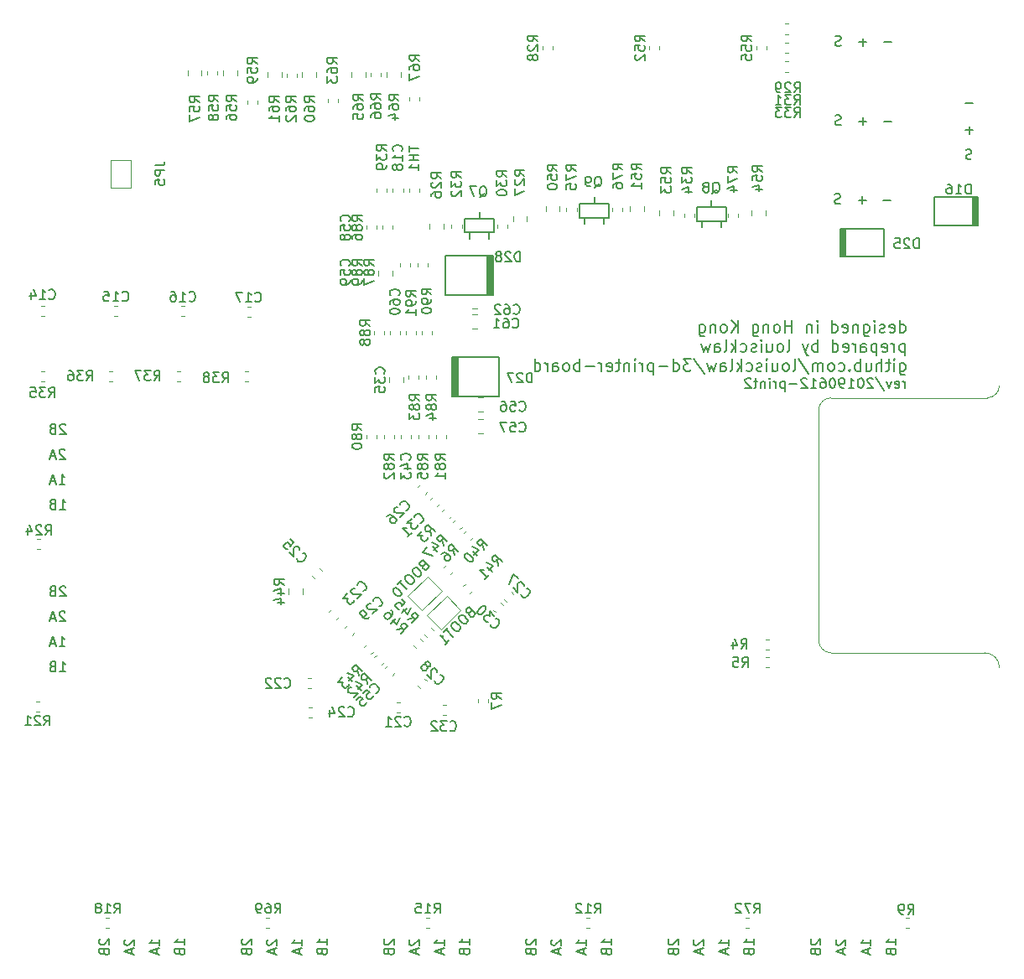
<source format=gbr>
G04 #@! TF.GenerationSoftware,KiCad,Pcbnew,5.1.2-f72e74a~84~ubuntu18.04.1*
G04 #@! TF.CreationDate,2019-06-18T18:41:53+08:00*
G04 #@! TF.ProjectId,printer-board,7072696e-7465-4722-9d62-6f6172642e6b,rev?*
G04 #@! TF.SameCoordinates,Original*
G04 #@! TF.FileFunction,Legend,Bot*
G04 #@! TF.FilePolarity,Positive*
%FSLAX46Y46*%
G04 Gerber Fmt 4.6, Leading zero omitted, Abs format (unit mm)*
G04 Created by KiCad (PCBNEW 5.1.2-f72e74a~84~ubuntu18.04.1) date 2019-06-18 18:41:53*
%MOMM*%
%LPD*%
G04 APERTURE LIST*
%ADD10C,0.150000*%
%ADD11C,0.120000*%
%ADD12C,0.127000*%
G04 APERTURE END LIST*
D10*
X88680952Y-3871428D02*
X87919047Y-3871428D01*
X83585714Y-4204761D02*
X83442857Y-4252380D01*
X83204761Y-4252380D01*
X83109523Y-4204761D01*
X83061904Y-4157142D01*
X83014285Y-4061904D01*
X83014285Y-3966666D01*
X83061904Y-3871428D01*
X83109523Y-3823809D01*
X83204761Y-3776190D01*
X83395238Y-3728571D01*
X83490476Y-3680952D01*
X83538095Y-3633333D01*
X83585714Y-3538095D01*
X83585714Y-3442857D01*
X83538095Y-3347619D01*
X83490476Y-3300000D01*
X83395238Y-3252380D01*
X83157142Y-3252380D01*
X83014285Y-3300000D01*
X86180952Y-3871428D02*
X85419047Y-3871428D01*
X85800000Y-4252380D02*
X85800000Y-3490476D01*
X88680952Y-11871428D02*
X87919047Y-11871428D01*
X83585714Y-12204761D02*
X83442857Y-12252380D01*
X83204761Y-12252380D01*
X83109523Y-12204761D01*
X83061904Y-12157142D01*
X83014285Y-12061904D01*
X83014285Y-11966666D01*
X83061904Y-11871428D01*
X83109523Y-11823809D01*
X83204761Y-11776190D01*
X83395238Y-11728571D01*
X83490476Y-11680952D01*
X83538095Y-11633333D01*
X83585714Y-11538095D01*
X83585714Y-11442857D01*
X83538095Y-11347619D01*
X83490476Y-11300000D01*
X83395238Y-11252380D01*
X83157142Y-11252380D01*
X83014285Y-11300000D01*
X86180952Y-11871428D02*
X85419047Y-11871428D01*
X85800000Y-12252380D02*
X85800000Y-11490476D01*
X83535714Y-20154761D02*
X83392857Y-20202380D01*
X83154761Y-20202380D01*
X83059523Y-20154761D01*
X83011904Y-20107142D01*
X82964285Y-20011904D01*
X82964285Y-19916666D01*
X83011904Y-19821428D01*
X83059523Y-19773809D01*
X83154761Y-19726190D01*
X83345238Y-19678571D01*
X83440476Y-19630952D01*
X83488095Y-19583333D01*
X83535714Y-19488095D01*
X83535714Y-19392857D01*
X83488095Y-19297619D01*
X83440476Y-19250000D01*
X83345238Y-19202380D01*
X83107142Y-19202380D01*
X82964285Y-19250000D01*
X86130952Y-19821428D02*
X85369047Y-19821428D01*
X85750000Y-20202380D02*
X85750000Y-19440476D01*
X88630952Y-19821428D02*
X87869047Y-19821428D01*
X89552500Y-33192857D02*
X89552500Y-31992857D01*
X89552500Y-33135714D02*
X89666785Y-33192857D01*
X89895357Y-33192857D01*
X90009642Y-33135714D01*
X90066785Y-33078571D01*
X90123928Y-32964285D01*
X90123928Y-32621428D01*
X90066785Y-32507142D01*
X90009642Y-32450000D01*
X89895357Y-32392857D01*
X89666785Y-32392857D01*
X89552500Y-32450000D01*
X88523928Y-33135714D02*
X88638214Y-33192857D01*
X88866785Y-33192857D01*
X88981071Y-33135714D01*
X89038214Y-33021428D01*
X89038214Y-32564285D01*
X88981071Y-32450000D01*
X88866785Y-32392857D01*
X88638214Y-32392857D01*
X88523928Y-32450000D01*
X88466785Y-32564285D01*
X88466785Y-32678571D01*
X89038214Y-32792857D01*
X88009642Y-33135714D02*
X87895357Y-33192857D01*
X87666785Y-33192857D01*
X87552500Y-33135714D01*
X87495357Y-33021428D01*
X87495357Y-32964285D01*
X87552500Y-32850000D01*
X87666785Y-32792857D01*
X87838214Y-32792857D01*
X87952500Y-32735714D01*
X88009642Y-32621428D01*
X88009642Y-32564285D01*
X87952500Y-32450000D01*
X87838214Y-32392857D01*
X87666785Y-32392857D01*
X87552500Y-32450000D01*
X86981071Y-33192857D02*
X86981071Y-32392857D01*
X86981071Y-31992857D02*
X87038214Y-32050000D01*
X86981071Y-32107142D01*
X86923928Y-32050000D01*
X86981071Y-31992857D01*
X86981071Y-32107142D01*
X85895357Y-32392857D02*
X85895357Y-33364285D01*
X85952500Y-33478571D01*
X86009642Y-33535714D01*
X86123928Y-33592857D01*
X86295357Y-33592857D01*
X86409642Y-33535714D01*
X85895357Y-33135714D02*
X86009642Y-33192857D01*
X86238214Y-33192857D01*
X86352500Y-33135714D01*
X86409642Y-33078571D01*
X86466785Y-32964285D01*
X86466785Y-32621428D01*
X86409642Y-32507142D01*
X86352500Y-32450000D01*
X86238214Y-32392857D01*
X86009642Y-32392857D01*
X85895357Y-32450000D01*
X85323928Y-32392857D02*
X85323928Y-33192857D01*
X85323928Y-32507142D02*
X85266785Y-32450000D01*
X85152500Y-32392857D01*
X84981071Y-32392857D01*
X84866785Y-32450000D01*
X84809642Y-32564285D01*
X84809642Y-33192857D01*
X83781071Y-33135714D02*
X83895357Y-33192857D01*
X84123928Y-33192857D01*
X84238214Y-33135714D01*
X84295357Y-33021428D01*
X84295357Y-32564285D01*
X84238214Y-32450000D01*
X84123928Y-32392857D01*
X83895357Y-32392857D01*
X83781071Y-32450000D01*
X83723928Y-32564285D01*
X83723928Y-32678571D01*
X84295357Y-32792857D01*
X82695357Y-33192857D02*
X82695357Y-31992857D01*
X82695357Y-33135714D02*
X82809642Y-33192857D01*
X83038214Y-33192857D01*
X83152500Y-33135714D01*
X83209642Y-33078571D01*
X83266785Y-32964285D01*
X83266785Y-32621428D01*
X83209642Y-32507142D01*
X83152500Y-32450000D01*
X83038214Y-32392857D01*
X82809642Y-32392857D01*
X82695357Y-32450000D01*
X81209642Y-33192857D02*
X81209642Y-32392857D01*
X81209642Y-31992857D02*
X81266785Y-32050000D01*
X81209642Y-32107142D01*
X81152500Y-32050000D01*
X81209642Y-31992857D01*
X81209642Y-32107142D01*
X80638214Y-32392857D02*
X80638214Y-33192857D01*
X80638214Y-32507142D02*
X80581071Y-32450000D01*
X80466785Y-32392857D01*
X80295357Y-32392857D01*
X80181071Y-32450000D01*
X80123928Y-32564285D01*
X80123928Y-33192857D01*
X78638214Y-33192857D02*
X78638214Y-31992857D01*
X78638214Y-32564285D02*
X77952500Y-32564285D01*
X77952500Y-33192857D02*
X77952500Y-31992857D01*
X77209642Y-33192857D02*
X77323928Y-33135714D01*
X77381071Y-33078571D01*
X77438214Y-32964285D01*
X77438214Y-32621428D01*
X77381071Y-32507142D01*
X77323928Y-32450000D01*
X77209642Y-32392857D01*
X77038214Y-32392857D01*
X76923928Y-32450000D01*
X76866785Y-32507142D01*
X76809642Y-32621428D01*
X76809642Y-32964285D01*
X76866785Y-33078571D01*
X76923928Y-33135714D01*
X77038214Y-33192857D01*
X77209642Y-33192857D01*
X76295357Y-32392857D02*
X76295357Y-33192857D01*
X76295357Y-32507142D02*
X76238214Y-32450000D01*
X76123928Y-32392857D01*
X75952500Y-32392857D01*
X75838214Y-32450000D01*
X75781071Y-32564285D01*
X75781071Y-33192857D01*
X74695357Y-32392857D02*
X74695357Y-33364285D01*
X74752500Y-33478571D01*
X74809642Y-33535714D01*
X74923928Y-33592857D01*
X75095357Y-33592857D01*
X75209642Y-33535714D01*
X74695357Y-33135714D02*
X74809642Y-33192857D01*
X75038214Y-33192857D01*
X75152500Y-33135714D01*
X75209642Y-33078571D01*
X75266785Y-32964285D01*
X75266785Y-32621428D01*
X75209642Y-32507142D01*
X75152500Y-32450000D01*
X75038214Y-32392857D01*
X74809642Y-32392857D01*
X74695357Y-32450000D01*
X73209642Y-33192857D02*
X73209642Y-31992857D01*
X72523928Y-33192857D02*
X73038214Y-32507142D01*
X72523928Y-31992857D02*
X73209642Y-32678571D01*
X71838214Y-33192857D02*
X71952500Y-33135714D01*
X72009642Y-33078571D01*
X72066785Y-32964285D01*
X72066785Y-32621428D01*
X72009642Y-32507142D01*
X71952500Y-32450000D01*
X71838214Y-32392857D01*
X71666785Y-32392857D01*
X71552500Y-32450000D01*
X71495357Y-32507142D01*
X71438214Y-32621428D01*
X71438214Y-32964285D01*
X71495357Y-33078571D01*
X71552500Y-33135714D01*
X71666785Y-33192857D01*
X71838214Y-33192857D01*
X70923928Y-32392857D02*
X70923928Y-33192857D01*
X70923928Y-32507142D02*
X70866785Y-32450000D01*
X70752500Y-32392857D01*
X70581071Y-32392857D01*
X70466785Y-32450000D01*
X70409642Y-32564285D01*
X70409642Y-33192857D01*
X69323928Y-32392857D02*
X69323928Y-33364285D01*
X69381071Y-33478571D01*
X69438214Y-33535714D01*
X69552500Y-33592857D01*
X69723928Y-33592857D01*
X69838214Y-33535714D01*
X69323928Y-33135714D02*
X69438214Y-33192857D01*
X69666785Y-33192857D01*
X69781071Y-33135714D01*
X69838214Y-33078571D01*
X69895357Y-32964285D01*
X69895357Y-32621428D01*
X69838214Y-32507142D01*
X69781071Y-32450000D01*
X69666785Y-32392857D01*
X69438214Y-32392857D01*
X69323928Y-32450000D01*
X90066785Y-34342857D02*
X90066785Y-35542857D01*
X90066785Y-34400000D02*
X89952500Y-34342857D01*
X89723928Y-34342857D01*
X89609642Y-34400000D01*
X89552500Y-34457142D01*
X89495357Y-34571428D01*
X89495357Y-34914285D01*
X89552500Y-35028571D01*
X89609642Y-35085714D01*
X89723928Y-35142857D01*
X89952500Y-35142857D01*
X90066785Y-35085714D01*
X88981071Y-35142857D02*
X88981071Y-34342857D01*
X88981071Y-34571428D02*
X88923928Y-34457142D01*
X88866785Y-34400000D01*
X88752500Y-34342857D01*
X88638214Y-34342857D01*
X87781071Y-35085714D02*
X87895357Y-35142857D01*
X88123928Y-35142857D01*
X88238214Y-35085714D01*
X88295357Y-34971428D01*
X88295357Y-34514285D01*
X88238214Y-34400000D01*
X88123928Y-34342857D01*
X87895357Y-34342857D01*
X87781071Y-34400000D01*
X87723928Y-34514285D01*
X87723928Y-34628571D01*
X88295357Y-34742857D01*
X87209642Y-34342857D02*
X87209642Y-35542857D01*
X87209642Y-34400000D02*
X87095357Y-34342857D01*
X86866785Y-34342857D01*
X86752500Y-34400000D01*
X86695357Y-34457142D01*
X86638214Y-34571428D01*
X86638214Y-34914285D01*
X86695357Y-35028571D01*
X86752500Y-35085714D01*
X86866785Y-35142857D01*
X87095357Y-35142857D01*
X87209642Y-35085714D01*
X85609642Y-35142857D02*
X85609642Y-34514285D01*
X85666785Y-34400000D01*
X85781071Y-34342857D01*
X86009642Y-34342857D01*
X86123928Y-34400000D01*
X85609642Y-35085714D02*
X85723928Y-35142857D01*
X86009642Y-35142857D01*
X86123928Y-35085714D01*
X86181071Y-34971428D01*
X86181071Y-34857142D01*
X86123928Y-34742857D01*
X86009642Y-34685714D01*
X85723928Y-34685714D01*
X85609642Y-34628571D01*
X85038214Y-35142857D02*
X85038214Y-34342857D01*
X85038214Y-34571428D02*
X84981071Y-34457142D01*
X84923928Y-34400000D01*
X84809642Y-34342857D01*
X84695357Y-34342857D01*
X83838214Y-35085714D02*
X83952499Y-35142857D01*
X84181071Y-35142857D01*
X84295357Y-35085714D01*
X84352499Y-34971428D01*
X84352499Y-34514285D01*
X84295357Y-34400000D01*
X84181071Y-34342857D01*
X83952499Y-34342857D01*
X83838214Y-34400000D01*
X83781071Y-34514285D01*
X83781071Y-34628571D01*
X84352499Y-34742857D01*
X82752499Y-35142857D02*
X82752499Y-33942857D01*
X82752499Y-35085714D02*
X82866785Y-35142857D01*
X83095357Y-35142857D01*
X83209642Y-35085714D01*
X83266785Y-35028571D01*
X83323928Y-34914285D01*
X83323928Y-34571428D01*
X83266785Y-34457142D01*
X83209642Y-34400000D01*
X83095357Y-34342857D01*
X82866785Y-34342857D01*
X82752499Y-34400000D01*
X81266785Y-35142857D02*
X81266785Y-33942857D01*
X81266785Y-34400000D02*
X81152499Y-34342857D01*
X80923928Y-34342857D01*
X80809642Y-34400000D01*
X80752499Y-34457142D01*
X80695357Y-34571428D01*
X80695357Y-34914285D01*
X80752499Y-35028571D01*
X80809642Y-35085714D01*
X80923928Y-35142857D01*
X81152499Y-35142857D01*
X81266785Y-35085714D01*
X80295357Y-34342857D02*
X80009642Y-35142857D01*
X79723928Y-34342857D02*
X80009642Y-35142857D01*
X80123928Y-35428571D01*
X80181071Y-35485714D01*
X80295357Y-35542857D01*
X78181071Y-35142857D02*
X78295357Y-35085714D01*
X78352499Y-34971428D01*
X78352499Y-33942857D01*
X77552499Y-35142857D02*
X77666785Y-35085714D01*
X77723928Y-35028571D01*
X77781071Y-34914285D01*
X77781071Y-34571428D01*
X77723928Y-34457142D01*
X77666785Y-34400000D01*
X77552499Y-34342857D01*
X77381071Y-34342857D01*
X77266785Y-34400000D01*
X77209642Y-34457142D01*
X77152499Y-34571428D01*
X77152499Y-34914285D01*
X77209642Y-35028571D01*
X77266785Y-35085714D01*
X77381071Y-35142857D01*
X77552499Y-35142857D01*
X76123928Y-34342857D02*
X76123928Y-35142857D01*
X76638214Y-34342857D02*
X76638214Y-34971428D01*
X76581071Y-35085714D01*
X76466785Y-35142857D01*
X76295357Y-35142857D01*
X76181071Y-35085714D01*
X76123928Y-35028571D01*
X75552499Y-35142857D02*
X75552499Y-34342857D01*
X75552499Y-33942857D02*
X75609642Y-34000000D01*
X75552499Y-34057142D01*
X75495357Y-34000000D01*
X75552499Y-33942857D01*
X75552499Y-34057142D01*
X75038214Y-35085714D02*
X74923928Y-35142857D01*
X74695357Y-35142857D01*
X74581071Y-35085714D01*
X74523928Y-34971428D01*
X74523928Y-34914285D01*
X74581071Y-34800000D01*
X74695357Y-34742857D01*
X74866785Y-34742857D01*
X74981071Y-34685714D01*
X75038214Y-34571428D01*
X75038214Y-34514285D01*
X74981071Y-34400000D01*
X74866785Y-34342857D01*
X74695357Y-34342857D01*
X74581071Y-34400000D01*
X73495357Y-35085714D02*
X73609642Y-35142857D01*
X73838214Y-35142857D01*
X73952499Y-35085714D01*
X74009642Y-35028571D01*
X74066785Y-34914285D01*
X74066785Y-34571428D01*
X74009642Y-34457142D01*
X73952499Y-34400000D01*
X73838214Y-34342857D01*
X73609642Y-34342857D01*
X73495357Y-34400000D01*
X72981071Y-35142857D02*
X72981071Y-33942857D01*
X72866785Y-34685714D02*
X72523928Y-35142857D01*
X72523928Y-34342857D02*
X72981071Y-34800000D01*
X71838214Y-35142857D02*
X71952499Y-35085714D01*
X72009642Y-34971428D01*
X72009642Y-33942857D01*
X70866785Y-35142857D02*
X70866785Y-34514285D01*
X70923928Y-34400000D01*
X71038214Y-34342857D01*
X71266785Y-34342857D01*
X71381071Y-34400000D01*
X70866785Y-35085714D02*
X70981071Y-35142857D01*
X71266785Y-35142857D01*
X71381071Y-35085714D01*
X71438214Y-34971428D01*
X71438214Y-34857142D01*
X71381071Y-34742857D01*
X71266785Y-34685714D01*
X70981071Y-34685714D01*
X70866785Y-34628571D01*
X70409642Y-34342857D02*
X70181071Y-35142857D01*
X69952499Y-34571428D01*
X69723928Y-35142857D01*
X69495357Y-34342857D01*
X89552500Y-36292857D02*
X89552500Y-37264285D01*
X89609642Y-37378571D01*
X89666785Y-37435714D01*
X89781071Y-37492857D01*
X89952500Y-37492857D01*
X90066785Y-37435714D01*
X89552500Y-37035714D02*
X89666785Y-37092857D01*
X89895357Y-37092857D01*
X90009642Y-37035714D01*
X90066785Y-36978571D01*
X90123928Y-36864285D01*
X90123928Y-36521428D01*
X90066785Y-36407142D01*
X90009642Y-36350000D01*
X89895357Y-36292857D01*
X89666785Y-36292857D01*
X89552500Y-36350000D01*
X88981071Y-37092857D02*
X88981071Y-36292857D01*
X88981071Y-35892857D02*
X89038214Y-35950000D01*
X88981071Y-36007142D01*
X88923928Y-35950000D01*
X88981071Y-35892857D01*
X88981071Y-36007142D01*
X88581071Y-36292857D02*
X88123928Y-36292857D01*
X88409642Y-35892857D02*
X88409642Y-36921428D01*
X88352500Y-37035714D01*
X88238214Y-37092857D01*
X88123928Y-37092857D01*
X87723928Y-37092857D02*
X87723928Y-35892857D01*
X87209642Y-37092857D02*
X87209642Y-36464285D01*
X87266785Y-36350000D01*
X87381071Y-36292857D01*
X87552500Y-36292857D01*
X87666785Y-36350000D01*
X87723928Y-36407142D01*
X86123928Y-36292857D02*
X86123928Y-37092857D01*
X86638214Y-36292857D02*
X86638214Y-36921428D01*
X86581071Y-37035714D01*
X86466785Y-37092857D01*
X86295357Y-37092857D01*
X86181071Y-37035714D01*
X86123928Y-36978571D01*
X85552500Y-37092857D02*
X85552500Y-35892857D01*
X85552500Y-36350000D02*
X85438214Y-36292857D01*
X85209642Y-36292857D01*
X85095357Y-36350000D01*
X85038214Y-36407142D01*
X84981071Y-36521428D01*
X84981071Y-36864285D01*
X85038214Y-36978571D01*
X85095357Y-37035714D01*
X85209642Y-37092857D01*
X85438214Y-37092857D01*
X85552500Y-37035714D01*
X84466785Y-36978571D02*
X84409642Y-37035714D01*
X84466785Y-37092857D01*
X84523928Y-37035714D01*
X84466785Y-36978571D01*
X84466785Y-37092857D01*
X83381071Y-37035714D02*
X83495357Y-37092857D01*
X83723928Y-37092857D01*
X83838214Y-37035714D01*
X83895357Y-36978571D01*
X83952500Y-36864285D01*
X83952500Y-36521428D01*
X83895357Y-36407142D01*
X83838214Y-36350000D01*
X83723928Y-36292857D01*
X83495357Y-36292857D01*
X83381071Y-36350000D01*
X82695357Y-37092857D02*
X82809642Y-37035714D01*
X82866785Y-36978571D01*
X82923928Y-36864285D01*
X82923928Y-36521428D01*
X82866785Y-36407142D01*
X82809642Y-36350000D01*
X82695357Y-36292857D01*
X82523928Y-36292857D01*
X82409642Y-36350000D01*
X82352500Y-36407142D01*
X82295357Y-36521428D01*
X82295357Y-36864285D01*
X82352500Y-36978571D01*
X82409642Y-37035714D01*
X82523928Y-37092857D01*
X82695357Y-37092857D01*
X81781071Y-37092857D02*
X81781071Y-36292857D01*
X81781071Y-36407142D02*
X81723928Y-36350000D01*
X81609642Y-36292857D01*
X81438214Y-36292857D01*
X81323928Y-36350000D01*
X81266785Y-36464285D01*
X81266785Y-37092857D01*
X81266785Y-36464285D02*
X81209642Y-36350000D01*
X81095357Y-36292857D01*
X80923928Y-36292857D01*
X80809642Y-36350000D01*
X80752500Y-36464285D01*
X80752500Y-37092857D01*
X79323928Y-35835714D02*
X80352500Y-37378571D01*
X78752500Y-37092857D02*
X78866785Y-37035714D01*
X78923928Y-36921428D01*
X78923928Y-35892857D01*
X78123928Y-37092857D02*
X78238214Y-37035714D01*
X78295357Y-36978571D01*
X78352500Y-36864285D01*
X78352500Y-36521428D01*
X78295357Y-36407142D01*
X78238214Y-36350000D01*
X78123928Y-36292857D01*
X77952500Y-36292857D01*
X77838214Y-36350000D01*
X77781071Y-36407142D01*
X77723928Y-36521428D01*
X77723928Y-36864285D01*
X77781071Y-36978571D01*
X77838214Y-37035714D01*
X77952500Y-37092857D01*
X78123928Y-37092857D01*
X76695357Y-36292857D02*
X76695357Y-37092857D01*
X77209642Y-36292857D02*
X77209642Y-36921428D01*
X77152500Y-37035714D01*
X77038214Y-37092857D01*
X76866785Y-37092857D01*
X76752500Y-37035714D01*
X76695357Y-36978571D01*
X76123928Y-37092857D02*
X76123928Y-36292857D01*
X76123928Y-35892857D02*
X76181071Y-35950000D01*
X76123928Y-36007142D01*
X76066785Y-35950000D01*
X76123928Y-35892857D01*
X76123928Y-36007142D01*
X75609642Y-37035714D02*
X75495357Y-37092857D01*
X75266785Y-37092857D01*
X75152500Y-37035714D01*
X75095357Y-36921428D01*
X75095357Y-36864285D01*
X75152500Y-36750000D01*
X75266785Y-36692857D01*
X75438214Y-36692857D01*
X75552500Y-36635714D01*
X75609642Y-36521428D01*
X75609642Y-36464285D01*
X75552500Y-36350000D01*
X75438214Y-36292857D01*
X75266785Y-36292857D01*
X75152500Y-36350000D01*
X74066785Y-37035714D02*
X74181071Y-37092857D01*
X74409642Y-37092857D01*
X74523928Y-37035714D01*
X74581071Y-36978571D01*
X74638214Y-36864285D01*
X74638214Y-36521428D01*
X74581071Y-36407142D01*
X74523928Y-36350000D01*
X74409642Y-36292857D01*
X74181071Y-36292857D01*
X74066785Y-36350000D01*
X73552500Y-37092857D02*
X73552500Y-35892857D01*
X73438214Y-36635714D02*
X73095357Y-37092857D01*
X73095357Y-36292857D02*
X73552500Y-36750000D01*
X72409642Y-37092857D02*
X72523928Y-37035714D01*
X72581071Y-36921428D01*
X72581071Y-35892857D01*
X71438214Y-37092857D02*
X71438214Y-36464285D01*
X71495357Y-36350000D01*
X71609642Y-36292857D01*
X71838214Y-36292857D01*
X71952500Y-36350000D01*
X71438214Y-37035714D02*
X71552500Y-37092857D01*
X71838214Y-37092857D01*
X71952500Y-37035714D01*
X72009642Y-36921428D01*
X72009642Y-36807142D01*
X71952500Y-36692857D01*
X71838214Y-36635714D01*
X71552500Y-36635714D01*
X71438214Y-36578571D01*
X70981071Y-36292857D02*
X70752500Y-37092857D01*
X70523928Y-36521428D01*
X70295357Y-37092857D01*
X70066785Y-36292857D01*
X68752500Y-35835714D02*
X69781071Y-37378571D01*
X68466785Y-35892857D02*
X67723928Y-35892857D01*
X68123928Y-36350000D01*
X67952500Y-36350000D01*
X67838214Y-36407142D01*
X67781071Y-36464285D01*
X67723928Y-36578571D01*
X67723928Y-36864285D01*
X67781071Y-36978571D01*
X67838214Y-37035714D01*
X67952500Y-37092857D01*
X68295357Y-37092857D01*
X68409642Y-37035714D01*
X68466785Y-36978571D01*
X66695357Y-37092857D02*
X66695357Y-35892857D01*
X66695357Y-37035714D02*
X66809642Y-37092857D01*
X67038214Y-37092857D01*
X67152499Y-37035714D01*
X67209642Y-36978571D01*
X67266785Y-36864285D01*
X67266785Y-36521428D01*
X67209642Y-36407142D01*
X67152499Y-36350000D01*
X67038214Y-36292857D01*
X66809642Y-36292857D01*
X66695357Y-36350000D01*
X66123928Y-36635714D02*
X65209642Y-36635714D01*
X64638214Y-36292857D02*
X64638214Y-37492857D01*
X64638214Y-36350000D02*
X64523928Y-36292857D01*
X64295357Y-36292857D01*
X64181071Y-36350000D01*
X64123928Y-36407142D01*
X64066785Y-36521428D01*
X64066785Y-36864285D01*
X64123928Y-36978571D01*
X64181071Y-37035714D01*
X64295357Y-37092857D01*
X64523928Y-37092857D01*
X64638214Y-37035714D01*
X63552499Y-37092857D02*
X63552499Y-36292857D01*
X63552499Y-36521428D02*
X63495357Y-36407142D01*
X63438214Y-36350000D01*
X63323928Y-36292857D01*
X63209642Y-36292857D01*
X62809642Y-37092857D02*
X62809642Y-36292857D01*
X62809642Y-35892857D02*
X62866785Y-35950000D01*
X62809642Y-36007142D01*
X62752499Y-35950000D01*
X62809642Y-35892857D01*
X62809642Y-36007142D01*
X62238214Y-36292857D02*
X62238214Y-37092857D01*
X62238214Y-36407142D02*
X62181071Y-36350000D01*
X62066785Y-36292857D01*
X61895357Y-36292857D01*
X61781071Y-36350000D01*
X61723928Y-36464285D01*
X61723928Y-37092857D01*
X61323928Y-36292857D02*
X60866785Y-36292857D01*
X61152499Y-35892857D02*
X61152499Y-36921428D01*
X61095357Y-37035714D01*
X60981071Y-37092857D01*
X60866785Y-37092857D01*
X60009642Y-37035714D02*
X60123928Y-37092857D01*
X60352499Y-37092857D01*
X60466785Y-37035714D01*
X60523928Y-36921428D01*
X60523928Y-36464285D01*
X60466785Y-36350000D01*
X60352499Y-36292857D01*
X60123928Y-36292857D01*
X60009642Y-36350000D01*
X59952499Y-36464285D01*
X59952499Y-36578571D01*
X60523928Y-36692857D01*
X59438214Y-37092857D02*
X59438214Y-36292857D01*
X59438214Y-36521428D02*
X59381071Y-36407142D01*
X59323928Y-36350000D01*
X59209642Y-36292857D01*
X59095357Y-36292857D01*
X58695357Y-36635714D02*
X57781071Y-36635714D01*
X57209642Y-37092857D02*
X57209642Y-35892857D01*
X57209642Y-36350000D02*
X57095357Y-36292857D01*
X56866785Y-36292857D01*
X56752499Y-36350000D01*
X56695357Y-36407142D01*
X56638214Y-36521428D01*
X56638214Y-36864285D01*
X56695357Y-36978571D01*
X56752499Y-37035714D01*
X56866785Y-37092857D01*
X57095357Y-37092857D01*
X57209642Y-37035714D01*
X55952499Y-37092857D02*
X56066785Y-37035714D01*
X56123928Y-36978571D01*
X56181071Y-36864285D01*
X56181071Y-36521428D01*
X56123928Y-36407142D01*
X56066785Y-36350000D01*
X55952499Y-36292857D01*
X55781071Y-36292857D01*
X55666785Y-36350000D01*
X55609642Y-36407142D01*
X55552499Y-36521428D01*
X55552499Y-36864285D01*
X55609642Y-36978571D01*
X55666785Y-37035714D01*
X55781071Y-37092857D01*
X55952499Y-37092857D01*
X54523928Y-37092857D02*
X54523928Y-36464285D01*
X54581071Y-36350000D01*
X54695357Y-36292857D01*
X54923928Y-36292857D01*
X55038214Y-36350000D01*
X54523928Y-37035714D02*
X54638214Y-37092857D01*
X54923928Y-37092857D01*
X55038214Y-37035714D01*
X55095357Y-36921428D01*
X55095357Y-36807142D01*
X55038214Y-36692857D01*
X54923928Y-36635714D01*
X54638214Y-36635714D01*
X54523928Y-36578571D01*
X53952499Y-37092857D02*
X53952499Y-36292857D01*
X53952499Y-36521428D02*
X53895357Y-36407142D01*
X53838214Y-36350000D01*
X53723928Y-36292857D01*
X53609642Y-36292857D01*
X52695357Y-37092857D02*
X52695357Y-35892857D01*
X52695357Y-37035714D02*
X52809642Y-37092857D01*
X53038214Y-37092857D01*
X53152499Y-37035714D01*
X53209642Y-36978571D01*
X53266785Y-36864285D01*
X53266785Y-36521428D01*
X53209642Y-36407142D01*
X53152499Y-36350000D01*
X53038214Y-36292857D01*
X52809642Y-36292857D01*
X52695357Y-36350000D01*
X90064404Y-38802380D02*
X90064404Y-38135714D01*
X90064404Y-38326190D02*
X90016785Y-38230952D01*
X89969166Y-38183333D01*
X89873928Y-38135714D01*
X89778690Y-38135714D01*
X89064404Y-38754761D02*
X89159642Y-38802380D01*
X89350119Y-38802380D01*
X89445357Y-38754761D01*
X89492976Y-38659523D01*
X89492976Y-38278571D01*
X89445357Y-38183333D01*
X89350119Y-38135714D01*
X89159642Y-38135714D01*
X89064404Y-38183333D01*
X89016785Y-38278571D01*
X89016785Y-38373809D01*
X89492976Y-38469047D01*
X88683452Y-38135714D02*
X88445357Y-38802380D01*
X88207261Y-38135714D01*
X87112023Y-37754761D02*
X87969166Y-39040476D01*
X86826309Y-37897619D02*
X86778690Y-37850000D01*
X86683452Y-37802380D01*
X86445357Y-37802380D01*
X86350119Y-37850000D01*
X86302500Y-37897619D01*
X86254880Y-37992857D01*
X86254880Y-38088095D01*
X86302500Y-38230952D01*
X86873928Y-38802380D01*
X86254880Y-38802380D01*
X85635833Y-37802380D02*
X85540595Y-37802380D01*
X85445357Y-37850000D01*
X85397738Y-37897619D01*
X85350119Y-37992857D01*
X85302500Y-38183333D01*
X85302500Y-38421428D01*
X85350119Y-38611904D01*
X85397738Y-38707142D01*
X85445357Y-38754761D01*
X85540595Y-38802380D01*
X85635833Y-38802380D01*
X85731071Y-38754761D01*
X85778690Y-38707142D01*
X85826309Y-38611904D01*
X85873928Y-38421428D01*
X85873928Y-38183333D01*
X85826309Y-37992857D01*
X85778690Y-37897619D01*
X85731071Y-37850000D01*
X85635833Y-37802380D01*
X84350119Y-38802380D02*
X84921547Y-38802380D01*
X84635833Y-38802380D02*
X84635833Y-37802380D01*
X84731071Y-37945238D01*
X84826309Y-38040476D01*
X84921547Y-38088095D01*
X83873928Y-38802380D02*
X83683452Y-38802380D01*
X83588214Y-38754761D01*
X83540595Y-38707142D01*
X83445357Y-38564285D01*
X83397738Y-38373809D01*
X83397738Y-37992857D01*
X83445357Y-37897619D01*
X83492976Y-37850000D01*
X83588214Y-37802380D01*
X83778690Y-37802380D01*
X83873928Y-37850000D01*
X83921547Y-37897619D01*
X83969166Y-37992857D01*
X83969166Y-38230952D01*
X83921547Y-38326190D01*
X83873928Y-38373809D01*
X83778690Y-38421428D01*
X83588214Y-38421428D01*
X83492976Y-38373809D01*
X83445357Y-38326190D01*
X83397738Y-38230952D01*
X82778690Y-37802380D02*
X82683452Y-37802380D01*
X82588214Y-37850000D01*
X82540595Y-37897619D01*
X82492976Y-37992857D01*
X82445357Y-38183333D01*
X82445357Y-38421428D01*
X82492976Y-38611904D01*
X82540595Y-38707142D01*
X82588214Y-38754761D01*
X82683452Y-38802380D01*
X82778690Y-38802380D01*
X82873928Y-38754761D01*
X82921547Y-38707142D01*
X82969166Y-38611904D01*
X83016785Y-38421428D01*
X83016785Y-38183333D01*
X82969166Y-37992857D01*
X82921547Y-37897619D01*
X82873928Y-37850000D01*
X82778690Y-37802380D01*
X81588214Y-37802380D02*
X81778690Y-37802380D01*
X81873928Y-37850000D01*
X81921547Y-37897619D01*
X82016785Y-38040476D01*
X82064404Y-38230952D01*
X82064404Y-38611904D01*
X82016785Y-38707142D01*
X81969166Y-38754761D01*
X81873928Y-38802380D01*
X81683452Y-38802380D01*
X81588214Y-38754761D01*
X81540595Y-38707142D01*
X81492976Y-38611904D01*
X81492976Y-38373809D01*
X81540595Y-38278571D01*
X81588214Y-38230952D01*
X81683452Y-38183333D01*
X81873928Y-38183333D01*
X81969166Y-38230952D01*
X82016785Y-38278571D01*
X82064404Y-38373809D01*
X80540595Y-38802380D02*
X81112023Y-38802380D01*
X80826309Y-38802380D02*
X80826309Y-37802380D01*
X80921547Y-37945238D01*
X81016785Y-38040476D01*
X81112023Y-38088095D01*
X80159642Y-37897619D02*
X80112023Y-37850000D01*
X80016785Y-37802380D01*
X79778690Y-37802380D01*
X79683452Y-37850000D01*
X79635833Y-37897619D01*
X79588214Y-37992857D01*
X79588214Y-38088095D01*
X79635833Y-38230952D01*
X80207261Y-38802380D01*
X79588214Y-38802380D01*
X79159642Y-38421428D02*
X78397738Y-38421428D01*
X77921547Y-38135714D02*
X77921547Y-39135714D01*
X77921547Y-38183333D02*
X77826309Y-38135714D01*
X77635833Y-38135714D01*
X77540595Y-38183333D01*
X77492976Y-38230952D01*
X77445357Y-38326190D01*
X77445357Y-38611904D01*
X77492976Y-38707142D01*
X77540595Y-38754761D01*
X77635833Y-38802380D01*
X77826309Y-38802380D01*
X77921547Y-38754761D01*
X77016785Y-38802380D02*
X77016785Y-38135714D01*
X77016785Y-38326190D02*
X76969166Y-38230952D01*
X76921547Y-38183333D01*
X76826309Y-38135714D01*
X76731071Y-38135714D01*
X76397738Y-38802380D02*
X76397738Y-38135714D01*
X76397738Y-37802380D02*
X76445357Y-37850000D01*
X76397738Y-37897619D01*
X76350119Y-37850000D01*
X76397738Y-37802380D01*
X76397738Y-37897619D01*
X75921547Y-38135714D02*
X75921547Y-38802380D01*
X75921547Y-38230952D02*
X75873928Y-38183333D01*
X75778690Y-38135714D01*
X75635833Y-38135714D01*
X75540595Y-38183333D01*
X75492976Y-38278571D01*
X75492976Y-38802380D01*
X75159642Y-38135714D02*
X74778690Y-38135714D01*
X75016785Y-37802380D02*
X75016785Y-38659523D01*
X74969166Y-38754761D01*
X74873928Y-38802380D01*
X74778690Y-38802380D01*
X74492976Y-37897619D02*
X74445357Y-37850000D01*
X74350119Y-37802380D01*
X74112023Y-37802380D01*
X74016785Y-37850000D01*
X73969166Y-37897619D01*
X73921547Y-37992857D01*
X73921547Y-38088095D01*
X73969166Y-38230952D01*
X74540595Y-38802380D01*
X73921547Y-38802380D01*
D11*
X60490000Y-20971267D02*
X60490000Y-20628733D01*
X61510000Y-20971267D02*
X61510000Y-20628733D01*
X55890000Y-20971267D02*
X55890000Y-20628733D01*
X56910000Y-20971267D02*
X56910000Y-20628733D01*
X72190000Y-21571267D02*
X72190000Y-21228733D01*
X73210000Y-21571267D02*
X73210000Y-21228733D01*
X67790000Y-21571267D02*
X67790000Y-21228733D01*
X68810000Y-21571267D02*
X68810000Y-21228733D01*
X44290000Y-22671267D02*
X44290000Y-22328733D01*
X45310000Y-22671267D02*
X45310000Y-22328733D01*
X48890000Y-22671267D02*
X48890000Y-22328733D01*
X49910000Y-22671267D02*
X49910000Y-22328733D01*
D12*
X57747500Y-21598500D02*
X57747500Y-22258900D01*
X59652500Y-21598500D02*
X59652500Y-22258900D01*
X58700000Y-20201500D02*
X58700000Y-19541100D01*
X60198600Y-20201500D02*
X57201400Y-20201500D01*
X57201400Y-20201500D02*
X57201400Y-21598500D01*
X57201400Y-21598500D02*
X60198600Y-21598500D01*
X60198600Y-21598500D02*
X60198600Y-20201500D01*
X69584600Y-21933499D02*
X69584600Y-22593899D01*
X71489600Y-21933499D02*
X71489600Y-22593899D01*
X70537100Y-20536499D02*
X70537100Y-19876099D01*
X72035700Y-20536499D02*
X69038500Y-20536499D01*
X69038500Y-20536499D02*
X69038500Y-21933499D01*
X69038500Y-21933499D02*
X72035700Y-21933499D01*
X72035700Y-21933499D02*
X72035700Y-20536499D01*
X46147500Y-23098500D02*
X46147500Y-23758900D01*
X48052500Y-23098500D02*
X48052500Y-23758900D01*
X47100000Y-21701500D02*
X47100000Y-21041100D01*
X48598600Y-21701500D02*
X45601400Y-21701500D01*
X45601400Y-21701500D02*
X45601400Y-23098500D01*
X45601400Y-23098500D02*
X48598600Y-23098500D01*
X48598600Y-23098500D02*
X48598600Y-21701500D01*
D11*
X40710000Y-33028733D02*
X40710000Y-33371267D01*
X39690000Y-33028733D02*
X39690000Y-33371267D01*
X42310000Y-33028733D02*
X42310000Y-33371267D01*
X41290000Y-33028733D02*
X41290000Y-33371267D01*
X40110000Y-26228733D02*
X40110000Y-26571267D01*
X39090000Y-26228733D02*
X39090000Y-26571267D01*
X37510000Y-33028733D02*
X37510000Y-33371267D01*
X36490000Y-33028733D02*
X36490000Y-33371267D01*
X41910000Y-26228733D02*
X41910000Y-26571267D01*
X40890000Y-26228733D02*
X40890000Y-26571267D01*
X37290000Y-22771267D02*
X37290000Y-22428733D01*
X38310000Y-22771267D02*
X38310000Y-22428733D01*
D12*
X43699700Y-29426480D02*
X48500300Y-29426480D01*
X43699700Y-25428520D02*
X43699700Y-29426480D01*
X48500300Y-25428520D02*
X43699700Y-25428520D01*
X48500300Y-29426480D02*
X48500300Y-25428520D01*
X47900860Y-29426480D02*
X47900860Y-25428520D01*
X47999920Y-29426480D02*
X47999920Y-25428520D01*
X48098980Y-25428520D02*
X48098980Y-29426480D01*
X48200580Y-29426480D02*
X48200580Y-25428520D01*
X48299640Y-25428520D02*
X48299640Y-29426480D01*
X48401240Y-29426480D02*
X48401240Y-25428520D01*
D11*
X46861252Y-30810000D02*
X46338748Y-30810000D01*
X46861252Y-29390000D02*
X46338748Y-29390000D01*
X46861252Y-32810000D02*
X46338748Y-32810000D01*
X46861252Y-31390000D02*
X46338748Y-31390000D01*
X38090000Y-33371267D02*
X38090000Y-33028733D01*
X39110000Y-33371267D02*
X39110000Y-33028733D01*
X38310000Y-26938748D02*
X38310000Y-27461252D01*
X36890000Y-26938748D02*
X36890000Y-27461252D01*
X35690000Y-22771267D02*
X35690000Y-22428733D01*
X36710000Y-22771267D02*
X36710000Y-22428733D01*
X40940000Y-43871267D02*
X40940000Y-43528733D01*
X41960000Y-43871267D02*
X41960000Y-43528733D01*
X42710000Y-37528733D02*
X42710000Y-37871267D01*
X41690000Y-37528733D02*
X41690000Y-37871267D01*
X40960000Y-37528733D02*
X40960000Y-37871267D01*
X39940000Y-37528733D02*
X39940000Y-37871267D01*
X37440000Y-43871267D02*
X37440000Y-43528733D01*
X38460000Y-43871267D02*
X38460000Y-43528733D01*
X42690000Y-43871267D02*
X42690000Y-43528733D01*
X43710000Y-43871267D02*
X43710000Y-43528733D01*
X36710000Y-43528733D02*
X36710000Y-43871267D01*
X35690000Y-43528733D02*
X35690000Y-43871267D01*
D12*
X49100300Y-35701020D02*
X44299700Y-35701020D01*
X49100300Y-39698980D02*
X49100300Y-35701020D01*
X44299700Y-39698980D02*
X49100300Y-39698980D01*
X44299700Y-35701020D02*
X44299700Y-39698980D01*
X44899140Y-35701020D02*
X44899140Y-39698980D01*
X44800080Y-35701020D02*
X44800080Y-39698980D01*
X44701020Y-39698980D02*
X44701020Y-35701020D01*
X44599420Y-35701020D02*
X44599420Y-39698980D01*
X44500360Y-39698980D02*
X44500360Y-35701020D01*
X44398760Y-35701020D02*
X44398760Y-39698980D01*
D11*
X47461252Y-43410000D02*
X46938748Y-43410000D01*
X47461252Y-41990000D02*
X46938748Y-41990000D01*
X47461252Y-41160000D02*
X46938748Y-41160000D01*
X47461252Y-39740000D02*
X46938748Y-39740000D01*
X39190000Y-43871267D02*
X39190000Y-43528733D01*
X40210000Y-43871267D02*
X40210000Y-43528733D01*
X39410000Y-37688748D02*
X39410000Y-38211252D01*
X37990000Y-37688748D02*
X37990000Y-38211252D01*
X82600000Y-39800000D02*
G75*
G03X81350000Y-41050000I0J-1250000D01*
G01*
X81350000Y-64300000D02*
G75*
G03X82600000Y-65550000I1250000J0D01*
G01*
X99600000Y-67050000D02*
G75*
G03X98100000Y-65550000I-1500000J0D01*
G01*
X98350000Y-39800000D02*
G75*
G03X99600000Y-38550000I0J1250000D01*
G01*
X82600000Y-39800000D02*
X98350000Y-39800000D01*
X81350000Y-64300000D02*
X81350000Y-41050000D01*
X98100000Y-65550000D02*
X82600000Y-65550000D01*
X36502371Y-66036980D02*
X36744580Y-65794771D01*
X37223620Y-66758229D02*
X37465829Y-66516020D01*
X37740000Y-7411252D02*
X37740000Y-6888748D01*
X39160000Y-7411252D02*
X39160000Y-6888748D01*
X29281615Y-59088748D02*
X29281615Y-59611252D01*
X27861615Y-59088748D02*
X27861615Y-59611252D01*
X46456729Y-53914520D02*
X46214520Y-54156729D01*
X45735480Y-53193271D02*
X45493271Y-53435480D01*
D12*
X83525360Y-25529540D02*
X83525360Y-22730460D01*
X87924640Y-25529540D02*
X83525360Y-25529540D01*
X87924640Y-22730460D02*
X87924640Y-25529540D01*
X83525360Y-22730460D02*
X87924640Y-22730460D01*
X84025740Y-22730460D02*
X84025740Y-25529540D01*
X83924140Y-22730460D02*
X83924140Y-25529540D01*
X83825080Y-25529540D02*
X83825080Y-22730460D01*
X83726020Y-22730460D02*
X83726020Y-25529540D01*
X83624420Y-25529540D02*
X83624420Y-22730460D01*
X97449640Y-19555460D02*
X97449640Y-22354540D01*
X93050360Y-19555460D02*
X97449640Y-19555460D01*
X93050360Y-22354540D02*
X93050360Y-19555460D01*
X97449640Y-22354540D02*
X93050360Y-22354540D01*
X96949260Y-22354540D02*
X96949260Y-19555460D01*
X97050860Y-22354540D02*
X97050860Y-19555460D01*
X97149920Y-19555460D02*
X97149920Y-22354540D01*
X97248980Y-22354540D02*
X97248980Y-19555460D01*
X97350580Y-19555460D02*
X97350580Y-22354540D01*
D11*
X44039520Y-51981729D02*
X44281729Y-51739520D01*
X43318271Y-51260480D02*
X43560480Y-51018271D01*
X45139520Y-53081729D02*
X45381729Y-52839520D01*
X44418271Y-52360480D02*
X44660480Y-52118271D01*
X41139520Y-64118271D02*
X41381729Y-64360480D01*
X40418271Y-64839520D02*
X40660480Y-65081729D01*
X41518271Y-63739520D02*
X41760480Y-63981729D01*
X42239520Y-63018271D02*
X42481729Y-63260480D01*
X36163020Y-65697629D02*
X36405229Y-65455420D01*
X35441771Y-64976380D02*
X35683980Y-64734171D01*
X46139520Y-59556729D02*
X46381729Y-59314520D01*
X45418271Y-58835480D02*
X45660480Y-58593271D01*
X43468271Y-56910480D02*
X43710480Y-56668271D01*
X44189520Y-57631729D02*
X44431729Y-57389520D01*
X33497171Y-63031780D02*
X33739380Y-62789571D01*
X34218420Y-63753029D02*
X34460629Y-63510820D01*
X41815629Y-68404780D02*
X41573420Y-68162571D01*
X41094380Y-69126029D02*
X40852171Y-68883820D01*
X30948120Y-57044371D02*
X31190329Y-57286580D01*
X30226871Y-57765620D02*
X30469080Y-58007829D01*
X50547329Y-59673080D02*
X50305120Y-59430871D01*
X49826080Y-60394329D02*
X49583871Y-60152120D01*
X41831729Y-49289520D02*
X41589520Y-49531729D01*
X41110480Y-48568271D02*
X40868271Y-48810480D01*
X49244520Y-60491471D02*
X49486729Y-60733680D01*
X48523271Y-61212720D02*
X48765480Y-61454929D01*
X42839520Y-50781729D02*
X43081729Y-50539520D01*
X42118271Y-50060480D02*
X42360480Y-49818271D01*
X43709727Y-71874382D02*
X43367191Y-71874382D01*
X43709727Y-70854382D02*
X43367191Y-70854382D01*
X30183184Y-72056231D02*
X29840648Y-72056231D01*
X30183184Y-71036231D02*
X29840648Y-71036231D01*
X32148380Y-61198571D02*
X31906171Y-61440780D01*
X32869629Y-61919820D02*
X32627420Y-62162029D01*
X29769938Y-68137093D02*
X30112474Y-68137093D01*
X29769938Y-69157093D02*
X30112474Y-69157093D01*
X38728732Y-71610000D02*
X39071268Y-71610000D01*
X38728732Y-70590000D02*
X39071268Y-70590000D01*
X45221956Y-61220757D02*
X43807743Y-59806544D01*
X43242057Y-63200656D02*
X45221956Y-61220757D01*
X41827844Y-61786443D02*
X43242057Y-63200656D01*
X43807743Y-59806544D02*
X41827844Y-61786443D01*
X43277356Y-59276157D02*
X41863143Y-57861944D01*
X41297457Y-61256056D02*
X43277356Y-59276157D01*
X39883244Y-59841843D02*
X41297457Y-61256056D01*
X41863143Y-57861944D02*
X39883244Y-59841843D01*
X38284320Y-67818929D02*
X38526529Y-67576720D01*
X37563071Y-67097680D02*
X37805280Y-66855471D01*
X76371267Y-65210000D02*
X76028733Y-65210000D01*
X76371267Y-64190000D02*
X76028733Y-64190000D01*
X76371267Y-65990000D02*
X76028733Y-65990000D01*
X76371267Y-67010000D02*
X76028733Y-67010000D01*
X46940000Y-70571267D02*
X46940000Y-70228733D01*
X47960000Y-70571267D02*
X47960000Y-70228733D01*
X90133733Y-92335000D02*
X90476267Y-92335000D01*
X90133733Y-93355000D02*
X90476267Y-93355000D01*
X73987732Y-92340000D02*
X74330266Y-92340000D01*
X73987732Y-93360000D02*
X74330266Y-93360000D01*
X57841733Y-92335000D02*
X58184267Y-92335000D01*
X57841733Y-93355000D02*
X58184267Y-93355000D01*
X41695733Y-93355000D02*
X42038267Y-93355000D01*
X41695733Y-92335000D02*
X42038267Y-92335000D01*
X25549733Y-93355000D02*
X25892267Y-93355000D01*
X25549733Y-92335000D02*
X25892267Y-92335000D01*
X9403733Y-93355000D02*
X9746267Y-93355000D01*
X9403733Y-92335000D02*
X9746267Y-92335000D01*
X2328733Y-71510000D02*
X2671267Y-71510000D01*
X2328733Y-70490000D02*
X2671267Y-70490000D01*
X2428733Y-54090000D02*
X2771267Y-54090000D01*
X2428733Y-55110000D02*
X2771267Y-55110000D01*
X54485000Y-4273733D02*
X54485000Y-4616267D01*
X53465000Y-4273733D02*
X53465000Y-4616267D01*
X51910000Y-21961252D02*
X51910000Y-21438748D01*
X50490000Y-21961252D02*
X50490000Y-21438748D01*
X43510000Y-22761252D02*
X43510000Y-22238748D01*
X42090000Y-22761252D02*
X42090000Y-22238748D01*
X64260000Y-4273733D02*
X64260000Y-4616267D01*
X65280000Y-4273733D02*
X65280000Y-4616267D01*
X62290000Y-20961252D02*
X62290000Y-20438748D01*
X63710000Y-20961252D02*
X63710000Y-20438748D01*
X55210000Y-20961252D02*
X55210000Y-20438748D01*
X53790000Y-20961252D02*
X53790000Y-20438748D01*
X76075000Y-4273733D02*
X76075000Y-4616267D01*
X75055000Y-4273733D02*
X75055000Y-4616267D01*
X74590000Y-21361252D02*
X74590000Y-20838748D01*
X76010000Y-21361252D02*
X76010000Y-20838748D01*
X66710000Y-21361252D02*
X66710000Y-20838748D01*
X65290000Y-21361252D02*
X65290000Y-20838748D01*
X10571267Y-31560000D02*
X10228733Y-31560000D01*
X10571267Y-30540000D02*
X10228733Y-30540000D01*
X23977842Y-30596638D02*
X23635308Y-30596638D01*
X23977842Y-31616638D02*
X23635308Y-31616638D01*
X39385000Y-18628733D02*
X39385000Y-18971267D01*
X38365000Y-18628733D02*
X38365000Y-18971267D01*
X3171267Y-31510000D02*
X2828733Y-31510000D01*
X3171267Y-30490000D02*
X2828733Y-30490000D01*
X17321267Y-30540000D02*
X16978733Y-30540000D01*
X17321267Y-31560000D02*
X16978733Y-31560000D01*
X16901367Y-38160000D02*
X16558833Y-38160000D01*
X16901367Y-37140000D02*
X16558833Y-37140000D01*
X23771267Y-37140000D02*
X23428733Y-37140000D01*
X23771267Y-38160000D02*
X23428733Y-38160000D01*
X36740000Y-18971267D02*
X36740000Y-18628733D01*
X37760000Y-18971267D02*
X37760000Y-18628733D01*
X39990000Y-18628733D02*
X39990000Y-18971267D01*
X41010000Y-18628733D02*
X41010000Y-18971267D01*
X10031567Y-37140000D02*
X9689033Y-37140000D01*
X10031567Y-38160000D02*
X9689033Y-38160000D01*
X3161667Y-38160000D02*
X2819133Y-38160000D01*
X3161667Y-37140000D02*
X2819133Y-37140000D01*
X23690000Y-10096267D02*
X23690000Y-9753733D01*
X24710000Y-10096267D02*
X24710000Y-9753733D01*
X19640000Y-6828733D02*
X19640000Y-7171267D01*
X20660000Y-6828733D02*
X20660000Y-7171267D01*
X17640000Y-7261252D02*
X17640000Y-6738748D01*
X19060000Y-7261252D02*
X19060000Y-6738748D01*
X22660000Y-7261252D02*
X22660000Y-6738748D01*
X21240000Y-7261252D02*
X21240000Y-6738748D01*
X32785000Y-9971267D02*
X32785000Y-9628733D01*
X31765000Y-9971267D02*
X31765000Y-9628733D01*
X27640000Y-7103733D02*
X27640000Y-7446267D01*
X28660000Y-7103733D02*
X28660000Y-7446267D01*
X29190000Y-7411252D02*
X29190000Y-6888748D01*
X30610000Y-7411252D02*
X30610000Y-6888748D01*
X27110000Y-7411252D02*
X27110000Y-6888748D01*
X25690000Y-7411252D02*
X25690000Y-6888748D01*
X36140000Y-6978733D02*
X36140000Y-7321267D01*
X37160000Y-6978733D02*
X37160000Y-7321267D01*
X40040000Y-9771267D02*
X40040000Y-9428733D01*
X41060000Y-9771267D02*
X41060000Y-9428733D01*
X34190000Y-7411252D02*
X34190000Y-6888748D01*
X35610000Y-7411252D02*
X35610000Y-6888748D01*
X9875000Y-15800000D02*
X9875000Y-18600000D01*
X9875000Y-18600000D02*
X11875000Y-18600000D01*
X11875000Y-18600000D02*
X11875000Y-15800000D01*
X11875000Y-15800000D02*
X9875000Y-15800000D01*
X78276267Y-6860000D02*
X77933733Y-6860000D01*
X78276267Y-5840000D02*
X77933733Y-5840000D01*
X78276267Y-4955000D02*
X77933733Y-4955000D01*
X78276267Y-3935000D02*
X77933733Y-3935000D01*
X78276267Y-3050000D02*
X77933733Y-3050000D01*
X78276267Y-2030000D02*
X77933733Y-2030000D01*
D10*
X61552380Y-16757142D02*
X61076190Y-16423809D01*
X61552380Y-16185714D02*
X60552380Y-16185714D01*
X60552380Y-16566666D01*
X60600000Y-16661904D01*
X60647619Y-16709523D01*
X60742857Y-16757142D01*
X60885714Y-16757142D01*
X60980952Y-16709523D01*
X61028571Y-16661904D01*
X61076190Y-16566666D01*
X61076190Y-16185714D01*
X60552380Y-17090476D02*
X60552380Y-17757142D01*
X61552380Y-17328571D01*
X60552380Y-18566666D02*
X60552380Y-18376190D01*
X60600000Y-18280952D01*
X60647619Y-18233333D01*
X60790476Y-18138095D01*
X60980952Y-18090476D01*
X61361904Y-18090476D01*
X61457142Y-18138095D01*
X61504761Y-18185714D01*
X61552380Y-18280952D01*
X61552380Y-18471428D01*
X61504761Y-18566666D01*
X61457142Y-18614285D01*
X61361904Y-18661904D01*
X61123809Y-18661904D01*
X61028571Y-18614285D01*
X60980952Y-18566666D01*
X60933333Y-18471428D01*
X60933333Y-18280952D01*
X60980952Y-18185714D01*
X61028571Y-18138095D01*
X61123809Y-18090476D01*
X56852380Y-16857142D02*
X56376190Y-16523809D01*
X56852380Y-16285714D02*
X55852380Y-16285714D01*
X55852380Y-16666666D01*
X55900000Y-16761904D01*
X55947619Y-16809523D01*
X56042857Y-16857142D01*
X56185714Y-16857142D01*
X56280952Y-16809523D01*
X56328571Y-16761904D01*
X56376190Y-16666666D01*
X56376190Y-16285714D01*
X55852380Y-17190476D02*
X55852380Y-17857142D01*
X56852380Y-17428571D01*
X55852380Y-18714285D02*
X55852380Y-18238095D01*
X56328571Y-18190476D01*
X56280952Y-18238095D01*
X56233333Y-18333333D01*
X56233333Y-18571428D01*
X56280952Y-18666666D01*
X56328571Y-18714285D01*
X56423809Y-18761904D01*
X56661904Y-18761904D01*
X56757142Y-18714285D01*
X56804761Y-18666666D01*
X56852380Y-18571428D01*
X56852380Y-18333333D01*
X56804761Y-18238095D01*
X56757142Y-18190476D01*
X73152380Y-17057142D02*
X72676190Y-16723809D01*
X73152380Y-16485714D02*
X72152380Y-16485714D01*
X72152380Y-16866666D01*
X72200000Y-16961904D01*
X72247619Y-17009523D01*
X72342857Y-17057142D01*
X72485714Y-17057142D01*
X72580952Y-17009523D01*
X72628571Y-16961904D01*
X72676190Y-16866666D01*
X72676190Y-16485714D01*
X72152380Y-17390476D02*
X72152380Y-18057142D01*
X73152380Y-17628571D01*
X72485714Y-18866666D02*
X73152380Y-18866666D01*
X72104761Y-18628571D02*
X72819047Y-18390476D01*
X72819047Y-19009523D01*
X68552380Y-17157142D02*
X68076190Y-16823809D01*
X68552380Y-16585714D02*
X67552380Y-16585714D01*
X67552380Y-16966666D01*
X67600000Y-17061904D01*
X67647619Y-17109523D01*
X67742857Y-17157142D01*
X67885714Y-17157142D01*
X67980952Y-17109523D01*
X68028571Y-17061904D01*
X68076190Y-16966666D01*
X68076190Y-16585714D01*
X67552380Y-17490476D02*
X67552380Y-18109523D01*
X67933333Y-17776190D01*
X67933333Y-17919047D01*
X67980952Y-18014285D01*
X68028571Y-18061904D01*
X68123809Y-18109523D01*
X68361904Y-18109523D01*
X68457142Y-18061904D01*
X68504761Y-18014285D01*
X68552380Y-17919047D01*
X68552380Y-17633333D01*
X68504761Y-17538095D01*
X68457142Y-17490476D01*
X67885714Y-18966666D02*
X68552380Y-18966666D01*
X67504761Y-18728571D02*
X68219047Y-18490476D01*
X68219047Y-19109523D01*
X45252380Y-17557142D02*
X44776190Y-17223809D01*
X45252380Y-16985714D02*
X44252380Y-16985714D01*
X44252380Y-17366666D01*
X44300000Y-17461904D01*
X44347619Y-17509523D01*
X44442857Y-17557142D01*
X44585714Y-17557142D01*
X44680952Y-17509523D01*
X44728571Y-17461904D01*
X44776190Y-17366666D01*
X44776190Y-16985714D01*
X44252380Y-17890476D02*
X44252380Y-18509523D01*
X44633333Y-18176190D01*
X44633333Y-18319047D01*
X44680952Y-18414285D01*
X44728571Y-18461904D01*
X44823809Y-18509523D01*
X45061904Y-18509523D01*
X45157142Y-18461904D01*
X45204761Y-18414285D01*
X45252380Y-18319047D01*
X45252380Y-18033333D01*
X45204761Y-17938095D01*
X45157142Y-17890476D01*
X44347619Y-18890476D02*
X44300000Y-18938095D01*
X44252380Y-19033333D01*
X44252380Y-19271428D01*
X44300000Y-19366666D01*
X44347619Y-19414285D01*
X44442857Y-19461904D01*
X44538095Y-19461904D01*
X44680952Y-19414285D01*
X45252380Y-18842857D01*
X45252380Y-19461904D01*
X49852380Y-17457142D02*
X49376190Y-17123809D01*
X49852380Y-16885714D02*
X48852380Y-16885714D01*
X48852380Y-17266666D01*
X48900000Y-17361904D01*
X48947619Y-17409523D01*
X49042857Y-17457142D01*
X49185714Y-17457142D01*
X49280952Y-17409523D01*
X49328571Y-17361904D01*
X49376190Y-17266666D01*
X49376190Y-16885714D01*
X48852380Y-17790476D02*
X48852380Y-18409523D01*
X49233333Y-18076190D01*
X49233333Y-18219047D01*
X49280952Y-18314285D01*
X49328571Y-18361904D01*
X49423809Y-18409523D01*
X49661904Y-18409523D01*
X49757142Y-18361904D01*
X49804761Y-18314285D01*
X49852380Y-18219047D01*
X49852380Y-17933333D01*
X49804761Y-17838095D01*
X49757142Y-17790476D01*
X48852380Y-19028571D02*
X48852380Y-19123809D01*
X48900000Y-19219047D01*
X48947619Y-19266666D01*
X49042857Y-19314285D01*
X49233333Y-19361904D01*
X49471428Y-19361904D01*
X49661904Y-19314285D01*
X49757142Y-19266666D01*
X49804761Y-19219047D01*
X49852380Y-19123809D01*
X49852380Y-19028571D01*
X49804761Y-18933333D01*
X49757142Y-18885714D01*
X49661904Y-18838095D01*
X49471428Y-18790476D01*
X49233333Y-18790476D01*
X49042857Y-18838095D01*
X48947619Y-18885714D01*
X48900000Y-18933333D01*
X48852380Y-19028571D01*
X58695238Y-18547619D02*
X58790476Y-18500000D01*
X58885714Y-18404761D01*
X59028571Y-18261904D01*
X59123809Y-18214285D01*
X59219047Y-18214285D01*
X59171428Y-18452380D02*
X59266666Y-18404761D01*
X59361904Y-18309523D01*
X59409523Y-18119047D01*
X59409523Y-17785714D01*
X59361904Y-17595238D01*
X59266666Y-17500000D01*
X59171428Y-17452380D01*
X58980952Y-17452380D01*
X58885714Y-17500000D01*
X58790476Y-17595238D01*
X58742857Y-17785714D01*
X58742857Y-18119047D01*
X58790476Y-18309523D01*
X58885714Y-18404761D01*
X58980952Y-18452380D01*
X59171428Y-18452380D01*
X58266666Y-18452380D02*
X58076190Y-18452380D01*
X57980952Y-18404761D01*
X57933333Y-18357142D01*
X57838095Y-18214285D01*
X57790476Y-18023809D01*
X57790476Y-17642857D01*
X57838095Y-17547619D01*
X57885714Y-17500000D01*
X57980952Y-17452380D01*
X58171428Y-17452380D01*
X58266666Y-17500000D01*
X58314285Y-17547619D01*
X58361904Y-17642857D01*
X58361904Y-17880952D01*
X58314285Y-17976190D01*
X58266666Y-18023809D01*
X58171428Y-18071428D01*
X57980952Y-18071428D01*
X57885714Y-18023809D01*
X57838095Y-17976190D01*
X57790476Y-17880952D01*
X70595238Y-19147619D02*
X70690476Y-19100000D01*
X70785714Y-19004761D01*
X70928571Y-18861904D01*
X71023809Y-18814285D01*
X71119047Y-18814285D01*
X71071428Y-19052380D02*
X71166666Y-19004761D01*
X71261904Y-18909523D01*
X71309523Y-18719047D01*
X71309523Y-18385714D01*
X71261904Y-18195238D01*
X71166666Y-18100000D01*
X71071428Y-18052380D01*
X70880952Y-18052380D01*
X70785714Y-18100000D01*
X70690476Y-18195238D01*
X70642857Y-18385714D01*
X70642857Y-18719047D01*
X70690476Y-18909523D01*
X70785714Y-19004761D01*
X70880952Y-19052380D01*
X71071428Y-19052380D01*
X70071428Y-18480952D02*
X70166666Y-18433333D01*
X70214285Y-18385714D01*
X70261904Y-18290476D01*
X70261904Y-18242857D01*
X70214285Y-18147619D01*
X70166666Y-18100000D01*
X70071428Y-18052380D01*
X69880952Y-18052380D01*
X69785714Y-18100000D01*
X69738095Y-18147619D01*
X69690476Y-18242857D01*
X69690476Y-18290476D01*
X69738095Y-18385714D01*
X69785714Y-18433333D01*
X69880952Y-18480952D01*
X70071428Y-18480952D01*
X70166666Y-18528571D01*
X70214285Y-18576190D01*
X70261904Y-18671428D01*
X70261904Y-18861904D01*
X70214285Y-18957142D01*
X70166666Y-19004761D01*
X70071428Y-19052380D01*
X69880952Y-19052380D01*
X69785714Y-19004761D01*
X69738095Y-18957142D01*
X69690476Y-18861904D01*
X69690476Y-18671428D01*
X69738095Y-18576190D01*
X69785714Y-18528571D01*
X69880952Y-18480952D01*
X47095238Y-19547619D02*
X47190476Y-19500000D01*
X47285714Y-19404761D01*
X47428571Y-19261904D01*
X47523809Y-19214285D01*
X47619047Y-19214285D01*
X47571428Y-19452380D02*
X47666666Y-19404761D01*
X47761904Y-19309523D01*
X47809523Y-19119047D01*
X47809523Y-18785714D01*
X47761904Y-18595238D01*
X47666666Y-18500000D01*
X47571428Y-18452380D01*
X47380952Y-18452380D01*
X47285714Y-18500000D01*
X47190476Y-18595238D01*
X47142857Y-18785714D01*
X47142857Y-19119047D01*
X47190476Y-19309523D01*
X47285714Y-19404761D01*
X47380952Y-19452380D01*
X47571428Y-19452380D01*
X46809523Y-18452380D02*
X46142857Y-18452380D01*
X46571428Y-19452380D01*
X40652380Y-29557142D02*
X40176190Y-29223809D01*
X40652380Y-28985714D02*
X39652380Y-28985714D01*
X39652380Y-29366666D01*
X39700000Y-29461904D01*
X39747619Y-29509523D01*
X39842857Y-29557142D01*
X39985714Y-29557142D01*
X40080952Y-29509523D01*
X40128571Y-29461904D01*
X40176190Y-29366666D01*
X40176190Y-28985714D01*
X40652380Y-30033333D02*
X40652380Y-30223809D01*
X40604761Y-30319047D01*
X40557142Y-30366666D01*
X40414285Y-30461904D01*
X40223809Y-30509523D01*
X39842857Y-30509523D01*
X39747619Y-30461904D01*
X39700000Y-30414285D01*
X39652380Y-30319047D01*
X39652380Y-30128571D01*
X39700000Y-30033333D01*
X39747619Y-29985714D01*
X39842857Y-29938095D01*
X40080952Y-29938095D01*
X40176190Y-29985714D01*
X40223809Y-30033333D01*
X40271428Y-30128571D01*
X40271428Y-30319047D01*
X40223809Y-30414285D01*
X40176190Y-30461904D01*
X40080952Y-30509523D01*
X40652380Y-31461904D02*
X40652380Y-30890476D01*
X40652380Y-31176190D02*
X39652380Y-31176190D01*
X39795238Y-31080952D01*
X39890476Y-30985714D01*
X39938095Y-30890476D01*
X42252380Y-29357142D02*
X41776190Y-29023809D01*
X42252380Y-28785714D02*
X41252380Y-28785714D01*
X41252380Y-29166666D01*
X41300000Y-29261904D01*
X41347619Y-29309523D01*
X41442857Y-29357142D01*
X41585714Y-29357142D01*
X41680952Y-29309523D01*
X41728571Y-29261904D01*
X41776190Y-29166666D01*
X41776190Y-28785714D01*
X42252380Y-29833333D02*
X42252380Y-30023809D01*
X42204761Y-30119047D01*
X42157142Y-30166666D01*
X42014285Y-30261904D01*
X41823809Y-30309523D01*
X41442857Y-30309523D01*
X41347619Y-30261904D01*
X41300000Y-30214285D01*
X41252380Y-30119047D01*
X41252380Y-29928571D01*
X41300000Y-29833333D01*
X41347619Y-29785714D01*
X41442857Y-29738095D01*
X41680952Y-29738095D01*
X41776190Y-29785714D01*
X41823809Y-29833333D01*
X41871428Y-29928571D01*
X41871428Y-30119047D01*
X41823809Y-30214285D01*
X41776190Y-30261904D01*
X41680952Y-30309523D01*
X41252380Y-30928571D02*
X41252380Y-31023809D01*
X41300000Y-31119047D01*
X41347619Y-31166666D01*
X41442857Y-31214285D01*
X41633333Y-31261904D01*
X41871428Y-31261904D01*
X42061904Y-31214285D01*
X42157142Y-31166666D01*
X42204761Y-31119047D01*
X42252380Y-31023809D01*
X42252380Y-30928571D01*
X42204761Y-30833333D01*
X42157142Y-30785714D01*
X42061904Y-30738095D01*
X41871428Y-30690476D01*
X41633333Y-30690476D01*
X41442857Y-30738095D01*
X41347619Y-30785714D01*
X41300000Y-30833333D01*
X41252380Y-30928571D01*
X35252380Y-26457142D02*
X34776190Y-26123809D01*
X35252380Y-25885714D02*
X34252380Y-25885714D01*
X34252380Y-26266666D01*
X34300000Y-26361904D01*
X34347619Y-26409523D01*
X34442857Y-26457142D01*
X34585714Y-26457142D01*
X34680952Y-26409523D01*
X34728571Y-26361904D01*
X34776190Y-26266666D01*
X34776190Y-25885714D01*
X34680952Y-27028571D02*
X34633333Y-26933333D01*
X34585714Y-26885714D01*
X34490476Y-26838095D01*
X34442857Y-26838095D01*
X34347619Y-26885714D01*
X34300000Y-26933333D01*
X34252380Y-27028571D01*
X34252380Y-27219047D01*
X34300000Y-27314285D01*
X34347619Y-27361904D01*
X34442857Y-27409523D01*
X34490476Y-27409523D01*
X34585714Y-27361904D01*
X34633333Y-27314285D01*
X34680952Y-27219047D01*
X34680952Y-27028571D01*
X34728571Y-26933333D01*
X34776190Y-26885714D01*
X34871428Y-26838095D01*
X35061904Y-26838095D01*
X35157142Y-26885714D01*
X35204761Y-26933333D01*
X35252380Y-27028571D01*
X35252380Y-27219047D01*
X35204761Y-27314285D01*
X35157142Y-27361904D01*
X35061904Y-27409523D01*
X34871428Y-27409523D01*
X34776190Y-27361904D01*
X34728571Y-27314285D01*
X34680952Y-27219047D01*
X35252380Y-27885714D02*
X35252380Y-28076190D01*
X35204761Y-28171428D01*
X35157142Y-28219047D01*
X35014285Y-28314285D01*
X34823809Y-28361904D01*
X34442857Y-28361904D01*
X34347619Y-28314285D01*
X34300000Y-28266666D01*
X34252380Y-28171428D01*
X34252380Y-27980952D01*
X34300000Y-27885714D01*
X34347619Y-27838095D01*
X34442857Y-27790476D01*
X34680952Y-27790476D01*
X34776190Y-27838095D01*
X34823809Y-27885714D01*
X34871428Y-27980952D01*
X34871428Y-28171428D01*
X34823809Y-28266666D01*
X34776190Y-28314285D01*
X34680952Y-28361904D01*
X36052380Y-32557142D02*
X35576190Y-32223809D01*
X36052380Y-31985714D02*
X35052380Y-31985714D01*
X35052380Y-32366666D01*
X35100000Y-32461904D01*
X35147619Y-32509523D01*
X35242857Y-32557142D01*
X35385714Y-32557142D01*
X35480952Y-32509523D01*
X35528571Y-32461904D01*
X35576190Y-32366666D01*
X35576190Y-31985714D01*
X35480952Y-33128571D02*
X35433333Y-33033333D01*
X35385714Y-32985714D01*
X35290476Y-32938095D01*
X35242857Y-32938095D01*
X35147619Y-32985714D01*
X35100000Y-33033333D01*
X35052380Y-33128571D01*
X35052380Y-33319047D01*
X35100000Y-33414285D01*
X35147619Y-33461904D01*
X35242857Y-33509523D01*
X35290476Y-33509523D01*
X35385714Y-33461904D01*
X35433333Y-33414285D01*
X35480952Y-33319047D01*
X35480952Y-33128571D01*
X35528571Y-33033333D01*
X35576190Y-32985714D01*
X35671428Y-32938095D01*
X35861904Y-32938095D01*
X35957142Y-32985714D01*
X36004761Y-33033333D01*
X36052380Y-33128571D01*
X36052380Y-33319047D01*
X36004761Y-33414285D01*
X35957142Y-33461904D01*
X35861904Y-33509523D01*
X35671428Y-33509523D01*
X35576190Y-33461904D01*
X35528571Y-33414285D01*
X35480952Y-33319047D01*
X35480952Y-34080952D02*
X35433333Y-33985714D01*
X35385714Y-33938095D01*
X35290476Y-33890476D01*
X35242857Y-33890476D01*
X35147619Y-33938095D01*
X35100000Y-33985714D01*
X35052380Y-34080952D01*
X35052380Y-34271428D01*
X35100000Y-34366666D01*
X35147619Y-34414285D01*
X35242857Y-34461904D01*
X35290476Y-34461904D01*
X35385714Y-34414285D01*
X35433333Y-34366666D01*
X35480952Y-34271428D01*
X35480952Y-34080952D01*
X35528571Y-33985714D01*
X35576190Y-33938095D01*
X35671428Y-33890476D01*
X35861904Y-33890476D01*
X35957142Y-33938095D01*
X36004761Y-33985714D01*
X36052380Y-34080952D01*
X36052380Y-34271428D01*
X36004761Y-34366666D01*
X35957142Y-34414285D01*
X35861904Y-34461904D01*
X35671428Y-34461904D01*
X35576190Y-34414285D01*
X35528571Y-34366666D01*
X35480952Y-34271428D01*
X36452380Y-26457142D02*
X35976190Y-26123809D01*
X36452380Y-25885714D02*
X35452380Y-25885714D01*
X35452380Y-26266666D01*
X35500000Y-26361904D01*
X35547619Y-26409523D01*
X35642857Y-26457142D01*
X35785714Y-26457142D01*
X35880952Y-26409523D01*
X35928571Y-26361904D01*
X35976190Y-26266666D01*
X35976190Y-25885714D01*
X35880952Y-27028571D02*
X35833333Y-26933333D01*
X35785714Y-26885714D01*
X35690476Y-26838095D01*
X35642857Y-26838095D01*
X35547619Y-26885714D01*
X35500000Y-26933333D01*
X35452380Y-27028571D01*
X35452380Y-27219047D01*
X35500000Y-27314285D01*
X35547619Y-27361904D01*
X35642857Y-27409523D01*
X35690476Y-27409523D01*
X35785714Y-27361904D01*
X35833333Y-27314285D01*
X35880952Y-27219047D01*
X35880952Y-27028571D01*
X35928571Y-26933333D01*
X35976190Y-26885714D01*
X36071428Y-26838095D01*
X36261904Y-26838095D01*
X36357142Y-26885714D01*
X36404761Y-26933333D01*
X36452380Y-27028571D01*
X36452380Y-27219047D01*
X36404761Y-27314285D01*
X36357142Y-27361904D01*
X36261904Y-27409523D01*
X36071428Y-27409523D01*
X35976190Y-27361904D01*
X35928571Y-27314285D01*
X35880952Y-27219047D01*
X35452380Y-27742857D02*
X35452380Y-28409523D01*
X36452380Y-27980952D01*
X35252380Y-21957142D02*
X34776190Y-21623809D01*
X35252380Y-21385714D02*
X34252380Y-21385714D01*
X34252380Y-21766666D01*
X34300000Y-21861904D01*
X34347619Y-21909523D01*
X34442857Y-21957142D01*
X34585714Y-21957142D01*
X34680952Y-21909523D01*
X34728571Y-21861904D01*
X34776190Y-21766666D01*
X34776190Y-21385714D01*
X34680952Y-22528571D02*
X34633333Y-22433333D01*
X34585714Y-22385714D01*
X34490476Y-22338095D01*
X34442857Y-22338095D01*
X34347619Y-22385714D01*
X34300000Y-22433333D01*
X34252380Y-22528571D01*
X34252380Y-22719047D01*
X34300000Y-22814285D01*
X34347619Y-22861904D01*
X34442857Y-22909523D01*
X34490476Y-22909523D01*
X34585714Y-22861904D01*
X34633333Y-22814285D01*
X34680952Y-22719047D01*
X34680952Y-22528571D01*
X34728571Y-22433333D01*
X34776190Y-22385714D01*
X34871428Y-22338095D01*
X35061904Y-22338095D01*
X35157142Y-22385714D01*
X35204761Y-22433333D01*
X35252380Y-22528571D01*
X35252380Y-22719047D01*
X35204761Y-22814285D01*
X35157142Y-22861904D01*
X35061904Y-22909523D01*
X34871428Y-22909523D01*
X34776190Y-22861904D01*
X34728571Y-22814285D01*
X34680952Y-22719047D01*
X34252380Y-23766666D02*
X34252380Y-23576190D01*
X34300000Y-23480952D01*
X34347619Y-23433333D01*
X34490476Y-23338095D01*
X34680952Y-23290476D01*
X35061904Y-23290476D01*
X35157142Y-23338095D01*
X35204761Y-23385714D01*
X35252380Y-23480952D01*
X35252380Y-23671428D01*
X35204761Y-23766666D01*
X35157142Y-23814285D01*
X35061904Y-23861904D01*
X34823809Y-23861904D01*
X34728571Y-23814285D01*
X34680952Y-23766666D01*
X34633333Y-23671428D01*
X34633333Y-23480952D01*
X34680952Y-23385714D01*
X34728571Y-23338095D01*
X34823809Y-23290476D01*
X51214285Y-26052380D02*
X51214285Y-25052380D01*
X50976190Y-25052380D01*
X50833333Y-25100000D01*
X50738095Y-25195238D01*
X50690476Y-25290476D01*
X50642857Y-25480952D01*
X50642857Y-25623809D01*
X50690476Y-25814285D01*
X50738095Y-25909523D01*
X50833333Y-26004761D01*
X50976190Y-26052380D01*
X51214285Y-26052380D01*
X50261904Y-25147619D02*
X50214285Y-25100000D01*
X50119047Y-25052380D01*
X49880952Y-25052380D01*
X49785714Y-25100000D01*
X49738095Y-25147619D01*
X49690476Y-25242857D01*
X49690476Y-25338095D01*
X49738095Y-25480952D01*
X50309523Y-26052380D01*
X49690476Y-26052380D01*
X49119047Y-25480952D02*
X49214285Y-25433333D01*
X49261904Y-25385714D01*
X49309523Y-25290476D01*
X49309523Y-25242857D01*
X49261904Y-25147619D01*
X49214285Y-25100000D01*
X49119047Y-25052380D01*
X48928571Y-25052380D01*
X48833333Y-25100000D01*
X48785714Y-25147619D01*
X48738095Y-25242857D01*
X48738095Y-25290476D01*
X48785714Y-25385714D01*
X48833333Y-25433333D01*
X48928571Y-25480952D01*
X49119047Y-25480952D01*
X49214285Y-25528571D01*
X49261904Y-25576190D01*
X49309523Y-25671428D01*
X49309523Y-25861904D01*
X49261904Y-25957142D01*
X49214285Y-26004761D01*
X49119047Y-26052380D01*
X48928571Y-26052380D01*
X48833333Y-26004761D01*
X48785714Y-25957142D01*
X48738095Y-25861904D01*
X48738095Y-25671428D01*
X48785714Y-25576190D01*
X48833333Y-25528571D01*
X48928571Y-25480952D01*
X50542857Y-31257142D02*
X50590476Y-31304761D01*
X50733333Y-31352380D01*
X50828571Y-31352380D01*
X50971428Y-31304761D01*
X51066666Y-31209523D01*
X51114285Y-31114285D01*
X51161904Y-30923809D01*
X51161904Y-30780952D01*
X51114285Y-30590476D01*
X51066666Y-30495238D01*
X50971428Y-30400000D01*
X50828571Y-30352380D01*
X50733333Y-30352380D01*
X50590476Y-30400000D01*
X50542857Y-30447619D01*
X49685714Y-30352380D02*
X49876190Y-30352380D01*
X49971428Y-30400000D01*
X50019047Y-30447619D01*
X50114285Y-30590476D01*
X50161904Y-30780952D01*
X50161904Y-31161904D01*
X50114285Y-31257142D01*
X50066666Y-31304761D01*
X49971428Y-31352380D01*
X49780952Y-31352380D01*
X49685714Y-31304761D01*
X49638095Y-31257142D01*
X49590476Y-31161904D01*
X49590476Y-30923809D01*
X49638095Y-30828571D01*
X49685714Y-30780952D01*
X49780952Y-30733333D01*
X49971428Y-30733333D01*
X50066666Y-30780952D01*
X50114285Y-30828571D01*
X50161904Y-30923809D01*
X49209523Y-30447619D02*
X49161904Y-30400000D01*
X49066666Y-30352380D01*
X48828571Y-30352380D01*
X48733333Y-30400000D01*
X48685714Y-30447619D01*
X48638095Y-30542857D01*
X48638095Y-30638095D01*
X48685714Y-30780952D01*
X49257142Y-31352380D01*
X48638095Y-31352380D01*
X50442857Y-32657142D02*
X50490476Y-32704761D01*
X50633333Y-32752380D01*
X50728571Y-32752380D01*
X50871428Y-32704761D01*
X50966666Y-32609523D01*
X51014285Y-32514285D01*
X51061904Y-32323809D01*
X51061904Y-32180952D01*
X51014285Y-31990476D01*
X50966666Y-31895238D01*
X50871428Y-31800000D01*
X50728571Y-31752380D01*
X50633333Y-31752380D01*
X50490476Y-31800000D01*
X50442857Y-31847619D01*
X49585714Y-31752380D02*
X49776190Y-31752380D01*
X49871428Y-31800000D01*
X49919047Y-31847619D01*
X50014285Y-31990476D01*
X50061904Y-32180952D01*
X50061904Y-32561904D01*
X50014285Y-32657142D01*
X49966666Y-32704761D01*
X49871428Y-32752380D01*
X49680952Y-32752380D01*
X49585714Y-32704761D01*
X49538095Y-32657142D01*
X49490476Y-32561904D01*
X49490476Y-32323809D01*
X49538095Y-32228571D01*
X49585714Y-32180952D01*
X49680952Y-32133333D01*
X49871428Y-32133333D01*
X49966666Y-32180952D01*
X50014285Y-32228571D01*
X50061904Y-32323809D01*
X48538095Y-32752380D02*
X49109523Y-32752380D01*
X48823809Y-32752380D02*
X48823809Y-31752380D01*
X48919047Y-31895238D01*
X49014285Y-31990476D01*
X49109523Y-32038095D01*
X38957142Y-29457142D02*
X39004761Y-29409523D01*
X39052380Y-29266666D01*
X39052380Y-29171428D01*
X39004761Y-29028571D01*
X38909523Y-28933333D01*
X38814285Y-28885714D01*
X38623809Y-28838095D01*
X38480952Y-28838095D01*
X38290476Y-28885714D01*
X38195238Y-28933333D01*
X38100000Y-29028571D01*
X38052380Y-29171428D01*
X38052380Y-29266666D01*
X38100000Y-29409523D01*
X38147619Y-29457142D01*
X38052380Y-30314285D02*
X38052380Y-30123809D01*
X38100000Y-30028571D01*
X38147619Y-29980952D01*
X38290476Y-29885714D01*
X38480952Y-29838095D01*
X38861904Y-29838095D01*
X38957142Y-29885714D01*
X39004761Y-29933333D01*
X39052380Y-30028571D01*
X39052380Y-30219047D01*
X39004761Y-30314285D01*
X38957142Y-30361904D01*
X38861904Y-30409523D01*
X38623809Y-30409523D01*
X38528571Y-30361904D01*
X38480952Y-30314285D01*
X38433333Y-30219047D01*
X38433333Y-30028571D01*
X38480952Y-29933333D01*
X38528571Y-29885714D01*
X38623809Y-29838095D01*
X38052380Y-31028571D02*
X38052380Y-31123809D01*
X38100000Y-31219047D01*
X38147619Y-31266666D01*
X38242857Y-31314285D01*
X38433333Y-31361904D01*
X38671428Y-31361904D01*
X38861904Y-31314285D01*
X38957142Y-31266666D01*
X39004761Y-31219047D01*
X39052380Y-31123809D01*
X39052380Y-31028571D01*
X39004761Y-30933333D01*
X38957142Y-30885714D01*
X38861904Y-30838095D01*
X38671428Y-30790476D01*
X38433333Y-30790476D01*
X38242857Y-30838095D01*
X38147619Y-30885714D01*
X38100000Y-30933333D01*
X38052380Y-31028571D01*
X33957142Y-26457142D02*
X34004761Y-26409523D01*
X34052380Y-26266666D01*
X34052380Y-26171428D01*
X34004761Y-26028571D01*
X33909523Y-25933333D01*
X33814285Y-25885714D01*
X33623809Y-25838095D01*
X33480952Y-25838095D01*
X33290476Y-25885714D01*
X33195238Y-25933333D01*
X33100000Y-26028571D01*
X33052380Y-26171428D01*
X33052380Y-26266666D01*
X33100000Y-26409523D01*
X33147619Y-26457142D01*
X33052380Y-27361904D02*
X33052380Y-26885714D01*
X33528571Y-26838095D01*
X33480952Y-26885714D01*
X33433333Y-26980952D01*
X33433333Y-27219047D01*
X33480952Y-27314285D01*
X33528571Y-27361904D01*
X33623809Y-27409523D01*
X33861904Y-27409523D01*
X33957142Y-27361904D01*
X34004761Y-27314285D01*
X34052380Y-27219047D01*
X34052380Y-26980952D01*
X34004761Y-26885714D01*
X33957142Y-26838095D01*
X34052380Y-27885714D02*
X34052380Y-28076190D01*
X34004761Y-28171428D01*
X33957142Y-28219047D01*
X33814285Y-28314285D01*
X33623809Y-28361904D01*
X33242857Y-28361904D01*
X33147619Y-28314285D01*
X33100000Y-28266666D01*
X33052380Y-28171428D01*
X33052380Y-27980952D01*
X33100000Y-27885714D01*
X33147619Y-27838095D01*
X33242857Y-27790476D01*
X33480952Y-27790476D01*
X33576190Y-27838095D01*
X33623809Y-27885714D01*
X33671428Y-27980952D01*
X33671428Y-28171428D01*
X33623809Y-28266666D01*
X33576190Y-28314285D01*
X33480952Y-28361904D01*
X33957142Y-21957142D02*
X34004761Y-21909523D01*
X34052380Y-21766666D01*
X34052380Y-21671428D01*
X34004761Y-21528571D01*
X33909523Y-21433333D01*
X33814285Y-21385714D01*
X33623809Y-21338095D01*
X33480952Y-21338095D01*
X33290476Y-21385714D01*
X33195238Y-21433333D01*
X33100000Y-21528571D01*
X33052380Y-21671428D01*
X33052380Y-21766666D01*
X33100000Y-21909523D01*
X33147619Y-21957142D01*
X33052380Y-22861904D02*
X33052380Y-22385714D01*
X33528571Y-22338095D01*
X33480952Y-22385714D01*
X33433333Y-22480952D01*
X33433333Y-22719047D01*
X33480952Y-22814285D01*
X33528571Y-22861904D01*
X33623809Y-22909523D01*
X33861904Y-22909523D01*
X33957142Y-22861904D01*
X34004761Y-22814285D01*
X34052380Y-22719047D01*
X34052380Y-22480952D01*
X34004761Y-22385714D01*
X33957142Y-22338095D01*
X33480952Y-23480952D02*
X33433333Y-23385714D01*
X33385714Y-23338095D01*
X33290476Y-23290476D01*
X33242857Y-23290476D01*
X33147619Y-23338095D01*
X33100000Y-23385714D01*
X33052380Y-23480952D01*
X33052380Y-23671428D01*
X33100000Y-23766666D01*
X33147619Y-23814285D01*
X33242857Y-23861904D01*
X33290476Y-23861904D01*
X33385714Y-23814285D01*
X33433333Y-23766666D01*
X33480952Y-23671428D01*
X33480952Y-23480952D01*
X33528571Y-23385714D01*
X33576190Y-23338095D01*
X33671428Y-23290476D01*
X33861904Y-23290476D01*
X33957142Y-23338095D01*
X34004761Y-23385714D01*
X34052380Y-23480952D01*
X34052380Y-23671428D01*
X34004761Y-23766666D01*
X33957142Y-23814285D01*
X33861904Y-23861904D01*
X33671428Y-23861904D01*
X33576190Y-23814285D01*
X33528571Y-23766666D01*
X33480952Y-23671428D01*
X41852380Y-46057142D02*
X41376190Y-45723809D01*
X41852380Y-45485714D02*
X40852380Y-45485714D01*
X40852380Y-45866666D01*
X40900000Y-45961904D01*
X40947619Y-46009523D01*
X41042857Y-46057142D01*
X41185714Y-46057142D01*
X41280952Y-46009523D01*
X41328571Y-45961904D01*
X41376190Y-45866666D01*
X41376190Y-45485714D01*
X41280952Y-46628571D02*
X41233333Y-46533333D01*
X41185714Y-46485714D01*
X41090476Y-46438095D01*
X41042857Y-46438095D01*
X40947619Y-46485714D01*
X40900000Y-46533333D01*
X40852380Y-46628571D01*
X40852380Y-46819047D01*
X40900000Y-46914285D01*
X40947619Y-46961904D01*
X41042857Y-47009523D01*
X41090476Y-47009523D01*
X41185714Y-46961904D01*
X41233333Y-46914285D01*
X41280952Y-46819047D01*
X41280952Y-46628571D01*
X41328571Y-46533333D01*
X41376190Y-46485714D01*
X41471428Y-46438095D01*
X41661904Y-46438095D01*
X41757142Y-46485714D01*
X41804761Y-46533333D01*
X41852380Y-46628571D01*
X41852380Y-46819047D01*
X41804761Y-46914285D01*
X41757142Y-46961904D01*
X41661904Y-47009523D01*
X41471428Y-47009523D01*
X41376190Y-46961904D01*
X41328571Y-46914285D01*
X41280952Y-46819047D01*
X40852380Y-47914285D02*
X40852380Y-47438095D01*
X41328571Y-47390476D01*
X41280952Y-47438095D01*
X41233333Y-47533333D01*
X41233333Y-47771428D01*
X41280952Y-47866666D01*
X41328571Y-47914285D01*
X41423809Y-47961904D01*
X41661904Y-47961904D01*
X41757142Y-47914285D01*
X41804761Y-47866666D01*
X41852380Y-47771428D01*
X41852380Y-47533333D01*
X41804761Y-47438095D01*
X41757142Y-47390476D01*
X42752380Y-40057142D02*
X42276190Y-39723809D01*
X42752380Y-39485714D02*
X41752380Y-39485714D01*
X41752380Y-39866666D01*
X41800000Y-39961904D01*
X41847619Y-40009523D01*
X41942857Y-40057142D01*
X42085714Y-40057142D01*
X42180952Y-40009523D01*
X42228571Y-39961904D01*
X42276190Y-39866666D01*
X42276190Y-39485714D01*
X42180952Y-40628571D02*
X42133333Y-40533333D01*
X42085714Y-40485714D01*
X41990476Y-40438095D01*
X41942857Y-40438095D01*
X41847619Y-40485714D01*
X41800000Y-40533333D01*
X41752380Y-40628571D01*
X41752380Y-40819047D01*
X41800000Y-40914285D01*
X41847619Y-40961904D01*
X41942857Y-41009523D01*
X41990476Y-41009523D01*
X42085714Y-40961904D01*
X42133333Y-40914285D01*
X42180952Y-40819047D01*
X42180952Y-40628571D01*
X42228571Y-40533333D01*
X42276190Y-40485714D01*
X42371428Y-40438095D01*
X42561904Y-40438095D01*
X42657142Y-40485714D01*
X42704761Y-40533333D01*
X42752380Y-40628571D01*
X42752380Y-40819047D01*
X42704761Y-40914285D01*
X42657142Y-40961904D01*
X42561904Y-41009523D01*
X42371428Y-41009523D01*
X42276190Y-40961904D01*
X42228571Y-40914285D01*
X42180952Y-40819047D01*
X42085714Y-41866666D02*
X42752380Y-41866666D01*
X41704761Y-41628571D02*
X42419047Y-41390476D01*
X42419047Y-42009523D01*
X41052380Y-40057142D02*
X40576190Y-39723809D01*
X41052380Y-39485714D02*
X40052380Y-39485714D01*
X40052380Y-39866666D01*
X40100000Y-39961904D01*
X40147619Y-40009523D01*
X40242857Y-40057142D01*
X40385714Y-40057142D01*
X40480952Y-40009523D01*
X40528571Y-39961904D01*
X40576190Y-39866666D01*
X40576190Y-39485714D01*
X40480952Y-40628571D02*
X40433333Y-40533333D01*
X40385714Y-40485714D01*
X40290476Y-40438095D01*
X40242857Y-40438095D01*
X40147619Y-40485714D01*
X40100000Y-40533333D01*
X40052380Y-40628571D01*
X40052380Y-40819047D01*
X40100000Y-40914285D01*
X40147619Y-40961904D01*
X40242857Y-41009523D01*
X40290476Y-41009523D01*
X40385714Y-40961904D01*
X40433333Y-40914285D01*
X40480952Y-40819047D01*
X40480952Y-40628571D01*
X40528571Y-40533333D01*
X40576190Y-40485714D01*
X40671428Y-40438095D01*
X40861904Y-40438095D01*
X40957142Y-40485714D01*
X41004761Y-40533333D01*
X41052380Y-40628571D01*
X41052380Y-40819047D01*
X41004761Y-40914285D01*
X40957142Y-40961904D01*
X40861904Y-41009523D01*
X40671428Y-41009523D01*
X40576190Y-40961904D01*
X40528571Y-40914285D01*
X40480952Y-40819047D01*
X40052380Y-41342857D02*
X40052380Y-41961904D01*
X40433333Y-41628571D01*
X40433333Y-41771428D01*
X40480952Y-41866666D01*
X40528571Y-41914285D01*
X40623809Y-41961904D01*
X40861904Y-41961904D01*
X40957142Y-41914285D01*
X41004761Y-41866666D01*
X41052380Y-41771428D01*
X41052380Y-41485714D01*
X41004761Y-41390476D01*
X40957142Y-41342857D01*
X38452380Y-46057142D02*
X37976190Y-45723809D01*
X38452380Y-45485714D02*
X37452380Y-45485714D01*
X37452380Y-45866666D01*
X37500000Y-45961904D01*
X37547619Y-46009523D01*
X37642857Y-46057142D01*
X37785714Y-46057142D01*
X37880952Y-46009523D01*
X37928571Y-45961904D01*
X37976190Y-45866666D01*
X37976190Y-45485714D01*
X37880952Y-46628571D02*
X37833333Y-46533333D01*
X37785714Y-46485714D01*
X37690476Y-46438095D01*
X37642857Y-46438095D01*
X37547619Y-46485714D01*
X37500000Y-46533333D01*
X37452380Y-46628571D01*
X37452380Y-46819047D01*
X37500000Y-46914285D01*
X37547619Y-46961904D01*
X37642857Y-47009523D01*
X37690476Y-47009523D01*
X37785714Y-46961904D01*
X37833333Y-46914285D01*
X37880952Y-46819047D01*
X37880952Y-46628571D01*
X37928571Y-46533333D01*
X37976190Y-46485714D01*
X38071428Y-46438095D01*
X38261904Y-46438095D01*
X38357142Y-46485714D01*
X38404761Y-46533333D01*
X38452380Y-46628571D01*
X38452380Y-46819047D01*
X38404761Y-46914285D01*
X38357142Y-46961904D01*
X38261904Y-47009523D01*
X38071428Y-47009523D01*
X37976190Y-46961904D01*
X37928571Y-46914285D01*
X37880952Y-46819047D01*
X37547619Y-47390476D02*
X37500000Y-47438095D01*
X37452380Y-47533333D01*
X37452380Y-47771428D01*
X37500000Y-47866666D01*
X37547619Y-47914285D01*
X37642857Y-47961904D01*
X37738095Y-47961904D01*
X37880952Y-47914285D01*
X38452380Y-47342857D01*
X38452380Y-47961904D01*
X43652380Y-46057142D02*
X43176190Y-45723809D01*
X43652380Y-45485714D02*
X42652380Y-45485714D01*
X42652380Y-45866666D01*
X42700000Y-45961904D01*
X42747619Y-46009523D01*
X42842857Y-46057142D01*
X42985714Y-46057142D01*
X43080952Y-46009523D01*
X43128571Y-45961904D01*
X43176190Y-45866666D01*
X43176190Y-45485714D01*
X43080952Y-46628571D02*
X43033333Y-46533333D01*
X42985714Y-46485714D01*
X42890476Y-46438095D01*
X42842857Y-46438095D01*
X42747619Y-46485714D01*
X42700000Y-46533333D01*
X42652380Y-46628571D01*
X42652380Y-46819047D01*
X42700000Y-46914285D01*
X42747619Y-46961904D01*
X42842857Y-47009523D01*
X42890476Y-47009523D01*
X42985714Y-46961904D01*
X43033333Y-46914285D01*
X43080952Y-46819047D01*
X43080952Y-46628571D01*
X43128571Y-46533333D01*
X43176190Y-46485714D01*
X43271428Y-46438095D01*
X43461904Y-46438095D01*
X43557142Y-46485714D01*
X43604761Y-46533333D01*
X43652380Y-46628571D01*
X43652380Y-46819047D01*
X43604761Y-46914285D01*
X43557142Y-46961904D01*
X43461904Y-47009523D01*
X43271428Y-47009523D01*
X43176190Y-46961904D01*
X43128571Y-46914285D01*
X43080952Y-46819047D01*
X43652380Y-47961904D02*
X43652380Y-47390476D01*
X43652380Y-47676190D02*
X42652380Y-47676190D01*
X42795238Y-47580952D01*
X42890476Y-47485714D01*
X42938095Y-47390476D01*
X35222380Y-43057142D02*
X34746190Y-42723809D01*
X35222380Y-42485714D02*
X34222380Y-42485714D01*
X34222380Y-42866666D01*
X34270000Y-42961904D01*
X34317619Y-43009523D01*
X34412857Y-43057142D01*
X34555714Y-43057142D01*
X34650952Y-43009523D01*
X34698571Y-42961904D01*
X34746190Y-42866666D01*
X34746190Y-42485714D01*
X34650952Y-43628571D02*
X34603333Y-43533333D01*
X34555714Y-43485714D01*
X34460476Y-43438095D01*
X34412857Y-43438095D01*
X34317619Y-43485714D01*
X34270000Y-43533333D01*
X34222380Y-43628571D01*
X34222380Y-43819047D01*
X34270000Y-43914285D01*
X34317619Y-43961904D01*
X34412857Y-44009523D01*
X34460476Y-44009523D01*
X34555714Y-43961904D01*
X34603333Y-43914285D01*
X34650952Y-43819047D01*
X34650952Y-43628571D01*
X34698571Y-43533333D01*
X34746190Y-43485714D01*
X34841428Y-43438095D01*
X35031904Y-43438095D01*
X35127142Y-43485714D01*
X35174761Y-43533333D01*
X35222380Y-43628571D01*
X35222380Y-43819047D01*
X35174761Y-43914285D01*
X35127142Y-43961904D01*
X35031904Y-44009523D01*
X34841428Y-44009523D01*
X34746190Y-43961904D01*
X34698571Y-43914285D01*
X34650952Y-43819047D01*
X34222380Y-44628571D02*
X34222380Y-44723809D01*
X34270000Y-44819047D01*
X34317619Y-44866666D01*
X34412857Y-44914285D01*
X34603333Y-44961904D01*
X34841428Y-44961904D01*
X35031904Y-44914285D01*
X35127142Y-44866666D01*
X35174761Y-44819047D01*
X35222380Y-44723809D01*
X35222380Y-44628571D01*
X35174761Y-44533333D01*
X35127142Y-44485714D01*
X35031904Y-44438095D01*
X34841428Y-44390476D01*
X34603333Y-44390476D01*
X34412857Y-44438095D01*
X34317619Y-44485714D01*
X34270000Y-44533333D01*
X34222380Y-44628571D01*
X52414285Y-38252380D02*
X52414285Y-37252380D01*
X52176190Y-37252380D01*
X52033333Y-37300000D01*
X51938095Y-37395238D01*
X51890476Y-37490476D01*
X51842857Y-37680952D01*
X51842857Y-37823809D01*
X51890476Y-38014285D01*
X51938095Y-38109523D01*
X52033333Y-38204761D01*
X52176190Y-38252380D01*
X52414285Y-38252380D01*
X51461904Y-37347619D02*
X51414285Y-37300000D01*
X51319047Y-37252380D01*
X51080952Y-37252380D01*
X50985714Y-37300000D01*
X50938095Y-37347619D01*
X50890476Y-37442857D01*
X50890476Y-37538095D01*
X50938095Y-37680952D01*
X51509523Y-38252380D01*
X50890476Y-38252380D01*
X50557142Y-37252380D02*
X49890476Y-37252380D01*
X50319047Y-38252380D01*
X51142857Y-43157142D02*
X51190476Y-43204761D01*
X51333333Y-43252380D01*
X51428571Y-43252380D01*
X51571428Y-43204761D01*
X51666666Y-43109523D01*
X51714285Y-43014285D01*
X51761904Y-42823809D01*
X51761904Y-42680952D01*
X51714285Y-42490476D01*
X51666666Y-42395238D01*
X51571428Y-42300000D01*
X51428571Y-42252380D01*
X51333333Y-42252380D01*
X51190476Y-42300000D01*
X51142857Y-42347619D01*
X50238095Y-42252380D02*
X50714285Y-42252380D01*
X50761904Y-42728571D01*
X50714285Y-42680952D01*
X50619047Y-42633333D01*
X50380952Y-42633333D01*
X50285714Y-42680952D01*
X50238095Y-42728571D01*
X50190476Y-42823809D01*
X50190476Y-43061904D01*
X50238095Y-43157142D01*
X50285714Y-43204761D01*
X50380952Y-43252380D01*
X50619047Y-43252380D01*
X50714285Y-43204761D01*
X50761904Y-43157142D01*
X49857142Y-42252380D02*
X49190476Y-42252380D01*
X49619047Y-43252380D01*
X51142857Y-41057142D02*
X51190476Y-41104761D01*
X51333333Y-41152380D01*
X51428571Y-41152380D01*
X51571428Y-41104761D01*
X51666666Y-41009523D01*
X51714285Y-40914285D01*
X51761904Y-40723809D01*
X51761904Y-40580952D01*
X51714285Y-40390476D01*
X51666666Y-40295238D01*
X51571428Y-40200000D01*
X51428571Y-40152380D01*
X51333333Y-40152380D01*
X51190476Y-40200000D01*
X51142857Y-40247619D01*
X50238095Y-40152380D02*
X50714285Y-40152380D01*
X50761904Y-40628571D01*
X50714285Y-40580952D01*
X50619047Y-40533333D01*
X50380952Y-40533333D01*
X50285714Y-40580952D01*
X50238095Y-40628571D01*
X50190476Y-40723809D01*
X50190476Y-40961904D01*
X50238095Y-41057142D01*
X50285714Y-41104761D01*
X50380952Y-41152380D01*
X50619047Y-41152380D01*
X50714285Y-41104761D01*
X50761904Y-41057142D01*
X49333333Y-40152380D02*
X49523809Y-40152380D01*
X49619047Y-40200000D01*
X49666666Y-40247619D01*
X49761904Y-40390476D01*
X49809523Y-40580952D01*
X49809523Y-40961904D01*
X49761904Y-41057142D01*
X49714285Y-41104761D01*
X49619047Y-41152380D01*
X49428571Y-41152380D01*
X49333333Y-41104761D01*
X49285714Y-41057142D01*
X49238095Y-40961904D01*
X49238095Y-40723809D01*
X49285714Y-40628571D01*
X49333333Y-40580952D01*
X49428571Y-40533333D01*
X49619047Y-40533333D01*
X49714285Y-40580952D01*
X49761904Y-40628571D01*
X49809523Y-40723809D01*
X40057142Y-46057142D02*
X40104761Y-46009523D01*
X40152380Y-45866666D01*
X40152380Y-45771428D01*
X40104761Y-45628571D01*
X40009523Y-45533333D01*
X39914285Y-45485714D01*
X39723809Y-45438095D01*
X39580952Y-45438095D01*
X39390476Y-45485714D01*
X39295238Y-45533333D01*
X39200000Y-45628571D01*
X39152380Y-45771428D01*
X39152380Y-45866666D01*
X39200000Y-46009523D01*
X39247619Y-46057142D01*
X39485714Y-46914285D02*
X40152380Y-46914285D01*
X39104761Y-46676190D02*
X39819047Y-46438095D01*
X39819047Y-47057142D01*
X39152380Y-47342857D02*
X39152380Y-47961904D01*
X39533333Y-47628571D01*
X39533333Y-47771428D01*
X39580952Y-47866666D01*
X39628571Y-47914285D01*
X39723809Y-47961904D01*
X39961904Y-47961904D01*
X40057142Y-47914285D01*
X40104761Y-47866666D01*
X40152380Y-47771428D01*
X40152380Y-47485714D01*
X40104761Y-47390476D01*
X40057142Y-47342857D01*
X37457142Y-37357142D02*
X37504761Y-37309523D01*
X37552380Y-37166666D01*
X37552380Y-37071428D01*
X37504761Y-36928571D01*
X37409523Y-36833333D01*
X37314285Y-36785714D01*
X37123809Y-36738095D01*
X36980952Y-36738095D01*
X36790476Y-36785714D01*
X36695238Y-36833333D01*
X36600000Y-36928571D01*
X36552380Y-37071428D01*
X36552380Y-37166666D01*
X36600000Y-37309523D01*
X36647619Y-37357142D01*
X36552380Y-37690476D02*
X36552380Y-38309523D01*
X36933333Y-37976190D01*
X36933333Y-38119047D01*
X36980952Y-38214285D01*
X37028571Y-38261904D01*
X37123809Y-38309523D01*
X37361904Y-38309523D01*
X37457142Y-38261904D01*
X37504761Y-38214285D01*
X37552380Y-38119047D01*
X37552380Y-37833333D01*
X37504761Y-37738095D01*
X37457142Y-37690476D01*
X36552380Y-39214285D02*
X36552380Y-38738095D01*
X37028571Y-38690476D01*
X36980952Y-38738095D01*
X36933333Y-38833333D01*
X36933333Y-39071428D01*
X36980952Y-39166666D01*
X37028571Y-39214285D01*
X37123809Y-39261904D01*
X37361904Y-39261904D01*
X37457142Y-39214285D01*
X37504761Y-39166666D01*
X37552380Y-39071428D01*
X37552380Y-38833333D01*
X37504761Y-38738095D01*
X37457142Y-38690476D01*
X96571428Y-12369047D02*
X96571428Y-13130952D01*
X96952380Y-12750000D02*
X96190476Y-12750000D01*
X96785714Y-15654761D02*
X96642857Y-15702380D01*
X96404761Y-15702380D01*
X96309523Y-15654761D01*
X96261904Y-15607142D01*
X96214285Y-15511904D01*
X96214285Y-15416666D01*
X96261904Y-15321428D01*
X96309523Y-15273809D01*
X96404761Y-15226190D01*
X96595238Y-15178571D01*
X96690476Y-15130952D01*
X96738095Y-15083333D01*
X96785714Y-14988095D01*
X96785714Y-14892857D01*
X96738095Y-14797619D01*
X96690476Y-14750000D01*
X96595238Y-14702380D01*
X96357142Y-14702380D01*
X96214285Y-14750000D01*
X96880952Y-10071428D02*
X96119047Y-10071428D01*
X66267619Y-94482285D02*
X66220000Y-94529904D01*
X66172380Y-94625142D01*
X66172380Y-94863238D01*
X66220000Y-94958476D01*
X66267619Y-95006095D01*
X66362857Y-95053714D01*
X66458095Y-95053714D01*
X66600952Y-95006095D01*
X67172380Y-94434666D01*
X67172380Y-95053714D01*
X66648571Y-95815619D02*
X66696190Y-95958476D01*
X66743809Y-96006095D01*
X66839047Y-96053714D01*
X66981904Y-96053714D01*
X67077142Y-96006095D01*
X67124761Y-95958476D01*
X67172380Y-95863238D01*
X67172380Y-95482285D01*
X66172380Y-95482285D01*
X66172380Y-95815619D01*
X66220000Y-95910857D01*
X66267619Y-95958476D01*
X66362857Y-96006095D01*
X66458095Y-96006095D01*
X66553333Y-95958476D01*
X66600952Y-95910857D01*
X66648571Y-95815619D01*
X66648571Y-95482285D01*
X68807619Y-94553714D02*
X68760000Y-94601333D01*
X68712380Y-94696571D01*
X68712380Y-94934666D01*
X68760000Y-95029904D01*
X68807619Y-95077523D01*
X68902857Y-95125142D01*
X68998095Y-95125142D01*
X69140952Y-95077523D01*
X69712380Y-94506095D01*
X69712380Y-95125142D01*
X69426666Y-95506095D02*
X69426666Y-95982285D01*
X69712380Y-95410857D02*
X68712380Y-95744190D01*
X69712380Y-96077523D01*
X72252380Y-95125142D02*
X72252380Y-94553714D01*
X72252380Y-94839428D02*
X71252380Y-94839428D01*
X71395238Y-94744190D01*
X71490476Y-94648952D01*
X71538095Y-94553714D01*
X71966666Y-95506095D02*
X71966666Y-95982285D01*
X72252380Y-95410857D02*
X71252380Y-95744190D01*
X72252380Y-96077523D01*
X74792380Y-95053714D02*
X74792380Y-94482285D01*
X74792380Y-94768000D02*
X73792380Y-94768000D01*
X73935238Y-94672761D01*
X74030476Y-94577523D01*
X74078095Y-94482285D01*
X74268571Y-95815619D02*
X74316190Y-95958476D01*
X74363809Y-96006095D01*
X74459047Y-96053714D01*
X74601904Y-96053714D01*
X74697142Y-96006095D01*
X74744761Y-95958476D01*
X74792380Y-95863238D01*
X74792380Y-95482285D01*
X73792380Y-95482285D01*
X73792380Y-95815619D01*
X73840000Y-95910857D01*
X73887619Y-95958476D01*
X73982857Y-96006095D01*
X74078095Y-96006095D01*
X74173333Y-95958476D01*
X74220952Y-95910857D01*
X74268571Y-95815619D01*
X74268571Y-95482285D01*
X23187619Y-94482285D02*
X23140000Y-94529904D01*
X23092380Y-94625142D01*
X23092380Y-94863238D01*
X23140000Y-94958476D01*
X23187619Y-95006095D01*
X23282857Y-95053714D01*
X23378095Y-95053714D01*
X23520952Y-95006095D01*
X24092380Y-94434666D01*
X24092380Y-95053714D01*
X23568571Y-95815619D02*
X23616190Y-95958476D01*
X23663809Y-96006095D01*
X23759047Y-96053714D01*
X23901904Y-96053714D01*
X23997142Y-96006095D01*
X24044761Y-95958476D01*
X24092380Y-95863238D01*
X24092380Y-95482285D01*
X23092380Y-95482285D01*
X23092380Y-95815619D01*
X23140000Y-95910857D01*
X23187619Y-95958476D01*
X23282857Y-96006095D01*
X23378095Y-96006095D01*
X23473333Y-95958476D01*
X23520952Y-95910857D01*
X23568571Y-95815619D01*
X23568571Y-95482285D01*
X25727619Y-94553714D02*
X25680000Y-94601333D01*
X25632380Y-94696571D01*
X25632380Y-94934666D01*
X25680000Y-95029904D01*
X25727619Y-95077523D01*
X25822857Y-95125142D01*
X25918095Y-95125142D01*
X26060952Y-95077523D01*
X26632380Y-94506095D01*
X26632380Y-95125142D01*
X26346666Y-95506095D02*
X26346666Y-95982285D01*
X26632380Y-95410857D02*
X25632380Y-95744190D01*
X26632380Y-96077523D01*
X29172380Y-95125142D02*
X29172380Y-94553714D01*
X29172380Y-94839428D02*
X28172380Y-94839428D01*
X28315238Y-94744190D01*
X28410476Y-94648952D01*
X28458095Y-94553714D01*
X28886666Y-95506095D02*
X28886666Y-95982285D01*
X29172380Y-95410857D02*
X28172380Y-95744190D01*
X29172380Y-96077523D01*
X31712380Y-95053714D02*
X31712380Y-94482285D01*
X31712380Y-94768000D02*
X30712380Y-94768000D01*
X30855238Y-94672761D01*
X30950476Y-94577523D01*
X30998095Y-94482285D01*
X31188571Y-95815619D02*
X31236190Y-95958476D01*
X31283809Y-96006095D01*
X31379047Y-96053714D01*
X31521904Y-96053714D01*
X31617142Y-96006095D01*
X31664761Y-95958476D01*
X31712380Y-95863238D01*
X31712380Y-95482285D01*
X30712380Y-95482285D01*
X30712380Y-95815619D01*
X30760000Y-95910857D01*
X30807619Y-95958476D01*
X30902857Y-96006095D01*
X30998095Y-96006095D01*
X31093333Y-95958476D01*
X31140952Y-95910857D01*
X31188571Y-95815619D01*
X31188571Y-95482285D01*
X5317714Y-42527619D02*
X5270095Y-42480000D01*
X5174857Y-42432380D01*
X4936761Y-42432380D01*
X4841523Y-42480000D01*
X4793904Y-42527619D01*
X4746285Y-42622857D01*
X4746285Y-42718095D01*
X4793904Y-42860952D01*
X5365333Y-43432380D01*
X4746285Y-43432380D01*
X3984380Y-42908571D02*
X3841523Y-42956190D01*
X3793904Y-43003809D01*
X3746285Y-43099047D01*
X3746285Y-43241904D01*
X3793904Y-43337142D01*
X3841523Y-43384761D01*
X3936761Y-43432380D01*
X4317714Y-43432380D01*
X4317714Y-42432380D01*
X3984380Y-42432380D01*
X3889142Y-42480000D01*
X3841523Y-42527619D01*
X3793904Y-42622857D01*
X3793904Y-42718095D01*
X3841523Y-42813333D01*
X3889142Y-42860952D01*
X3984380Y-42908571D01*
X4317714Y-42908571D01*
X5246285Y-45067619D02*
X5198666Y-45020000D01*
X5103428Y-44972380D01*
X4865333Y-44972380D01*
X4770095Y-45020000D01*
X4722476Y-45067619D01*
X4674857Y-45162857D01*
X4674857Y-45258095D01*
X4722476Y-45400952D01*
X5293904Y-45972380D01*
X4674857Y-45972380D01*
X4293904Y-45686666D02*
X3817714Y-45686666D01*
X4389142Y-45972380D02*
X4055809Y-44972380D01*
X3722476Y-45972380D01*
X4674857Y-48512380D02*
X5246285Y-48512380D01*
X4960571Y-48512380D02*
X4960571Y-47512380D01*
X5055809Y-47655238D01*
X5151047Y-47750476D01*
X5246285Y-47798095D01*
X4293904Y-48226666D02*
X3817714Y-48226666D01*
X4389142Y-48512380D02*
X4055809Y-47512380D01*
X3722476Y-48512380D01*
X4746285Y-51052380D02*
X5317714Y-51052380D01*
X5032000Y-51052380D02*
X5032000Y-50052380D01*
X5127238Y-50195238D01*
X5222476Y-50290476D01*
X5317714Y-50338095D01*
X3984380Y-50528571D02*
X3841523Y-50576190D01*
X3793904Y-50623809D01*
X3746285Y-50719047D01*
X3746285Y-50861904D01*
X3793904Y-50957142D01*
X3841523Y-51004761D01*
X3936761Y-51052380D01*
X4317714Y-51052380D01*
X4317714Y-50052380D01*
X3984380Y-50052380D01*
X3889142Y-50100000D01*
X3841523Y-50147619D01*
X3793904Y-50242857D01*
X3793904Y-50338095D01*
X3841523Y-50433333D01*
X3889142Y-50480952D01*
X3984380Y-50528571D01*
X4317714Y-50528571D01*
X5317714Y-58927619D02*
X5270095Y-58880000D01*
X5174857Y-58832380D01*
X4936761Y-58832380D01*
X4841523Y-58880000D01*
X4793904Y-58927619D01*
X4746285Y-59022857D01*
X4746285Y-59118095D01*
X4793904Y-59260952D01*
X5365333Y-59832380D01*
X4746285Y-59832380D01*
X3984380Y-59308571D02*
X3841523Y-59356190D01*
X3793904Y-59403809D01*
X3746285Y-59499047D01*
X3746285Y-59641904D01*
X3793904Y-59737142D01*
X3841523Y-59784761D01*
X3936761Y-59832380D01*
X4317714Y-59832380D01*
X4317714Y-58832380D01*
X3984380Y-58832380D01*
X3889142Y-58880000D01*
X3841523Y-58927619D01*
X3793904Y-59022857D01*
X3793904Y-59118095D01*
X3841523Y-59213333D01*
X3889142Y-59260952D01*
X3984380Y-59308571D01*
X4317714Y-59308571D01*
X5246285Y-61467619D02*
X5198666Y-61420000D01*
X5103428Y-61372380D01*
X4865333Y-61372380D01*
X4770095Y-61420000D01*
X4722476Y-61467619D01*
X4674857Y-61562857D01*
X4674857Y-61658095D01*
X4722476Y-61800952D01*
X5293904Y-62372380D01*
X4674857Y-62372380D01*
X4293904Y-62086666D02*
X3817714Y-62086666D01*
X4389142Y-62372380D02*
X4055809Y-61372380D01*
X3722476Y-62372380D01*
X4674857Y-64912380D02*
X5246285Y-64912380D01*
X4960571Y-64912380D02*
X4960571Y-63912380D01*
X5055809Y-64055238D01*
X5151047Y-64150476D01*
X5246285Y-64198095D01*
X4293904Y-64626666D02*
X3817714Y-64626666D01*
X4389142Y-64912380D02*
X4055809Y-63912380D01*
X3722476Y-64912380D01*
X4746285Y-67452380D02*
X5317714Y-67452380D01*
X5032000Y-67452380D02*
X5032000Y-66452380D01*
X5127238Y-66595238D01*
X5222476Y-66690476D01*
X5317714Y-66738095D01*
X3984380Y-66928571D02*
X3841523Y-66976190D01*
X3793904Y-67023809D01*
X3746285Y-67119047D01*
X3746285Y-67261904D01*
X3793904Y-67357142D01*
X3841523Y-67404761D01*
X3936761Y-67452380D01*
X4317714Y-67452380D01*
X4317714Y-66452380D01*
X3984380Y-66452380D01*
X3889142Y-66500000D01*
X3841523Y-66547619D01*
X3793904Y-66642857D01*
X3793904Y-66738095D01*
X3841523Y-66833333D01*
X3889142Y-66880952D01*
X3984380Y-66928571D01*
X4317714Y-66928571D01*
X8827619Y-94482285D02*
X8780000Y-94529904D01*
X8732380Y-94625142D01*
X8732380Y-94863238D01*
X8780000Y-94958476D01*
X8827619Y-95006095D01*
X8922857Y-95053714D01*
X9018095Y-95053714D01*
X9160952Y-95006095D01*
X9732380Y-94434666D01*
X9732380Y-95053714D01*
X9208571Y-95815619D02*
X9256190Y-95958476D01*
X9303809Y-96006095D01*
X9399047Y-96053714D01*
X9541904Y-96053714D01*
X9637142Y-96006095D01*
X9684761Y-95958476D01*
X9732380Y-95863238D01*
X9732380Y-95482285D01*
X8732380Y-95482285D01*
X8732380Y-95815619D01*
X8780000Y-95910857D01*
X8827619Y-95958476D01*
X8922857Y-96006095D01*
X9018095Y-96006095D01*
X9113333Y-95958476D01*
X9160952Y-95910857D01*
X9208571Y-95815619D01*
X9208571Y-95482285D01*
X11367619Y-94553714D02*
X11320000Y-94601333D01*
X11272380Y-94696571D01*
X11272380Y-94934666D01*
X11320000Y-95029904D01*
X11367619Y-95077523D01*
X11462857Y-95125142D01*
X11558095Y-95125142D01*
X11700952Y-95077523D01*
X12272380Y-94506095D01*
X12272380Y-95125142D01*
X11986666Y-95506095D02*
X11986666Y-95982285D01*
X12272380Y-95410857D02*
X11272380Y-95744190D01*
X12272380Y-96077523D01*
X14812380Y-95125142D02*
X14812380Y-94553714D01*
X14812380Y-94839428D02*
X13812380Y-94839428D01*
X13955238Y-94744190D01*
X14050476Y-94648952D01*
X14098095Y-94553714D01*
X14526666Y-95506095D02*
X14526666Y-95982285D01*
X14812380Y-95410857D02*
X13812380Y-95744190D01*
X14812380Y-96077523D01*
X17352380Y-95053714D02*
X17352380Y-94482285D01*
X17352380Y-94768000D02*
X16352380Y-94768000D01*
X16495238Y-94672761D01*
X16590476Y-94577523D01*
X16638095Y-94482285D01*
X16828571Y-95815619D02*
X16876190Y-95958476D01*
X16923809Y-96006095D01*
X17019047Y-96053714D01*
X17161904Y-96053714D01*
X17257142Y-96006095D01*
X17304761Y-95958476D01*
X17352380Y-95863238D01*
X17352380Y-95482285D01*
X16352380Y-95482285D01*
X16352380Y-95815619D01*
X16400000Y-95910857D01*
X16447619Y-95958476D01*
X16542857Y-96006095D01*
X16638095Y-96006095D01*
X16733333Y-95958476D01*
X16780952Y-95910857D01*
X16828571Y-95815619D01*
X16828571Y-95482285D01*
X37547619Y-94482285D02*
X37500000Y-94529904D01*
X37452380Y-94625142D01*
X37452380Y-94863238D01*
X37500000Y-94958476D01*
X37547619Y-95006095D01*
X37642857Y-95053714D01*
X37738095Y-95053714D01*
X37880952Y-95006095D01*
X38452380Y-94434666D01*
X38452380Y-95053714D01*
X37928571Y-95815619D02*
X37976190Y-95958476D01*
X38023809Y-96006095D01*
X38119047Y-96053714D01*
X38261904Y-96053714D01*
X38357142Y-96006095D01*
X38404761Y-95958476D01*
X38452380Y-95863238D01*
X38452380Y-95482285D01*
X37452380Y-95482285D01*
X37452380Y-95815619D01*
X37500000Y-95910857D01*
X37547619Y-95958476D01*
X37642857Y-96006095D01*
X37738095Y-96006095D01*
X37833333Y-95958476D01*
X37880952Y-95910857D01*
X37928571Y-95815619D01*
X37928571Y-95482285D01*
X40087619Y-94553714D02*
X40040000Y-94601333D01*
X39992380Y-94696571D01*
X39992380Y-94934666D01*
X40040000Y-95029904D01*
X40087619Y-95077523D01*
X40182857Y-95125142D01*
X40278095Y-95125142D01*
X40420952Y-95077523D01*
X40992380Y-94506095D01*
X40992380Y-95125142D01*
X40706666Y-95506095D02*
X40706666Y-95982285D01*
X40992380Y-95410857D02*
X39992380Y-95744190D01*
X40992380Y-96077523D01*
X43532380Y-95125142D02*
X43532380Y-94553714D01*
X43532380Y-94839428D02*
X42532380Y-94839428D01*
X42675238Y-94744190D01*
X42770476Y-94648952D01*
X42818095Y-94553714D01*
X43246666Y-95506095D02*
X43246666Y-95982285D01*
X43532380Y-95410857D02*
X42532380Y-95744190D01*
X43532380Y-96077523D01*
X46072380Y-95053714D02*
X46072380Y-94482285D01*
X46072380Y-94768000D02*
X45072380Y-94768000D01*
X45215238Y-94672761D01*
X45310476Y-94577523D01*
X45358095Y-94482285D01*
X45548571Y-95815619D02*
X45596190Y-95958476D01*
X45643809Y-96006095D01*
X45739047Y-96053714D01*
X45881904Y-96053714D01*
X45977142Y-96006095D01*
X46024761Y-95958476D01*
X46072380Y-95863238D01*
X46072380Y-95482285D01*
X45072380Y-95482285D01*
X45072380Y-95815619D01*
X45120000Y-95910857D01*
X45167619Y-95958476D01*
X45262857Y-96006095D01*
X45358095Y-96006095D01*
X45453333Y-95958476D01*
X45500952Y-95910857D01*
X45548571Y-95815619D01*
X45548571Y-95482285D01*
X51907619Y-94482285D02*
X51860000Y-94529904D01*
X51812380Y-94625142D01*
X51812380Y-94863238D01*
X51860000Y-94958476D01*
X51907619Y-95006095D01*
X52002857Y-95053714D01*
X52098095Y-95053714D01*
X52240952Y-95006095D01*
X52812380Y-94434666D01*
X52812380Y-95053714D01*
X52288571Y-95815619D02*
X52336190Y-95958476D01*
X52383809Y-96006095D01*
X52479047Y-96053714D01*
X52621904Y-96053714D01*
X52717142Y-96006095D01*
X52764761Y-95958476D01*
X52812380Y-95863238D01*
X52812380Y-95482285D01*
X51812380Y-95482285D01*
X51812380Y-95815619D01*
X51860000Y-95910857D01*
X51907619Y-95958476D01*
X52002857Y-96006095D01*
X52098095Y-96006095D01*
X52193333Y-95958476D01*
X52240952Y-95910857D01*
X52288571Y-95815619D01*
X52288571Y-95482285D01*
X54447619Y-94553714D02*
X54400000Y-94601333D01*
X54352380Y-94696571D01*
X54352380Y-94934666D01*
X54400000Y-95029904D01*
X54447619Y-95077523D01*
X54542857Y-95125142D01*
X54638095Y-95125142D01*
X54780952Y-95077523D01*
X55352380Y-94506095D01*
X55352380Y-95125142D01*
X55066666Y-95506095D02*
X55066666Y-95982285D01*
X55352380Y-95410857D02*
X54352380Y-95744190D01*
X55352380Y-96077523D01*
X57892380Y-95125142D02*
X57892380Y-94553714D01*
X57892380Y-94839428D02*
X56892380Y-94839428D01*
X57035238Y-94744190D01*
X57130476Y-94648952D01*
X57178095Y-94553714D01*
X57606666Y-95506095D02*
X57606666Y-95982285D01*
X57892380Y-95410857D02*
X56892380Y-95744190D01*
X57892380Y-96077523D01*
X60432380Y-95053714D02*
X60432380Y-94482285D01*
X60432380Y-94768000D02*
X59432380Y-94768000D01*
X59575238Y-94672761D01*
X59670476Y-94577523D01*
X59718095Y-94482285D01*
X59908571Y-95815619D02*
X59956190Y-95958476D01*
X60003809Y-96006095D01*
X60099047Y-96053714D01*
X60241904Y-96053714D01*
X60337142Y-96006095D01*
X60384761Y-95958476D01*
X60432380Y-95863238D01*
X60432380Y-95482285D01*
X59432380Y-95482285D01*
X59432380Y-95815619D01*
X59480000Y-95910857D01*
X59527619Y-95958476D01*
X59622857Y-96006095D01*
X59718095Y-96006095D01*
X59813333Y-95958476D01*
X59860952Y-95910857D01*
X59908571Y-95815619D01*
X59908571Y-95482285D01*
X80627619Y-94482285D02*
X80580000Y-94529904D01*
X80532380Y-94625142D01*
X80532380Y-94863238D01*
X80580000Y-94958476D01*
X80627619Y-95006095D01*
X80722857Y-95053714D01*
X80818095Y-95053714D01*
X80960952Y-95006095D01*
X81532380Y-94434666D01*
X81532380Y-95053714D01*
X81008571Y-95815619D02*
X81056190Y-95958476D01*
X81103809Y-96006095D01*
X81199047Y-96053714D01*
X81341904Y-96053714D01*
X81437142Y-96006095D01*
X81484761Y-95958476D01*
X81532380Y-95863238D01*
X81532380Y-95482285D01*
X80532380Y-95482285D01*
X80532380Y-95815619D01*
X80580000Y-95910857D01*
X80627619Y-95958476D01*
X80722857Y-96006095D01*
X80818095Y-96006095D01*
X80913333Y-95958476D01*
X80960952Y-95910857D01*
X81008571Y-95815619D01*
X81008571Y-95482285D01*
X83167619Y-94553714D02*
X83120000Y-94601333D01*
X83072380Y-94696571D01*
X83072380Y-94934666D01*
X83120000Y-95029904D01*
X83167619Y-95077523D01*
X83262857Y-95125142D01*
X83358095Y-95125142D01*
X83500952Y-95077523D01*
X84072380Y-94506095D01*
X84072380Y-95125142D01*
X83786666Y-95506095D02*
X83786666Y-95982285D01*
X84072380Y-95410857D02*
X83072380Y-95744190D01*
X84072380Y-96077523D01*
X86612380Y-95125142D02*
X86612380Y-94553714D01*
X86612380Y-94839428D02*
X85612380Y-94839428D01*
X85755238Y-94744190D01*
X85850476Y-94648952D01*
X85898095Y-94553714D01*
X86326666Y-95506095D02*
X86326666Y-95982285D01*
X86612380Y-95410857D02*
X85612380Y-95744190D01*
X86612380Y-96077523D01*
X89152380Y-95053714D02*
X89152380Y-94482285D01*
X89152380Y-94768000D02*
X88152380Y-94768000D01*
X88295238Y-94672761D01*
X88390476Y-94577523D01*
X88438095Y-94482285D01*
X88628571Y-95815619D02*
X88676190Y-95958476D01*
X88723809Y-96006095D01*
X88819047Y-96053714D01*
X88961904Y-96053714D01*
X89057142Y-96006095D01*
X89104761Y-95958476D01*
X89152380Y-95863238D01*
X89152380Y-95482285D01*
X88152380Y-95482285D01*
X88152380Y-95815619D01*
X88200000Y-95910857D01*
X88247619Y-95958476D01*
X88342857Y-96006095D01*
X88438095Y-96006095D01*
X88533333Y-95958476D01*
X88580952Y-95910857D01*
X88628571Y-95815619D01*
X88628571Y-95482285D01*
X35774449Y-68740312D02*
X35673434Y-68167893D01*
X36178510Y-68336251D02*
X35471403Y-67629145D01*
X35202029Y-67898519D01*
X35168357Y-67999534D01*
X35168357Y-68066877D01*
X35202029Y-68167893D01*
X35303044Y-68268908D01*
X35404060Y-68302580D01*
X35471403Y-68302580D01*
X35572418Y-68268908D01*
X35841792Y-67999534D01*
X34696953Y-68875000D02*
X35168357Y-69346404D01*
X34595937Y-68437267D02*
X35269373Y-68773984D01*
X34831640Y-69211717D01*
X34191876Y-69043358D02*
X34124533Y-69043358D01*
X34023518Y-69077030D01*
X33855159Y-69245389D01*
X33821487Y-69346404D01*
X33821487Y-69413748D01*
X33855159Y-69514763D01*
X33922502Y-69582106D01*
X34057189Y-69649450D01*
X34865311Y-69649450D01*
X34427579Y-70087183D01*
X38952380Y-9757142D02*
X38476190Y-9423809D01*
X38952380Y-9185714D02*
X37952380Y-9185714D01*
X37952380Y-9566666D01*
X38000000Y-9661904D01*
X38047619Y-9709523D01*
X38142857Y-9757142D01*
X38285714Y-9757142D01*
X38380952Y-9709523D01*
X38428571Y-9661904D01*
X38476190Y-9566666D01*
X38476190Y-9185714D01*
X37952380Y-10614285D02*
X37952380Y-10423809D01*
X38000000Y-10328571D01*
X38047619Y-10280952D01*
X38190476Y-10185714D01*
X38380952Y-10138095D01*
X38761904Y-10138095D01*
X38857142Y-10185714D01*
X38904761Y-10233333D01*
X38952380Y-10328571D01*
X38952380Y-10519047D01*
X38904761Y-10614285D01*
X38857142Y-10661904D01*
X38761904Y-10709523D01*
X38523809Y-10709523D01*
X38428571Y-10661904D01*
X38380952Y-10614285D01*
X38333333Y-10519047D01*
X38333333Y-10328571D01*
X38380952Y-10233333D01*
X38428571Y-10185714D01*
X38523809Y-10138095D01*
X38285714Y-11566666D02*
X38952380Y-11566666D01*
X37904761Y-11328571D02*
X38619047Y-11090476D01*
X38619047Y-11709523D01*
X27373995Y-58707142D02*
X26897805Y-58373809D01*
X27373995Y-58135714D02*
X26373995Y-58135714D01*
X26373995Y-58516666D01*
X26421615Y-58611904D01*
X26469234Y-58659523D01*
X26564472Y-58707142D01*
X26707329Y-58707142D01*
X26802567Y-58659523D01*
X26850186Y-58611904D01*
X26897805Y-58516666D01*
X26897805Y-58135714D01*
X26707329Y-59564285D02*
X27373995Y-59564285D01*
X26326376Y-59326190D02*
X27040662Y-59088095D01*
X27040662Y-59707142D01*
X26707329Y-60516666D02*
X27373995Y-60516666D01*
X26326376Y-60278571D02*
X27040662Y-60040476D01*
X27040662Y-60659523D01*
X44562732Y-55702029D02*
X44461717Y-55129609D01*
X44966793Y-55297968D02*
X44259687Y-54590861D01*
X43990312Y-54860235D01*
X43956641Y-54961250D01*
X43956641Y-55028594D01*
X43990312Y-55129609D01*
X44091328Y-55230624D01*
X44192343Y-55264296D01*
X44259687Y-55264296D01*
X44360702Y-55230624D01*
X44630076Y-54961250D01*
X43249534Y-55601014D02*
X43384221Y-55466327D01*
X43485236Y-55432655D01*
X43552580Y-55432655D01*
X43720938Y-55466327D01*
X43889297Y-55567342D01*
X44158671Y-55836716D01*
X44192343Y-55937731D01*
X44192343Y-56005075D01*
X44158671Y-56106090D01*
X44023984Y-56240777D01*
X43922969Y-56274449D01*
X43855625Y-56274449D01*
X43754610Y-56240777D01*
X43586251Y-56072418D01*
X43552580Y-55971403D01*
X43552580Y-55904060D01*
X43586251Y-55803044D01*
X43720938Y-55668357D01*
X43821954Y-55634686D01*
X43889297Y-55634686D01*
X43990312Y-55668357D01*
X91464285Y-24702380D02*
X91464285Y-23702380D01*
X91226190Y-23702380D01*
X91083333Y-23750000D01*
X90988095Y-23845238D01*
X90940476Y-23940476D01*
X90892857Y-24130952D01*
X90892857Y-24273809D01*
X90940476Y-24464285D01*
X90988095Y-24559523D01*
X91083333Y-24654761D01*
X91226190Y-24702380D01*
X91464285Y-24702380D01*
X90511904Y-23797619D02*
X90464285Y-23750000D01*
X90369047Y-23702380D01*
X90130952Y-23702380D01*
X90035714Y-23750000D01*
X89988095Y-23797619D01*
X89940476Y-23892857D01*
X89940476Y-23988095D01*
X89988095Y-24130952D01*
X90559523Y-24702380D01*
X89940476Y-24702380D01*
X89035714Y-23702380D02*
X89511904Y-23702380D01*
X89559523Y-24178571D01*
X89511904Y-24130952D01*
X89416666Y-24083333D01*
X89178571Y-24083333D01*
X89083333Y-24130952D01*
X89035714Y-24178571D01*
X88988095Y-24273809D01*
X88988095Y-24511904D01*
X89035714Y-24607142D01*
X89083333Y-24654761D01*
X89178571Y-24702380D01*
X89416666Y-24702380D01*
X89511904Y-24654761D01*
X89559523Y-24607142D01*
X96714285Y-19202380D02*
X96714285Y-18202380D01*
X96476190Y-18202380D01*
X96333333Y-18250000D01*
X96238095Y-18345238D01*
X96190476Y-18440476D01*
X96142857Y-18630952D01*
X96142857Y-18773809D01*
X96190476Y-18964285D01*
X96238095Y-19059523D01*
X96333333Y-19154761D01*
X96476190Y-19202380D01*
X96714285Y-19202380D01*
X95190476Y-19202380D02*
X95761904Y-19202380D01*
X95476190Y-19202380D02*
X95476190Y-18202380D01*
X95571428Y-18345238D01*
X95666666Y-18440476D01*
X95761904Y-18488095D01*
X94333333Y-18202380D02*
X94523809Y-18202380D01*
X94619047Y-18250000D01*
X94666666Y-18297619D01*
X94761904Y-18440476D01*
X94809523Y-18630952D01*
X94809523Y-19011904D01*
X94761904Y-19107142D01*
X94714285Y-19154761D01*
X94619047Y-19202380D01*
X94428571Y-19202380D01*
X94333333Y-19154761D01*
X94285714Y-19107142D01*
X94238095Y-19011904D01*
X94238095Y-18773809D01*
X94285714Y-18678571D01*
X94333333Y-18630952D01*
X94428571Y-18583333D01*
X94619047Y-18583333D01*
X94714285Y-18630952D01*
X94761904Y-18678571D01*
X94809523Y-18773809D01*
X42212732Y-53727030D02*
X42111717Y-53154610D01*
X42616793Y-53322969D02*
X41909687Y-52615862D01*
X41640312Y-52885236D01*
X41606641Y-52986251D01*
X41606641Y-53053595D01*
X41640312Y-53154610D01*
X41741328Y-53255625D01*
X41842343Y-53289297D01*
X41909687Y-53289297D01*
X42010702Y-53255625D01*
X42280076Y-52986251D01*
X41269923Y-53255625D02*
X40832190Y-53693358D01*
X41337267Y-53727030D01*
X41236251Y-53828045D01*
X41202580Y-53929061D01*
X41202580Y-53996404D01*
X41236251Y-54097419D01*
X41404610Y-54265778D01*
X41505625Y-54299450D01*
X41572969Y-54299450D01*
X41673984Y-54265778D01*
X41876015Y-54063748D01*
X41909687Y-53962732D01*
X41909687Y-53895389D01*
X43449450Y-54715312D02*
X43348435Y-54142893D01*
X43853511Y-54311251D02*
X43146404Y-53604145D01*
X42877030Y-53873519D01*
X42843358Y-53974534D01*
X42843358Y-54041877D01*
X42877030Y-54142893D01*
X42978045Y-54243908D01*
X43079061Y-54277580D01*
X43146404Y-54277580D01*
X43247419Y-54243908D01*
X43516793Y-53974534D01*
X42371954Y-54850000D02*
X42843358Y-55321404D01*
X42270938Y-54412267D02*
X42944374Y-54748984D01*
X42506641Y-55186717D01*
X41833206Y-54917343D02*
X41361801Y-55388748D01*
X42371954Y-55792809D01*
X38759687Y-63199450D02*
X39332106Y-63098435D01*
X39163748Y-63603511D02*
X39870854Y-62896404D01*
X39601480Y-62627030D01*
X39500465Y-62593358D01*
X39433122Y-62593358D01*
X39332106Y-62627030D01*
X39231091Y-62728045D01*
X39197419Y-62829061D01*
X39197419Y-62896404D01*
X39231091Y-62997419D01*
X39500465Y-63266793D01*
X38625000Y-62121954D02*
X38153595Y-62593358D01*
X39062732Y-62020938D02*
X38726015Y-62694374D01*
X38288282Y-62256641D01*
X38187267Y-61212816D02*
X38321954Y-61347503D01*
X38355625Y-61448519D01*
X38355625Y-61515862D01*
X38321954Y-61684221D01*
X38220938Y-61852580D01*
X37951564Y-62121954D01*
X37850549Y-62155625D01*
X37783206Y-62155625D01*
X37682190Y-62121954D01*
X37547503Y-61987267D01*
X37513832Y-61886251D01*
X37513832Y-61818908D01*
X37547503Y-61717893D01*
X37715862Y-61549534D01*
X37816877Y-61515862D01*
X37884221Y-61515862D01*
X37985236Y-61549534D01*
X38119923Y-61684221D01*
X38153595Y-61785236D01*
X38153595Y-61852580D01*
X38119923Y-61953595D01*
X39859687Y-62149450D02*
X40432106Y-62048435D01*
X40263748Y-62553511D02*
X40970854Y-61846404D01*
X40701480Y-61577030D01*
X40600465Y-61543358D01*
X40533122Y-61543358D01*
X40432106Y-61577030D01*
X40331091Y-61678045D01*
X40297419Y-61779061D01*
X40297419Y-61846404D01*
X40331091Y-61947419D01*
X40600465Y-62216793D01*
X39725000Y-61071954D02*
X39253595Y-61543358D01*
X40162732Y-60970938D02*
X39826015Y-61644374D01*
X39388282Y-61206641D01*
X39253595Y-60129145D02*
X39590312Y-60465862D01*
X39287267Y-60836251D01*
X39287267Y-60768908D01*
X39253595Y-60667893D01*
X39085236Y-60499534D01*
X38984221Y-60465862D01*
X38916877Y-60465862D01*
X38815862Y-60499534D01*
X38647503Y-60667893D01*
X38613832Y-60768908D01*
X38613832Y-60836251D01*
X38647503Y-60937267D01*
X38815862Y-61105625D01*
X38916877Y-61139297D01*
X38984221Y-61139297D01*
X34899449Y-67865312D02*
X34798434Y-67292893D01*
X35303510Y-67461251D02*
X34596403Y-66754145D01*
X34327029Y-67023519D01*
X34293357Y-67124534D01*
X34293357Y-67191877D01*
X34327029Y-67292893D01*
X34428044Y-67393908D01*
X34529060Y-67427580D01*
X34596403Y-67427580D01*
X34697418Y-67393908D01*
X34966792Y-67124534D01*
X33821953Y-68000000D02*
X34293357Y-68471404D01*
X33720937Y-67562267D02*
X34394373Y-67898984D01*
X33956640Y-68336717D01*
X33283205Y-68067343D02*
X32845472Y-68505076D01*
X33350548Y-68538748D01*
X33249533Y-68639763D01*
X33215861Y-68740778D01*
X33215861Y-68808122D01*
X33249533Y-68909137D01*
X33417892Y-69077496D01*
X33518907Y-69111167D01*
X33586250Y-69111167D01*
X33687266Y-69077496D01*
X33889296Y-68875465D01*
X33922968Y-68774450D01*
X33922968Y-68707106D01*
X48976450Y-56759812D02*
X48875435Y-56187393D01*
X49380511Y-56355751D02*
X48673404Y-55648645D01*
X48404030Y-55918019D01*
X48370358Y-56019034D01*
X48370358Y-56086377D01*
X48404030Y-56187393D01*
X48505045Y-56288408D01*
X48606061Y-56322080D01*
X48673404Y-56322080D01*
X48774419Y-56288408D01*
X49043793Y-56019034D01*
X47898954Y-56894500D02*
X48370358Y-57365904D01*
X47797938Y-56456767D02*
X48471374Y-56793484D01*
X48033641Y-57231217D01*
X47629580Y-58106683D02*
X48033641Y-57702622D01*
X47831610Y-57904652D02*
X47124503Y-57197545D01*
X47292862Y-57231217D01*
X47427549Y-57231217D01*
X47528564Y-57197545D01*
X47521050Y-55154412D02*
X47420035Y-54581993D01*
X47925111Y-54750351D02*
X47218004Y-54043245D01*
X46948630Y-54312619D01*
X46914958Y-54413634D01*
X46914958Y-54480977D01*
X46948630Y-54581993D01*
X47049645Y-54683008D01*
X47150661Y-54716680D01*
X47218004Y-54716680D01*
X47319019Y-54683008D01*
X47588393Y-54413634D01*
X46443554Y-55289100D02*
X46914958Y-55760504D01*
X46342538Y-54851367D02*
X47015974Y-55188084D01*
X46578241Y-55625817D01*
X45702775Y-55558474D02*
X45635432Y-55625817D01*
X45601760Y-55726832D01*
X45601760Y-55794176D01*
X45635432Y-55895191D01*
X45736447Y-56063550D01*
X45904806Y-56231909D01*
X46073164Y-56332924D01*
X46174180Y-56366596D01*
X46241523Y-56366596D01*
X46342538Y-56332924D01*
X46409882Y-56265580D01*
X46443554Y-56164565D01*
X46443554Y-56097222D01*
X46409882Y-55996206D01*
X46308867Y-55827848D01*
X46140508Y-55659489D01*
X45972149Y-55558474D01*
X45871134Y-55524802D01*
X45803790Y-55524802D01*
X45702775Y-55558474D01*
X36932106Y-60872969D02*
X36999450Y-60872969D01*
X37134137Y-60805625D01*
X37201480Y-60738282D01*
X37268824Y-60603595D01*
X37268824Y-60468908D01*
X37235152Y-60367893D01*
X37134137Y-60199534D01*
X37033122Y-60098519D01*
X36864763Y-59997503D01*
X36763748Y-59963832D01*
X36629061Y-59963832D01*
X36494374Y-60031175D01*
X36427030Y-60098519D01*
X36359687Y-60233206D01*
X36359687Y-60300549D01*
X36090312Y-60569923D02*
X36022969Y-60569923D01*
X35921954Y-60603595D01*
X35753595Y-60771954D01*
X35719923Y-60872969D01*
X35719923Y-60940312D01*
X35753595Y-61041328D01*
X35820938Y-61108671D01*
X35955625Y-61176015D01*
X36763748Y-61176015D01*
X36326015Y-61613748D01*
X35989297Y-61950465D02*
X35854610Y-62085152D01*
X35753595Y-62118824D01*
X35686251Y-62118824D01*
X35517893Y-62085152D01*
X35349534Y-61984137D01*
X35080160Y-61714763D01*
X35046488Y-61613748D01*
X35046488Y-61546404D01*
X35080160Y-61445389D01*
X35214847Y-61310702D01*
X35315862Y-61277030D01*
X35383206Y-61277030D01*
X35484221Y-61310702D01*
X35652580Y-61479061D01*
X35686251Y-61580076D01*
X35686251Y-61647419D01*
X35652580Y-61748435D01*
X35517893Y-61883122D01*
X35416877Y-61916793D01*
X35349534Y-61916793D01*
X35248519Y-61883122D01*
X42547093Y-68340243D02*
X42547093Y-68407587D01*
X42614437Y-68542274D01*
X42681780Y-68609617D01*
X42816467Y-68676961D01*
X42951154Y-68676961D01*
X43052169Y-68643289D01*
X43220528Y-68542274D01*
X43321543Y-68441259D01*
X43422559Y-68272900D01*
X43456230Y-68171885D01*
X43456230Y-68037198D01*
X43388887Y-67902511D01*
X43321543Y-67835167D01*
X43186856Y-67767824D01*
X43119513Y-67767824D01*
X42850139Y-67498449D02*
X42850139Y-67431106D01*
X42816467Y-67330091D01*
X42648108Y-67161732D01*
X42547093Y-67128060D01*
X42479750Y-67128060D01*
X42378734Y-67161732D01*
X42311391Y-67229075D01*
X42244047Y-67363762D01*
X42244047Y-68171885D01*
X41806314Y-67734152D01*
X41806314Y-66926030D02*
X41907330Y-66959701D01*
X41974673Y-66959701D01*
X42075688Y-66926030D01*
X42109360Y-66892358D01*
X42143032Y-66791343D01*
X42143032Y-66723999D01*
X42109360Y-66622984D01*
X41974673Y-66488297D01*
X41873658Y-66454625D01*
X41806314Y-66454625D01*
X41705299Y-66488297D01*
X41671627Y-66521969D01*
X41637956Y-66622984D01*
X41637956Y-66690327D01*
X41671627Y-66791343D01*
X41806314Y-66926030D01*
X41839986Y-67027045D01*
X41839986Y-67094388D01*
X41806314Y-67195404D01*
X41671627Y-67330091D01*
X41570612Y-67363762D01*
X41503269Y-67363762D01*
X41402253Y-67330091D01*
X41267566Y-67195404D01*
X41233895Y-67094388D01*
X41233895Y-67027045D01*
X41267566Y-66926030D01*
X41402253Y-66791343D01*
X41503269Y-66757671D01*
X41570612Y-66757671D01*
X41671627Y-66791343D01*
X28652030Y-56032106D02*
X28652030Y-56099450D01*
X28719374Y-56234137D01*
X28786717Y-56301480D01*
X28921404Y-56368824D01*
X29056091Y-56368824D01*
X29157106Y-56335152D01*
X29325465Y-56234137D01*
X29426480Y-56133122D01*
X29527496Y-55964763D01*
X29561167Y-55863748D01*
X29561167Y-55729061D01*
X29493824Y-55594374D01*
X29426480Y-55527030D01*
X29291793Y-55459687D01*
X29224450Y-55459687D01*
X28955076Y-55190312D02*
X28955076Y-55122969D01*
X28921404Y-55021954D01*
X28753045Y-54853595D01*
X28652030Y-54819923D01*
X28584687Y-54819923D01*
X28483671Y-54853595D01*
X28416328Y-54920938D01*
X28348984Y-55055625D01*
X28348984Y-55863748D01*
X27911251Y-55426015D01*
X27978595Y-54079145D02*
X28315312Y-54415862D01*
X28012267Y-54786251D01*
X28012267Y-54718908D01*
X27978595Y-54617893D01*
X27810236Y-54449534D01*
X27709221Y-54415862D01*
X27641877Y-54415862D01*
X27540862Y-54449534D01*
X27372503Y-54617893D01*
X27338832Y-54718908D01*
X27338832Y-54786251D01*
X27372503Y-54887267D01*
X27540862Y-55055625D01*
X27641877Y-55089297D01*
X27709221Y-55089297D01*
X51278793Y-59608543D02*
X51278793Y-59675887D01*
X51346137Y-59810574D01*
X51413480Y-59877917D01*
X51548167Y-59945261D01*
X51682854Y-59945261D01*
X51783869Y-59911589D01*
X51952228Y-59810574D01*
X52053243Y-59709559D01*
X52154259Y-59541200D01*
X52187930Y-59440185D01*
X52187930Y-59305498D01*
X52120587Y-59170811D01*
X52053243Y-59103467D01*
X51918556Y-59036124D01*
X51851213Y-59036124D01*
X51581839Y-58766749D02*
X51581839Y-58699406D01*
X51548167Y-58598391D01*
X51379808Y-58430032D01*
X51278793Y-58396360D01*
X51211450Y-58396360D01*
X51110434Y-58430032D01*
X51043091Y-58497375D01*
X50975747Y-58632062D01*
X50975747Y-59440185D01*
X50538014Y-59002452D01*
X51009419Y-58059643D02*
X50538014Y-57588238D01*
X50133953Y-58598391D01*
X39682106Y-51147969D02*
X39749450Y-51147969D01*
X39884137Y-51080625D01*
X39951480Y-51013282D01*
X40018824Y-50878595D01*
X40018824Y-50743908D01*
X39985152Y-50642893D01*
X39884137Y-50474534D01*
X39783122Y-50373519D01*
X39614763Y-50272503D01*
X39513748Y-50238832D01*
X39379061Y-50238832D01*
X39244374Y-50306175D01*
X39177030Y-50373519D01*
X39109687Y-50508206D01*
X39109687Y-50575549D01*
X38840312Y-50844923D02*
X38772969Y-50844923D01*
X38671954Y-50878595D01*
X38503595Y-51046954D01*
X38469923Y-51147969D01*
X38469923Y-51215312D01*
X38503595Y-51316328D01*
X38570938Y-51383671D01*
X38705625Y-51451015D01*
X39513748Y-51451015D01*
X39076015Y-51888748D01*
X37762816Y-51787732D02*
X37897503Y-51653045D01*
X37998519Y-51619374D01*
X38065862Y-51619374D01*
X38234221Y-51653045D01*
X38402580Y-51754061D01*
X38671954Y-52023435D01*
X38705625Y-52124450D01*
X38705625Y-52191793D01*
X38671954Y-52292809D01*
X38537267Y-52427496D01*
X38436251Y-52461167D01*
X38368908Y-52461167D01*
X38267893Y-52427496D01*
X38099534Y-52259137D01*
X38065862Y-52158122D01*
X38065862Y-52090778D01*
X38099534Y-51989763D01*
X38234221Y-51855076D01*
X38335236Y-51821404D01*
X38402580Y-51821404D01*
X38503595Y-51855076D01*
X48195867Y-62691469D02*
X48195867Y-62758813D01*
X48263211Y-62893500D01*
X48330554Y-62960843D01*
X48465241Y-63028187D01*
X48599928Y-63028187D01*
X48700943Y-62994515D01*
X48869302Y-62893500D01*
X48970317Y-62792485D01*
X49071333Y-62624126D01*
X49105004Y-62523111D01*
X49105004Y-62388424D01*
X49037661Y-62253737D01*
X48970317Y-62186393D01*
X48835630Y-62119050D01*
X48768287Y-62119050D01*
X48599928Y-61816004D02*
X48162195Y-61378271D01*
X48128524Y-61883347D01*
X48027508Y-61782332D01*
X47926493Y-61748660D01*
X47859149Y-61748660D01*
X47758134Y-61782332D01*
X47589775Y-61950691D01*
X47556104Y-62051706D01*
X47556104Y-62119050D01*
X47589775Y-62220065D01*
X47791806Y-62422095D01*
X47892821Y-62455767D01*
X47960165Y-62455767D01*
X47724462Y-60940538D02*
X47657119Y-60873195D01*
X47556104Y-60839523D01*
X47488760Y-60839523D01*
X47387745Y-60873195D01*
X47219386Y-60974210D01*
X47051027Y-61142569D01*
X46950012Y-61310927D01*
X46916340Y-61411943D01*
X46916340Y-61479286D01*
X46950012Y-61580301D01*
X47017356Y-61647645D01*
X47118371Y-61681317D01*
X47185714Y-61681317D01*
X47286730Y-61647645D01*
X47455088Y-61546630D01*
X47623447Y-61378271D01*
X47724462Y-61209912D01*
X47758134Y-61108897D01*
X47758134Y-61041553D01*
X47724462Y-60940538D01*
X41107106Y-52422969D02*
X41174450Y-52422969D01*
X41309137Y-52355625D01*
X41376480Y-52288282D01*
X41443824Y-52153595D01*
X41443824Y-52018908D01*
X41410152Y-51917893D01*
X41309137Y-51749534D01*
X41208122Y-51648519D01*
X41039763Y-51547503D01*
X40938748Y-51513832D01*
X40804061Y-51513832D01*
X40669374Y-51581175D01*
X40602030Y-51648519D01*
X40534687Y-51783206D01*
X40534687Y-51850549D01*
X40231641Y-52018908D02*
X39793908Y-52456641D01*
X40298984Y-52490312D01*
X40197969Y-52591328D01*
X40164297Y-52692343D01*
X40164297Y-52759687D01*
X40197969Y-52860702D01*
X40366328Y-53029061D01*
X40467343Y-53062732D01*
X40534687Y-53062732D01*
X40635702Y-53029061D01*
X40837732Y-52827030D01*
X40871404Y-52726015D01*
X40871404Y-52658671D01*
X39827580Y-53837183D02*
X40231641Y-53433122D01*
X40029610Y-53635152D02*
X39322503Y-52928045D01*
X39490862Y-52961717D01*
X39625549Y-52961717D01*
X39726564Y-52928045D01*
X44142857Y-73357142D02*
X44190476Y-73404761D01*
X44333333Y-73452380D01*
X44428571Y-73452380D01*
X44571428Y-73404761D01*
X44666666Y-73309523D01*
X44714285Y-73214285D01*
X44761904Y-73023809D01*
X44761904Y-72880952D01*
X44714285Y-72690476D01*
X44666666Y-72595238D01*
X44571428Y-72500000D01*
X44428571Y-72452380D01*
X44333333Y-72452380D01*
X44190476Y-72500000D01*
X44142857Y-72547619D01*
X43809523Y-72452380D02*
X43190476Y-72452380D01*
X43523809Y-72833333D01*
X43380952Y-72833333D01*
X43285714Y-72880952D01*
X43238095Y-72928571D01*
X43190476Y-73023809D01*
X43190476Y-73261904D01*
X43238095Y-73357142D01*
X43285714Y-73404761D01*
X43380952Y-73452380D01*
X43666666Y-73452380D01*
X43761904Y-73404761D01*
X43809523Y-73357142D01*
X42809523Y-72547619D02*
X42761904Y-72500000D01*
X42666666Y-72452380D01*
X42428571Y-72452380D01*
X42333333Y-72500000D01*
X42285714Y-72547619D01*
X42238095Y-72642857D01*
X42238095Y-72738095D01*
X42285714Y-72880952D01*
X42857142Y-73452380D01*
X42238095Y-73452380D01*
X33819076Y-71921051D02*
X33866695Y-71968670D01*
X34009552Y-72016289D01*
X34104790Y-72016289D01*
X34247647Y-71968670D01*
X34342885Y-71873432D01*
X34390504Y-71778194D01*
X34438123Y-71587718D01*
X34438123Y-71444861D01*
X34390504Y-71254385D01*
X34342885Y-71159147D01*
X34247647Y-71063909D01*
X34104790Y-71016289D01*
X34009552Y-71016289D01*
X33866695Y-71063909D01*
X33819076Y-71111528D01*
X33438123Y-71111528D02*
X33390504Y-71063909D01*
X33295266Y-71016289D01*
X33057171Y-71016289D01*
X32961933Y-71063909D01*
X32914314Y-71111528D01*
X32866695Y-71206766D01*
X32866695Y-71302004D01*
X32914314Y-71444861D01*
X33485742Y-72016289D01*
X32866695Y-72016289D01*
X32009552Y-71349623D02*
X32009552Y-72016289D01*
X32247647Y-70968670D02*
X32485742Y-71682956D01*
X31866695Y-71682956D01*
X35332106Y-59322969D02*
X35399450Y-59322969D01*
X35534137Y-59255625D01*
X35601480Y-59188282D01*
X35668824Y-59053595D01*
X35668824Y-58918908D01*
X35635152Y-58817893D01*
X35534137Y-58649534D01*
X35433122Y-58548519D01*
X35264763Y-58447503D01*
X35163748Y-58413832D01*
X35029061Y-58413832D01*
X34894374Y-58481175D01*
X34827030Y-58548519D01*
X34759687Y-58683206D01*
X34759687Y-58750549D01*
X34490312Y-59019923D02*
X34422969Y-59019923D01*
X34321954Y-59053595D01*
X34153595Y-59221954D01*
X34119923Y-59322969D01*
X34119923Y-59390312D01*
X34153595Y-59491328D01*
X34220938Y-59558671D01*
X34355625Y-59626015D01*
X35163748Y-59626015D01*
X34726015Y-60063748D01*
X33783206Y-59592343D02*
X33345473Y-60030076D01*
X33850549Y-60063748D01*
X33749534Y-60164763D01*
X33715862Y-60265778D01*
X33715862Y-60333122D01*
X33749534Y-60434137D01*
X33917893Y-60602496D01*
X34018908Y-60636167D01*
X34086251Y-60636167D01*
X34187267Y-60602496D01*
X34389297Y-60400465D01*
X34422969Y-60299450D01*
X34422969Y-60232106D01*
X27410967Y-69004235D02*
X27458586Y-69051854D01*
X27601443Y-69099473D01*
X27696681Y-69099473D01*
X27839538Y-69051854D01*
X27934776Y-68956616D01*
X27982395Y-68861378D01*
X28030014Y-68670902D01*
X28030014Y-68528045D01*
X27982395Y-68337569D01*
X27934776Y-68242331D01*
X27839538Y-68147093D01*
X27696681Y-68099473D01*
X27601443Y-68099473D01*
X27458586Y-68147093D01*
X27410967Y-68194712D01*
X27030014Y-68194712D02*
X26982395Y-68147093D01*
X26887157Y-68099473D01*
X26649062Y-68099473D01*
X26553824Y-68147093D01*
X26506205Y-68194712D01*
X26458586Y-68289950D01*
X26458586Y-68385188D01*
X26506205Y-68528045D01*
X27077633Y-69099473D01*
X26458586Y-69099473D01*
X26077633Y-68194712D02*
X26030014Y-68147093D01*
X25934776Y-68099473D01*
X25696681Y-68099473D01*
X25601443Y-68147093D01*
X25553824Y-68194712D01*
X25506205Y-68289950D01*
X25506205Y-68385188D01*
X25553824Y-68528045D01*
X26125252Y-69099473D01*
X25506205Y-69099473D01*
X39542857Y-72887142D02*
X39590476Y-72934761D01*
X39733333Y-72982380D01*
X39828571Y-72982380D01*
X39971428Y-72934761D01*
X40066666Y-72839523D01*
X40114285Y-72744285D01*
X40161904Y-72553809D01*
X40161904Y-72410952D01*
X40114285Y-72220476D01*
X40066666Y-72125238D01*
X39971428Y-72030000D01*
X39828571Y-71982380D01*
X39733333Y-71982380D01*
X39590476Y-72030000D01*
X39542857Y-72077619D01*
X39161904Y-72077619D02*
X39114285Y-72030000D01*
X39019047Y-71982380D01*
X38780952Y-71982380D01*
X38685714Y-72030000D01*
X38638095Y-72077619D01*
X38590476Y-72172857D01*
X38590476Y-72268095D01*
X38638095Y-72410952D01*
X39209523Y-72982380D01*
X38590476Y-72982380D01*
X37638095Y-72982380D02*
X38209523Y-72982380D01*
X37923809Y-72982380D02*
X37923809Y-71982380D01*
X38019047Y-72125238D01*
X38114285Y-72220476D01*
X38209523Y-72268095D01*
X46114257Y-61500232D02*
X46046914Y-61634919D01*
X46046914Y-61702263D01*
X46080586Y-61803278D01*
X46181601Y-61904293D01*
X46282616Y-61937965D01*
X46349960Y-61937965D01*
X46450975Y-61904293D01*
X46720349Y-61634919D01*
X46013242Y-60927813D01*
X45777540Y-61163515D01*
X45743868Y-61264530D01*
X45743868Y-61331874D01*
X45777540Y-61432889D01*
X45844883Y-61500232D01*
X45945899Y-61533904D01*
X46013242Y-61533904D01*
X46114257Y-61500232D01*
X46349960Y-61264530D01*
X45171448Y-61769606D02*
X45036761Y-61904293D01*
X45003090Y-62005309D01*
X45003090Y-62139996D01*
X45104105Y-62308354D01*
X45339807Y-62544057D01*
X45508166Y-62645072D01*
X45642853Y-62645072D01*
X45743868Y-62611400D01*
X45878555Y-62476713D01*
X45912227Y-62375698D01*
X45912227Y-62241011D01*
X45811212Y-62072652D01*
X45575509Y-61836950D01*
X45407151Y-61735935D01*
X45272464Y-61735935D01*
X45171448Y-61769606D01*
X44430670Y-62510385D02*
X44295983Y-62645072D01*
X44262311Y-62746087D01*
X44262311Y-62880774D01*
X44363326Y-63049133D01*
X44599028Y-63284835D01*
X44767387Y-63385851D01*
X44902074Y-63385851D01*
X45003090Y-63352179D01*
X45137777Y-63217492D01*
X45171448Y-63116477D01*
X45171448Y-62981790D01*
X45070433Y-62813431D01*
X44834731Y-62577728D01*
X44666372Y-62476713D01*
X44531685Y-62476713D01*
X44430670Y-62510385D01*
X43925593Y-63015461D02*
X43521532Y-63419522D01*
X44430670Y-63924599D02*
X43723563Y-63217492D01*
X43622548Y-64732721D02*
X44026609Y-64328660D01*
X43824578Y-64530690D02*
X43117471Y-63823583D01*
X43285830Y-63857255D01*
X43420517Y-63857255D01*
X43521532Y-63823583D01*
X41445854Y-56728129D02*
X41378511Y-56862816D01*
X41378511Y-56930160D01*
X41412183Y-57031175D01*
X41513198Y-57132190D01*
X41614213Y-57165862D01*
X41681557Y-57165862D01*
X41782572Y-57132190D01*
X42051946Y-56862816D01*
X41344839Y-56155710D01*
X41109137Y-56391412D01*
X41075465Y-56492427D01*
X41075465Y-56559771D01*
X41109137Y-56660786D01*
X41176480Y-56728129D01*
X41277496Y-56761801D01*
X41344839Y-56761801D01*
X41445854Y-56728129D01*
X41681557Y-56492427D01*
X40503045Y-56997503D02*
X40368358Y-57132190D01*
X40334687Y-57233206D01*
X40334687Y-57367893D01*
X40435702Y-57536251D01*
X40671404Y-57771954D01*
X40839763Y-57872969D01*
X40974450Y-57872969D01*
X41075465Y-57839297D01*
X41210152Y-57704610D01*
X41243824Y-57603595D01*
X41243824Y-57468908D01*
X41142809Y-57300549D01*
X40907106Y-57064847D01*
X40738748Y-56963832D01*
X40604061Y-56963832D01*
X40503045Y-56997503D01*
X39762267Y-57738282D02*
X39627580Y-57872969D01*
X39593908Y-57973984D01*
X39593908Y-58108671D01*
X39694923Y-58277030D01*
X39930625Y-58512732D01*
X40098984Y-58613748D01*
X40233671Y-58613748D01*
X40334687Y-58580076D01*
X40469374Y-58445389D01*
X40503045Y-58344374D01*
X40503045Y-58209687D01*
X40402030Y-58041328D01*
X40166328Y-57805625D01*
X39997969Y-57704610D01*
X39863282Y-57704610D01*
X39762267Y-57738282D01*
X39257190Y-58243358D02*
X38853129Y-58647419D01*
X39762267Y-59152496D02*
X39055160Y-58445389D01*
X38482740Y-59017809D02*
X38415397Y-59085152D01*
X38381725Y-59186167D01*
X38381725Y-59253511D01*
X38415397Y-59354526D01*
X38516412Y-59522885D01*
X38684771Y-59691244D01*
X38853129Y-59792259D01*
X38954145Y-59825931D01*
X39021488Y-59825931D01*
X39122503Y-59792259D01*
X39189847Y-59724915D01*
X39223519Y-59623900D01*
X39223519Y-59556557D01*
X39189847Y-59455541D01*
X39088832Y-59287183D01*
X38920473Y-59118824D01*
X38752114Y-59017809D01*
X38651099Y-58984137D01*
X38583755Y-58984137D01*
X38482740Y-59017809D01*
X36632106Y-69597970D02*
X36699450Y-69597970D01*
X36834137Y-69530626D01*
X36901480Y-69463283D01*
X36968824Y-69328596D01*
X36968824Y-69193909D01*
X36935152Y-69092894D01*
X36834137Y-68924535D01*
X36733122Y-68823520D01*
X36564763Y-68722504D01*
X36463748Y-68688833D01*
X36329061Y-68688833D01*
X36194374Y-68756176D01*
X36127030Y-68823520D01*
X36059687Y-68958207D01*
X36059687Y-69025550D01*
X35352580Y-69597970D02*
X35689297Y-69261252D01*
X36059687Y-69564298D01*
X35992343Y-69564298D01*
X35891328Y-69597970D01*
X35722969Y-69766329D01*
X35689297Y-69867344D01*
X35689297Y-69934688D01*
X35722969Y-70035703D01*
X35891328Y-70204062D01*
X35992343Y-70237733D01*
X36059687Y-70237733D01*
X36160702Y-70204062D01*
X36329061Y-70035703D01*
X36362732Y-69934688D01*
X36362732Y-69867344D01*
X34679145Y-70271405D02*
X35015862Y-69934688D01*
X35386251Y-70237733D01*
X35318908Y-70237733D01*
X35217893Y-70271405D01*
X35049534Y-70439764D01*
X35015862Y-70540779D01*
X35015862Y-70608123D01*
X35049534Y-70709138D01*
X35217893Y-70877497D01*
X35318908Y-70911168D01*
X35386251Y-70911168D01*
X35487267Y-70877497D01*
X35655625Y-70709138D01*
X35689297Y-70608123D01*
X35689297Y-70540779D01*
X73516666Y-65152380D02*
X73850000Y-64676190D01*
X74088095Y-65152380D02*
X74088095Y-64152380D01*
X73707142Y-64152380D01*
X73611904Y-64200000D01*
X73564285Y-64247619D01*
X73516666Y-64342857D01*
X73516666Y-64485714D01*
X73564285Y-64580952D01*
X73611904Y-64628571D01*
X73707142Y-64676190D01*
X74088095Y-64676190D01*
X72659523Y-64485714D02*
X72659523Y-65152380D01*
X72897619Y-64104761D02*
X73135714Y-64819047D01*
X72516666Y-64819047D01*
X73616666Y-67002380D02*
X73950000Y-66526190D01*
X74188095Y-67002380D02*
X74188095Y-66002380D01*
X73807142Y-66002380D01*
X73711904Y-66050000D01*
X73664285Y-66097619D01*
X73616666Y-66192857D01*
X73616666Y-66335714D01*
X73664285Y-66430952D01*
X73711904Y-66478571D01*
X73807142Y-66526190D01*
X74188095Y-66526190D01*
X72711904Y-66002380D02*
X73188095Y-66002380D01*
X73235714Y-66478571D01*
X73188095Y-66430952D01*
X73092857Y-66383333D01*
X72854761Y-66383333D01*
X72759523Y-66430952D01*
X72711904Y-66478571D01*
X72664285Y-66573809D01*
X72664285Y-66811904D01*
X72711904Y-66907142D01*
X72759523Y-66954761D01*
X72854761Y-67002380D01*
X73092857Y-67002380D01*
X73188095Y-66954761D01*
X73235714Y-66907142D01*
X49332380Y-70233333D02*
X48856190Y-69900000D01*
X49332380Y-69661904D02*
X48332380Y-69661904D01*
X48332380Y-70042857D01*
X48380000Y-70138095D01*
X48427619Y-70185714D01*
X48522857Y-70233333D01*
X48665714Y-70233333D01*
X48760952Y-70185714D01*
X48808571Y-70138095D01*
X48856190Y-70042857D01*
X48856190Y-69661904D01*
X48332380Y-70566666D02*
X48332380Y-71233333D01*
X49332380Y-70804761D01*
X90366666Y-91952380D02*
X90700000Y-91476190D01*
X90938095Y-91952380D02*
X90938095Y-90952380D01*
X90557142Y-90952380D01*
X90461904Y-91000000D01*
X90414285Y-91047619D01*
X90366666Y-91142857D01*
X90366666Y-91285714D01*
X90414285Y-91380952D01*
X90461904Y-91428571D01*
X90557142Y-91476190D01*
X90938095Y-91476190D01*
X89890476Y-91952380D02*
X89700000Y-91952380D01*
X89604761Y-91904761D01*
X89557142Y-91857142D01*
X89461904Y-91714285D01*
X89414285Y-91523809D01*
X89414285Y-91142857D01*
X89461904Y-91047619D01*
X89509523Y-91000000D01*
X89604761Y-90952380D01*
X89795238Y-90952380D01*
X89890476Y-91000000D01*
X89938095Y-91047619D01*
X89985714Y-91142857D01*
X89985714Y-91380952D01*
X89938095Y-91476190D01*
X89890476Y-91523809D01*
X89795238Y-91571428D01*
X89604761Y-91571428D01*
X89509523Y-91523809D01*
X89461904Y-91476190D01*
X89414285Y-91380952D01*
X74842857Y-91852380D02*
X75176190Y-91376190D01*
X75414285Y-91852380D02*
X75414285Y-90852380D01*
X75033333Y-90852380D01*
X74938095Y-90900000D01*
X74890476Y-90947619D01*
X74842857Y-91042857D01*
X74842857Y-91185714D01*
X74890476Y-91280952D01*
X74938095Y-91328571D01*
X75033333Y-91376190D01*
X75414285Y-91376190D01*
X74509523Y-90852380D02*
X73842857Y-90852380D01*
X74271428Y-91852380D01*
X73509523Y-90947619D02*
X73461904Y-90900000D01*
X73366666Y-90852380D01*
X73128571Y-90852380D01*
X73033333Y-90900000D01*
X72985714Y-90947619D01*
X72938095Y-91042857D01*
X72938095Y-91138095D01*
X72985714Y-91280952D01*
X73557142Y-91852380D01*
X72938095Y-91852380D01*
X58742857Y-91852380D02*
X59076190Y-91376190D01*
X59314285Y-91852380D02*
X59314285Y-90852380D01*
X58933333Y-90852380D01*
X58838095Y-90900000D01*
X58790476Y-90947619D01*
X58742857Y-91042857D01*
X58742857Y-91185714D01*
X58790476Y-91280952D01*
X58838095Y-91328571D01*
X58933333Y-91376190D01*
X59314285Y-91376190D01*
X57790476Y-91852380D02*
X58361904Y-91852380D01*
X58076190Y-91852380D02*
X58076190Y-90852380D01*
X58171428Y-90995238D01*
X58266666Y-91090476D01*
X58361904Y-91138095D01*
X57409523Y-90947619D02*
X57361904Y-90900000D01*
X57266666Y-90852380D01*
X57028571Y-90852380D01*
X56933333Y-90900000D01*
X56885714Y-90947619D01*
X56838095Y-91042857D01*
X56838095Y-91138095D01*
X56885714Y-91280952D01*
X57457142Y-91852380D01*
X56838095Y-91852380D01*
X42542857Y-91852380D02*
X42876190Y-91376190D01*
X43114285Y-91852380D02*
X43114285Y-90852380D01*
X42733333Y-90852380D01*
X42638095Y-90900000D01*
X42590476Y-90947619D01*
X42542857Y-91042857D01*
X42542857Y-91185714D01*
X42590476Y-91280952D01*
X42638095Y-91328571D01*
X42733333Y-91376190D01*
X43114285Y-91376190D01*
X41590476Y-91852380D02*
X42161904Y-91852380D01*
X41876190Y-91852380D02*
X41876190Y-90852380D01*
X41971428Y-90995238D01*
X42066666Y-91090476D01*
X42161904Y-91138095D01*
X40685714Y-90852380D02*
X41161904Y-90852380D01*
X41209523Y-91328571D01*
X41161904Y-91280952D01*
X41066666Y-91233333D01*
X40828571Y-91233333D01*
X40733333Y-91280952D01*
X40685714Y-91328571D01*
X40638095Y-91423809D01*
X40638095Y-91661904D01*
X40685714Y-91757142D01*
X40733333Y-91804761D01*
X40828571Y-91852380D01*
X41066666Y-91852380D01*
X41161904Y-91804761D01*
X41209523Y-91757142D01*
X26442857Y-91852380D02*
X26776190Y-91376190D01*
X27014285Y-91852380D02*
X27014285Y-90852380D01*
X26633333Y-90852380D01*
X26538095Y-90900000D01*
X26490476Y-90947619D01*
X26442857Y-91042857D01*
X26442857Y-91185714D01*
X26490476Y-91280952D01*
X26538095Y-91328571D01*
X26633333Y-91376190D01*
X27014285Y-91376190D01*
X25585714Y-90852380D02*
X25776190Y-90852380D01*
X25871428Y-90900000D01*
X25919047Y-90947619D01*
X26014285Y-91090476D01*
X26061904Y-91280952D01*
X26061904Y-91661904D01*
X26014285Y-91757142D01*
X25966666Y-91804761D01*
X25871428Y-91852380D01*
X25680952Y-91852380D01*
X25585714Y-91804761D01*
X25538095Y-91757142D01*
X25490476Y-91661904D01*
X25490476Y-91423809D01*
X25538095Y-91328571D01*
X25585714Y-91280952D01*
X25680952Y-91233333D01*
X25871428Y-91233333D01*
X25966666Y-91280952D01*
X26014285Y-91328571D01*
X26061904Y-91423809D01*
X25014285Y-91852380D02*
X24823809Y-91852380D01*
X24728571Y-91804761D01*
X24680952Y-91757142D01*
X24585714Y-91614285D01*
X24538095Y-91423809D01*
X24538095Y-91042857D01*
X24585714Y-90947619D01*
X24633333Y-90900000D01*
X24728571Y-90852380D01*
X24919047Y-90852380D01*
X25014285Y-90900000D01*
X25061904Y-90947619D01*
X25109523Y-91042857D01*
X25109523Y-91280952D01*
X25061904Y-91376190D01*
X25014285Y-91423809D01*
X24919047Y-91471428D01*
X24728571Y-91471428D01*
X24633333Y-91423809D01*
X24585714Y-91376190D01*
X24538095Y-91280952D01*
X10242857Y-91852380D02*
X10576190Y-91376190D01*
X10814285Y-91852380D02*
X10814285Y-90852380D01*
X10433333Y-90852380D01*
X10338095Y-90900000D01*
X10290476Y-90947619D01*
X10242857Y-91042857D01*
X10242857Y-91185714D01*
X10290476Y-91280952D01*
X10338095Y-91328571D01*
X10433333Y-91376190D01*
X10814285Y-91376190D01*
X9290476Y-91852380D02*
X9861904Y-91852380D01*
X9576190Y-91852380D02*
X9576190Y-90852380D01*
X9671428Y-90995238D01*
X9766666Y-91090476D01*
X9861904Y-91138095D01*
X8719047Y-91280952D02*
X8814285Y-91233333D01*
X8861904Y-91185714D01*
X8909523Y-91090476D01*
X8909523Y-91042857D01*
X8861904Y-90947619D01*
X8814285Y-90900000D01*
X8719047Y-90852380D01*
X8528571Y-90852380D01*
X8433333Y-90900000D01*
X8385714Y-90947619D01*
X8338095Y-91042857D01*
X8338095Y-91090476D01*
X8385714Y-91185714D01*
X8433333Y-91233333D01*
X8528571Y-91280952D01*
X8719047Y-91280952D01*
X8814285Y-91328571D01*
X8861904Y-91376190D01*
X8909523Y-91471428D01*
X8909523Y-91661904D01*
X8861904Y-91757142D01*
X8814285Y-91804761D01*
X8719047Y-91852380D01*
X8528571Y-91852380D01*
X8433333Y-91804761D01*
X8385714Y-91757142D01*
X8338095Y-91661904D01*
X8338095Y-91471428D01*
X8385714Y-91376190D01*
X8433333Y-91328571D01*
X8528571Y-91280952D01*
X3142857Y-72882380D02*
X3476190Y-72406190D01*
X3714285Y-72882380D02*
X3714285Y-71882380D01*
X3333333Y-71882380D01*
X3238095Y-71930000D01*
X3190476Y-71977619D01*
X3142857Y-72072857D01*
X3142857Y-72215714D01*
X3190476Y-72310952D01*
X3238095Y-72358571D01*
X3333333Y-72406190D01*
X3714285Y-72406190D01*
X2761904Y-71977619D02*
X2714285Y-71930000D01*
X2619047Y-71882380D01*
X2380952Y-71882380D01*
X2285714Y-71930000D01*
X2238095Y-71977619D01*
X2190476Y-72072857D01*
X2190476Y-72168095D01*
X2238095Y-72310952D01*
X2809523Y-72882380D01*
X2190476Y-72882380D01*
X1238095Y-72882380D02*
X1809523Y-72882380D01*
X1523809Y-72882380D02*
X1523809Y-71882380D01*
X1619047Y-72025238D01*
X1714285Y-72120476D01*
X1809523Y-72168095D01*
X3267857Y-53652380D02*
X3601190Y-53176190D01*
X3839285Y-53652380D02*
X3839285Y-52652380D01*
X3458333Y-52652380D01*
X3363095Y-52700000D01*
X3315476Y-52747619D01*
X3267857Y-52842857D01*
X3267857Y-52985714D01*
X3315476Y-53080952D01*
X3363095Y-53128571D01*
X3458333Y-53176190D01*
X3839285Y-53176190D01*
X2886904Y-52747619D02*
X2839285Y-52700000D01*
X2744047Y-52652380D01*
X2505952Y-52652380D01*
X2410714Y-52700000D01*
X2363095Y-52747619D01*
X2315476Y-52842857D01*
X2315476Y-52938095D01*
X2363095Y-53080952D01*
X2934523Y-53652380D01*
X2315476Y-53652380D01*
X1458333Y-52985714D02*
X1458333Y-53652380D01*
X1696428Y-52604761D02*
X1934523Y-53319047D01*
X1315476Y-53319047D01*
X52997380Y-3802142D02*
X52521190Y-3468809D01*
X52997380Y-3230714D02*
X51997380Y-3230714D01*
X51997380Y-3611666D01*
X52045000Y-3706904D01*
X52092619Y-3754523D01*
X52187857Y-3802142D01*
X52330714Y-3802142D01*
X52425952Y-3754523D01*
X52473571Y-3706904D01*
X52521190Y-3611666D01*
X52521190Y-3230714D01*
X52092619Y-4183095D02*
X52045000Y-4230714D01*
X51997380Y-4325952D01*
X51997380Y-4564047D01*
X52045000Y-4659285D01*
X52092619Y-4706904D01*
X52187857Y-4754523D01*
X52283095Y-4754523D01*
X52425952Y-4706904D01*
X52997380Y-4135476D01*
X52997380Y-4754523D01*
X52425952Y-5325952D02*
X52378333Y-5230714D01*
X52330714Y-5183095D01*
X52235476Y-5135476D01*
X52187857Y-5135476D01*
X52092619Y-5183095D01*
X52045000Y-5230714D01*
X51997380Y-5325952D01*
X51997380Y-5516428D01*
X52045000Y-5611666D01*
X52092619Y-5659285D01*
X52187857Y-5706904D01*
X52235476Y-5706904D01*
X52330714Y-5659285D01*
X52378333Y-5611666D01*
X52425952Y-5516428D01*
X52425952Y-5325952D01*
X52473571Y-5230714D01*
X52521190Y-5183095D01*
X52616428Y-5135476D01*
X52806904Y-5135476D01*
X52902142Y-5183095D01*
X52949761Y-5230714D01*
X52997380Y-5325952D01*
X52997380Y-5516428D01*
X52949761Y-5611666D01*
X52902142Y-5659285D01*
X52806904Y-5706904D01*
X52616428Y-5706904D01*
X52521190Y-5659285D01*
X52473571Y-5611666D01*
X52425952Y-5516428D01*
X51652380Y-17357142D02*
X51176190Y-17023809D01*
X51652380Y-16785714D02*
X50652380Y-16785714D01*
X50652380Y-17166666D01*
X50700000Y-17261904D01*
X50747619Y-17309523D01*
X50842857Y-17357142D01*
X50985714Y-17357142D01*
X51080952Y-17309523D01*
X51128571Y-17261904D01*
X51176190Y-17166666D01*
X51176190Y-16785714D01*
X50747619Y-17738095D02*
X50700000Y-17785714D01*
X50652380Y-17880952D01*
X50652380Y-18119047D01*
X50700000Y-18214285D01*
X50747619Y-18261904D01*
X50842857Y-18309523D01*
X50938095Y-18309523D01*
X51080952Y-18261904D01*
X51652380Y-17690476D01*
X51652380Y-18309523D01*
X50652380Y-18642857D02*
X50652380Y-19309523D01*
X51652380Y-18880952D01*
X43252380Y-17657142D02*
X42776190Y-17323809D01*
X43252380Y-17085714D02*
X42252380Y-17085714D01*
X42252380Y-17466666D01*
X42300000Y-17561904D01*
X42347619Y-17609523D01*
X42442857Y-17657142D01*
X42585714Y-17657142D01*
X42680952Y-17609523D01*
X42728571Y-17561904D01*
X42776190Y-17466666D01*
X42776190Y-17085714D01*
X42347619Y-18038095D02*
X42300000Y-18085714D01*
X42252380Y-18180952D01*
X42252380Y-18419047D01*
X42300000Y-18514285D01*
X42347619Y-18561904D01*
X42442857Y-18609523D01*
X42538095Y-18609523D01*
X42680952Y-18561904D01*
X43252380Y-17990476D01*
X43252380Y-18609523D01*
X42252380Y-19466666D02*
X42252380Y-19276190D01*
X42300000Y-19180952D01*
X42347619Y-19133333D01*
X42490476Y-19038095D01*
X42680952Y-18990476D01*
X43061904Y-18990476D01*
X43157142Y-19038095D01*
X43204761Y-19085714D01*
X43252380Y-19180952D01*
X43252380Y-19371428D01*
X43204761Y-19466666D01*
X43157142Y-19514285D01*
X43061904Y-19561904D01*
X42823809Y-19561904D01*
X42728571Y-19514285D01*
X42680952Y-19466666D01*
X42633333Y-19371428D01*
X42633333Y-19180952D01*
X42680952Y-19085714D01*
X42728571Y-19038095D01*
X42823809Y-18990476D01*
X63792380Y-3802142D02*
X63316190Y-3468809D01*
X63792380Y-3230714D02*
X62792380Y-3230714D01*
X62792380Y-3611666D01*
X62840000Y-3706904D01*
X62887619Y-3754523D01*
X62982857Y-3802142D01*
X63125714Y-3802142D01*
X63220952Y-3754523D01*
X63268571Y-3706904D01*
X63316190Y-3611666D01*
X63316190Y-3230714D01*
X62792380Y-4706904D02*
X62792380Y-4230714D01*
X63268571Y-4183095D01*
X63220952Y-4230714D01*
X63173333Y-4325952D01*
X63173333Y-4564047D01*
X63220952Y-4659285D01*
X63268571Y-4706904D01*
X63363809Y-4754523D01*
X63601904Y-4754523D01*
X63697142Y-4706904D01*
X63744761Y-4659285D01*
X63792380Y-4564047D01*
X63792380Y-4325952D01*
X63744761Y-4230714D01*
X63697142Y-4183095D01*
X62887619Y-5135476D02*
X62840000Y-5183095D01*
X62792380Y-5278333D01*
X62792380Y-5516428D01*
X62840000Y-5611666D01*
X62887619Y-5659285D01*
X62982857Y-5706904D01*
X63078095Y-5706904D01*
X63220952Y-5659285D01*
X63792380Y-5087857D01*
X63792380Y-5706904D01*
X63452380Y-16757142D02*
X62976190Y-16423809D01*
X63452380Y-16185714D02*
X62452380Y-16185714D01*
X62452380Y-16566666D01*
X62500000Y-16661904D01*
X62547619Y-16709523D01*
X62642857Y-16757142D01*
X62785714Y-16757142D01*
X62880952Y-16709523D01*
X62928571Y-16661904D01*
X62976190Y-16566666D01*
X62976190Y-16185714D01*
X62452380Y-17661904D02*
X62452380Y-17185714D01*
X62928571Y-17138095D01*
X62880952Y-17185714D01*
X62833333Y-17280952D01*
X62833333Y-17519047D01*
X62880952Y-17614285D01*
X62928571Y-17661904D01*
X63023809Y-17709523D01*
X63261904Y-17709523D01*
X63357142Y-17661904D01*
X63404761Y-17614285D01*
X63452380Y-17519047D01*
X63452380Y-17280952D01*
X63404761Y-17185714D01*
X63357142Y-17138095D01*
X63452380Y-18661904D02*
X63452380Y-18090476D01*
X63452380Y-18376190D02*
X62452380Y-18376190D01*
X62595238Y-18280952D01*
X62690476Y-18185714D01*
X62738095Y-18090476D01*
X54952380Y-16857142D02*
X54476190Y-16523809D01*
X54952380Y-16285714D02*
X53952380Y-16285714D01*
X53952380Y-16666666D01*
X54000000Y-16761904D01*
X54047619Y-16809523D01*
X54142857Y-16857142D01*
X54285714Y-16857142D01*
X54380952Y-16809523D01*
X54428571Y-16761904D01*
X54476190Y-16666666D01*
X54476190Y-16285714D01*
X53952380Y-17761904D02*
X53952380Y-17285714D01*
X54428571Y-17238095D01*
X54380952Y-17285714D01*
X54333333Y-17380952D01*
X54333333Y-17619047D01*
X54380952Y-17714285D01*
X54428571Y-17761904D01*
X54523809Y-17809523D01*
X54761904Y-17809523D01*
X54857142Y-17761904D01*
X54904761Y-17714285D01*
X54952380Y-17619047D01*
X54952380Y-17380952D01*
X54904761Y-17285714D01*
X54857142Y-17238095D01*
X53952380Y-18428571D02*
X53952380Y-18523809D01*
X54000000Y-18619047D01*
X54047619Y-18666666D01*
X54142857Y-18714285D01*
X54333333Y-18761904D01*
X54571428Y-18761904D01*
X54761904Y-18714285D01*
X54857142Y-18666666D01*
X54904761Y-18619047D01*
X54952380Y-18523809D01*
X54952380Y-18428571D01*
X54904761Y-18333333D01*
X54857142Y-18285714D01*
X54761904Y-18238095D01*
X54571428Y-18190476D01*
X54333333Y-18190476D01*
X54142857Y-18238095D01*
X54047619Y-18285714D01*
X54000000Y-18333333D01*
X53952380Y-18428571D01*
X74587380Y-3802142D02*
X74111190Y-3468809D01*
X74587380Y-3230714D02*
X73587380Y-3230714D01*
X73587380Y-3611666D01*
X73635000Y-3706904D01*
X73682619Y-3754523D01*
X73777857Y-3802142D01*
X73920714Y-3802142D01*
X74015952Y-3754523D01*
X74063571Y-3706904D01*
X74111190Y-3611666D01*
X74111190Y-3230714D01*
X73587380Y-4706904D02*
X73587380Y-4230714D01*
X74063571Y-4183095D01*
X74015952Y-4230714D01*
X73968333Y-4325952D01*
X73968333Y-4564047D01*
X74015952Y-4659285D01*
X74063571Y-4706904D01*
X74158809Y-4754523D01*
X74396904Y-4754523D01*
X74492142Y-4706904D01*
X74539761Y-4659285D01*
X74587380Y-4564047D01*
X74587380Y-4325952D01*
X74539761Y-4230714D01*
X74492142Y-4183095D01*
X73587380Y-5659285D02*
X73587380Y-5183095D01*
X74063571Y-5135476D01*
X74015952Y-5183095D01*
X73968333Y-5278333D01*
X73968333Y-5516428D01*
X74015952Y-5611666D01*
X74063571Y-5659285D01*
X74158809Y-5706904D01*
X74396904Y-5706904D01*
X74492142Y-5659285D01*
X74539761Y-5611666D01*
X74587380Y-5516428D01*
X74587380Y-5278333D01*
X74539761Y-5183095D01*
X74492142Y-5135476D01*
X75652380Y-16957142D02*
X75176190Y-16623809D01*
X75652380Y-16385714D02*
X74652380Y-16385714D01*
X74652380Y-16766666D01*
X74700000Y-16861904D01*
X74747619Y-16909523D01*
X74842857Y-16957142D01*
X74985714Y-16957142D01*
X75080952Y-16909523D01*
X75128571Y-16861904D01*
X75176190Y-16766666D01*
X75176190Y-16385714D01*
X74652380Y-17861904D02*
X74652380Y-17385714D01*
X75128571Y-17338095D01*
X75080952Y-17385714D01*
X75033333Y-17480952D01*
X75033333Y-17719047D01*
X75080952Y-17814285D01*
X75128571Y-17861904D01*
X75223809Y-17909523D01*
X75461904Y-17909523D01*
X75557142Y-17861904D01*
X75604761Y-17814285D01*
X75652380Y-17719047D01*
X75652380Y-17480952D01*
X75604761Y-17385714D01*
X75557142Y-17338095D01*
X74985714Y-18766666D02*
X75652380Y-18766666D01*
X74604761Y-18528571D02*
X75319047Y-18290476D01*
X75319047Y-18909523D01*
X66452380Y-17157142D02*
X65976190Y-16823809D01*
X66452380Y-16585714D02*
X65452380Y-16585714D01*
X65452380Y-16966666D01*
X65500000Y-17061904D01*
X65547619Y-17109523D01*
X65642857Y-17157142D01*
X65785714Y-17157142D01*
X65880952Y-17109523D01*
X65928571Y-17061904D01*
X65976190Y-16966666D01*
X65976190Y-16585714D01*
X65452380Y-18061904D02*
X65452380Y-17585714D01*
X65928571Y-17538095D01*
X65880952Y-17585714D01*
X65833333Y-17680952D01*
X65833333Y-17919047D01*
X65880952Y-18014285D01*
X65928571Y-18061904D01*
X66023809Y-18109523D01*
X66261904Y-18109523D01*
X66357142Y-18061904D01*
X66404761Y-18014285D01*
X66452380Y-17919047D01*
X66452380Y-17680952D01*
X66404761Y-17585714D01*
X66357142Y-17538095D01*
X65452380Y-18442857D02*
X65452380Y-19061904D01*
X65833333Y-18728571D01*
X65833333Y-18871428D01*
X65880952Y-18966666D01*
X65928571Y-19014285D01*
X66023809Y-19061904D01*
X66261904Y-19061904D01*
X66357142Y-19014285D01*
X66404761Y-18966666D01*
X66452380Y-18871428D01*
X66452380Y-18585714D01*
X66404761Y-18490476D01*
X66357142Y-18442857D01*
X11042857Y-29957142D02*
X11090476Y-30004761D01*
X11233333Y-30052380D01*
X11328571Y-30052380D01*
X11471428Y-30004761D01*
X11566666Y-29909523D01*
X11614285Y-29814285D01*
X11661904Y-29623809D01*
X11661904Y-29480952D01*
X11614285Y-29290476D01*
X11566666Y-29195238D01*
X11471428Y-29100000D01*
X11328571Y-29052380D01*
X11233333Y-29052380D01*
X11090476Y-29100000D01*
X11042857Y-29147619D01*
X10090476Y-30052380D02*
X10661904Y-30052380D01*
X10376190Y-30052380D02*
X10376190Y-29052380D01*
X10471428Y-29195238D01*
X10566666Y-29290476D01*
X10661904Y-29338095D01*
X9185714Y-29052380D02*
X9661904Y-29052380D01*
X9709523Y-29528571D01*
X9661904Y-29480952D01*
X9566666Y-29433333D01*
X9328571Y-29433333D01*
X9233333Y-29480952D01*
X9185714Y-29528571D01*
X9138095Y-29623809D01*
X9138095Y-29861904D01*
X9185714Y-29957142D01*
X9233333Y-30004761D01*
X9328571Y-30052380D01*
X9566666Y-30052380D01*
X9661904Y-30004761D01*
X9709523Y-29957142D01*
X24449432Y-30033780D02*
X24497051Y-30081399D01*
X24639908Y-30129018D01*
X24735146Y-30129018D01*
X24878003Y-30081399D01*
X24973241Y-29986161D01*
X25020860Y-29890923D01*
X25068479Y-29700447D01*
X25068479Y-29557590D01*
X25020860Y-29367114D01*
X24973241Y-29271876D01*
X24878003Y-29176638D01*
X24735146Y-29129018D01*
X24639908Y-29129018D01*
X24497051Y-29176638D01*
X24449432Y-29224257D01*
X23497051Y-30129018D02*
X24068479Y-30129018D01*
X23782765Y-30129018D02*
X23782765Y-29129018D01*
X23878003Y-29271876D01*
X23973241Y-29367114D01*
X24068479Y-29414733D01*
X23163717Y-29129018D02*
X22497051Y-29129018D01*
X22925622Y-30129018D01*
X39232142Y-14882142D02*
X39279761Y-14834523D01*
X39327380Y-14691666D01*
X39327380Y-14596428D01*
X39279761Y-14453571D01*
X39184523Y-14358333D01*
X39089285Y-14310714D01*
X38898809Y-14263095D01*
X38755952Y-14263095D01*
X38565476Y-14310714D01*
X38470238Y-14358333D01*
X38375000Y-14453571D01*
X38327380Y-14596428D01*
X38327380Y-14691666D01*
X38375000Y-14834523D01*
X38422619Y-14882142D01*
X39327380Y-15834523D02*
X39327380Y-15263095D01*
X39327380Y-15548809D02*
X38327380Y-15548809D01*
X38470238Y-15453571D01*
X38565476Y-15358333D01*
X38613095Y-15263095D01*
X38755952Y-16405952D02*
X38708333Y-16310714D01*
X38660714Y-16263095D01*
X38565476Y-16215476D01*
X38517857Y-16215476D01*
X38422619Y-16263095D01*
X38375000Y-16310714D01*
X38327380Y-16405952D01*
X38327380Y-16596428D01*
X38375000Y-16691666D01*
X38422619Y-16739285D01*
X38517857Y-16786904D01*
X38565476Y-16786904D01*
X38660714Y-16739285D01*
X38708333Y-16691666D01*
X38755952Y-16596428D01*
X38755952Y-16405952D01*
X38803571Y-16310714D01*
X38851190Y-16263095D01*
X38946428Y-16215476D01*
X39136904Y-16215476D01*
X39232142Y-16263095D01*
X39279761Y-16310714D01*
X39327380Y-16405952D01*
X39327380Y-16596428D01*
X39279761Y-16691666D01*
X39232142Y-16739285D01*
X39136904Y-16786904D01*
X38946428Y-16786904D01*
X38851190Y-16739285D01*
X38803571Y-16691666D01*
X38755952Y-16596428D01*
X3642857Y-29757142D02*
X3690476Y-29804761D01*
X3833333Y-29852380D01*
X3928571Y-29852380D01*
X4071428Y-29804761D01*
X4166666Y-29709523D01*
X4214285Y-29614285D01*
X4261904Y-29423809D01*
X4261904Y-29280952D01*
X4214285Y-29090476D01*
X4166666Y-28995238D01*
X4071428Y-28900000D01*
X3928571Y-28852380D01*
X3833333Y-28852380D01*
X3690476Y-28900000D01*
X3642857Y-28947619D01*
X2690476Y-29852380D02*
X3261904Y-29852380D01*
X2976190Y-29852380D02*
X2976190Y-28852380D01*
X3071428Y-28995238D01*
X3166666Y-29090476D01*
X3261904Y-29138095D01*
X1833333Y-29185714D02*
X1833333Y-29852380D01*
X2071428Y-28804761D02*
X2309523Y-29519047D01*
X1690476Y-29519047D01*
X17792857Y-29977142D02*
X17840476Y-30024761D01*
X17983333Y-30072380D01*
X18078571Y-30072380D01*
X18221428Y-30024761D01*
X18316666Y-29929523D01*
X18364285Y-29834285D01*
X18411904Y-29643809D01*
X18411904Y-29500952D01*
X18364285Y-29310476D01*
X18316666Y-29215238D01*
X18221428Y-29120000D01*
X18078571Y-29072380D01*
X17983333Y-29072380D01*
X17840476Y-29120000D01*
X17792857Y-29167619D01*
X16840476Y-30072380D02*
X17411904Y-30072380D01*
X17126190Y-30072380D02*
X17126190Y-29072380D01*
X17221428Y-29215238D01*
X17316666Y-29310476D01*
X17411904Y-29358095D01*
X15983333Y-29072380D02*
X16173809Y-29072380D01*
X16269047Y-29120000D01*
X16316666Y-29167619D01*
X16411904Y-29310476D01*
X16459523Y-29500952D01*
X16459523Y-29881904D01*
X16411904Y-29977142D01*
X16364285Y-30024761D01*
X16269047Y-30072380D01*
X16078571Y-30072380D01*
X15983333Y-30024761D01*
X15935714Y-29977142D01*
X15888095Y-29881904D01*
X15888095Y-29643809D01*
X15935714Y-29548571D01*
X15983333Y-29500952D01*
X16078571Y-29453333D01*
X16269047Y-29453333D01*
X16364285Y-29500952D01*
X16411904Y-29548571D01*
X16459523Y-29643809D01*
X14242857Y-38052380D02*
X14576190Y-37576190D01*
X14814285Y-38052380D02*
X14814285Y-37052380D01*
X14433333Y-37052380D01*
X14338095Y-37100000D01*
X14290476Y-37147619D01*
X14242857Y-37242857D01*
X14242857Y-37385714D01*
X14290476Y-37480952D01*
X14338095Y-37528571D01*
X14433333Y-37576190D01*
X14814285Y-37576190D01*
X13909523Y-37052380D02*
X13290476Y-37052380D01*
X13623809Y-37433333D01*
X13480952Y-37433333D01*
X13385714Y-37480952D01*
X13338095Y-37528571D01*
X13290476Y-37623809D01*
X13290476Y-37861904D01*
X13338095Y-37957142D01*
X13385714Y-38004761D01*
X13480952Y-38052380D01*
X13766666Y-38052380D01*
X13861904Y-38004761D01*
X13909523Y-37957142D01*
X12957142Y-37052380D02*
X12290476Y-37052380D01*
X12719047Y-38052380D01*
X21149432Y-38245742D02*
X21482765Y-37769552D01*
X21720860Y-38245742D02*
X21720860Y-37245742D01*
X21339908Y-37245742D01*
X21244670Y-37293362D01*
X21197051Y-37340981D01*
X21149432Y-37436219D01*
X21149432Y-37579076D01*
X21197051Y-37674314D01*
X21244670Y-37721933D01*
X21339908Y-37769552D01*
X21720860Y-37769552D01*
X20816098Y-37245742D02*
X20197051Y-37245742D01*
X20530384Y-37626695D01*
X20387527Y-37626695D01*
X20292289Y-37674314D01*
X20244670Y-37721933D01*
X20197051Y-37817171D01*
X20197051Y-38055266D01*
X20244670Y-38150504D01*
X20292289Y-38198123D01*
X20387527Y-38245742D01*
X20673241Y-38245742D01*
X20768479Y-38198123D01*
X20816098Y-38150504D01*
X19625622Y-37674314D02*
X19720860Y-37626695D01*
X19768479Y-37579076D01*
X19816098Y-37483838D01*
X19816098Y-37436219D01*
X19768479Y-37340981D01*
X19720860Y-37293362D01*
X19625622Y-37245742D01*
X19435146Y-37245742D01*
X19339908Y-37293362D01*
X19292289Y-37340981D01*
X19244670Y-37436219D01*
X19244670Y-37483838D01*
X19292289Y-37579076D01*
X19339908Y-37626695D01*
X19435146Y-37674314D01*
X19625622Y-37674314D01*
X19720860Y-37721933D01*
X19768479Y-37769552D01*
X19816098Y-37864790D01*
X19816098Y-38055266D01*
X19768479Y-38150504D01*
X19720860Y-38198123D01*
X19625622Y-38245742D01*
X19435146Y-38245742D01*
X19339908Y-38198123D01*
X19292289Y-38150504D01*
X19244670Y-38055266D01*
X19244670Y-37864790D01*
X19292289Y-37769552D01*
X19339908Y-37721933D01*
X19435146Y-37674314D01*
X37702380Y-14832142D02*
X37226190Y-14498809D01*
X37702380Y-14260714D02*
X36702380Y-14260714D01*
X36702380Y-14641666D01*
X36750000Y-14736904D01*
X36797619Y-14784523D01*
X36892857Y-14832142D01*
X37035714Y-14832142D01*
X37130952Y-14784523D01*
X37178571Y-14736904D01*
X37226190Y-14641666D01*
X37226190Y-14260714D01*
X36702380Y-15165476D02*
X36702380Y-15784523D01*
X37083333Y-15451190D01*
X37083333Y-15594047D01*
X37130952Y-15689285D01*
X37178571Y-15736904D01*
X37273809Y-15784523D01*
X37511904Y-15784523D01*
X37607142Y-15736904D01*
X37654761Y-15689285D01*
X37702380Y-15594047D01*
X37702380Y-15308333D01*
X37654761Y-15213095D01*
X37607142Y-15165476D01*
X37702380Y-16260714D02*
X37702380Y-16451190D01*
X37654761Y-16546428D01*
X37607142Y-16594047D01*
X37464285Y-16689285D01*
X37273809Y-16736904D01*
X36892857Y-16736904D01*
X36797619Y-16689285D01*
X36750000Y-16641666D01*
X36702380Y-16546428D01*
X36702380Y-16355952D01*
X36750000Y-16260714D01*
X36797619Y-16213095D01*
X36892857Y-16165476D01*
X37130952Y-16165476D01*
X37226190Y-16213095D01*
X37273809Y-16260714D01*
X37321428Y-16355952D01*
X37321428Y-16546428D01*
X37273809Y-16641666D01*
X37226190Y-16689285D01*
X37130952Y-16736904D01*
X39977380Y-14339285D02*
X39977380Y-14910714D01*
X40977380Y-14625000D02*
X39977380Y-14625000D01*
X40977380Y-15244047D02*
X39977380Y-15244047D01*
X40453571Y-15244047D02*
X40453571Y-15815476D01*
X40977380Y-15815476D02*
X39977380Y-15815476D01*
X40977380Y-16815476D02*
X40977380Y-16244047D01*
X40977380Y-16529761D02*
X39977380Y-16529761D01*
X40120238Y-16434523D01*
X40215476Y-16339285D01*
X40263095Y-16244047D01*
X7442857Y-38052380D02*
X7776190Y-37576190D01*
X8014285Y-38052380D02*
X8014285Y-37052380D01*
X7633333Y-37052380D01*
X7538095Y-37100000D01*
X7490476Y-37147619D01*
X7442857Y-37242857D01*
X7442857Y-37385714D01*
X7490476Y-37480952D01*
X7538095Y-37528571D01*
X7633333Y-37576190D01*
X8014285Y-37576190D01*
X7109523Y-37052380D02*
X6490476Y-37052380D01*
X6823809Y-37433333D01*
X6680952Y-37433333D01*
X6585714Y-37480952D01*
X6538095Y-37528571D01*
X6490476Y-37623809D01*
X6490476Y-37861904D01*
X6538095Y-37957142D01*
X6585714Y-38004761D01*
X6680952Y-38052380D01*
X6966666Y-38052380D01*
X7061904Y-38004761D01*
X7109523Y-37957142D01*
X5633333Y-37052380D02*
X5823809Y-37052380D01*
X5919047Y-37100000D01*
X5966666Y-37147619D01*
X6061904Y-37290476D01*
X6109523Y-37480952D01*
X6109523Y-37861904D01*
X6061904Y-37957142D01*
X6014285Y-38004761D01*
X5919047Y-38052380D01*
X5728571Y-38052380D01*
X5633333Y-38004761D01*
X5585714Y-37957142D01*
X5538095Y-37861904D01*
X5538095Y-37623809D01*
X5585714Y-37528571D01*
X5633333Y-37480952D01*
X5728571Y-37433333D01*
X5919047Y-37433333D01*
X6014285Y-37480952D01*
X6061904Y-37528571D01*
X6109523Y-37623809D01*
X3642857Y-39752380D02*
X3976190Y-39276190D01*
X4214285Y-39752380D02*
X4214285Y-38752380D01*
X3833333Y-38752380D01*
X3738095Y-38800000D01*
X3690476Y-38847619D01*
X3642857Y-38942857D01*
X3642857Y-39085714D01*
X3690476Y-39180952D01*
X3738095Y-39228571D01*
X3833333Y-39276190D01*
X4214285Y-39276190D01*
X3309523Y-38752380D02*
X2690476Y-38752380D01*
X3023809Y-39133333D01*
X2880952Y-39133333D01*
X2785714Y-39180952D01*
X2738095Y-39228571D01*
X2690476Y-39323809D01*
X2690476Y-39561904D01*
X2738095Y-39657142D01*
X2785714Y-39704761D01*
X2880952Y-39752380D01*
X3166666Y-39752380D01*
X3261904Y-39704761D01*
X3309523Y-39657142D01*
X1785714Y-38752380D02*
X2261904Y-38752380D01*
X2309523Y-39228571D01*
X2261904Y-39180952D01*
X2166666Y-39133333D01*
X1928571Y-39133333D01*
X1833333Y-39180952D01*
X1785714Y-39228571D01*
X1738095Y-39323809D01*
X1738095Y-39561904D01*
X1785714Y-39657142D01*
X1833333Y-39704761D01*
X1928571Y-39752380D01*
X2166666Y-39752380D01*
X2261904Y-39704761D01*
X2309523Y-39657142D01*
X24652380Y-6057142D02*
X24176190Y-5723809D01*
X24652380Y-5485714D02*
X23652380Y-5485714D01*
X23652380Y-5866666D01*
X23700000Y-5961904D01*
X23747619Y-6009523D01*
X23842857Y-6057142D01*
X23985714Y-6057142D01*
X24080952Y-6009523D01*
X24128571Y-5961904D01*
X24176190Y-5866666D01*
X24176190Y-5485714D01*
X23652380Y-6961904D02*
X23652380Y-6485714D01*
X24128571Y-6438095D01*
X24080952Y-6485714D01*
X24033333Y-6580952D01*
X24033333Y-6819047D01*
X24080952Y-6914285D01*
X24128571Y-6961904D01*
X24223809Y-7009523D01*
X24461904Y-7009523D01*
X24557142Y-6961904D01*
X24604761Y-6914285D01*
X24652380Y-6819047D01*
X24652380Y-6580952D01*
X24604761Y-6485714D01*
X24557142Y-6438095D01*
X24652380Y-7485714D02*
X24652380Y-7676190D01*
X24604761Y-7771428D01*
X24557142Y-7819047D01*
X24414285Y-7914285D01*
X24223809Y-7961904D01*
X23842857Y-7961904D01*
X23747619Y-7914285D01*
X23700000Y-7866666D01*
X23652380Y-7771428D01*
X23652380Y-7580952D01*
X23700000Y-7485714D01*
X23747619Y-7438095D01*
X23842857Y-7390476D01*
X24080952Y-7390476D01*
X24176190Y-7438095D01*
X24223809Y-7485714D01*
X24271428Y-7580952D01*
X24271428Y-7771428D01*
X24223809Y-7866666D01*
X24176190Y-7914285D01*
X24080952Y-7961904D01*
X20752380Y-9857142D02*
X20276190Y-9523809D01*
X20752380Y-9285714D02*
X19752380Y-9285714D01*
X19752380Y-9666666D01*
X19800000Y-9761904D01*
X19847619Y-9809523D01*
X19942857Y-9857142D01*
X20085714Y-9857142D01*
X20180952Y-9809523D01*
X20228571Y-9761904D01*
X20276190Y-9666666D01*
X20276190Y-9285714D01*
X19752380Y-10761904D02*
X19752380Y-10285714D01*
X20228571Y-10238095D01*
X20180952Y-10285714D01*
X20133333Y-10380952D01*
X20133333Y-10619047D01*
X20180952Y-10714285D01*
X20228571Y-10761904D01*
X20323809Y-10809523D01*
X20561904Y-10809523D01*
X20657142Y-10761904D01*
X20704761Y-10714285D01*
X20752380Y-10619047D01*
X20752380Y-10380952D01*
X20704761Y-10285714D01*
X20657142Y-10238095D01*
X20180952Y-11380952D02*
X20133333Y-11285714D01*
X20085714Y-11238095D01*
X19990476Y-11190476D01*
X19942857Y-11190476D01*
X19847619Y-11238095D01*
X19800000Y-11285714D01*
X19752380Y-11380952D01*
X19752380Y-11571428D01*
X19800000Y-11666666D01*
X19847619Y-11714285D01*
X19942857Y-11761904D01*
X19990476Y-11761904D01*
X20085714Y-11714285D01*
X20133333Y-11666666D01*
X20180952Y-11571428D01*
X20180952Y-11380952D01*
X20228571Y-11285714D01*
X20276190Y-11238095D01*
X20371428Y-11190476D01*
X20561904Y-11190476D01*
X20657142Y-11238095D01*
X20704761Y-11285714D01*
X20752380Y-11380952D01*
X20752380Y-11571428D01*
X20704761Y-11666666D01*
X20657142Y-11714285D01*
X20561904Y-11761904D01*
X20371428Y-11761904D01*
X20276190Y-11714285D01*
X20228571Y-11666666D01*
X20180952Y-11571428D01*
X18852380Y-9957142D02*
X18376190Y-9623809D01*
X18852380Y-9385714D02*
X17852380Y-9385714D01*
X17852380Y-9766666D01*
X17900000Y-9861904D01*
X17947619Y-9909523D01*
X18042857Y-9957142D01*
X18185714Y-9957142D01*
X18280952Y-9909523D01*
X18328571Y-9861904D01*
X18376190Y-9766666D01*
X18376190Y-9385714D01*
X17852380Y-10861904D02*
X17852380Y-10385714D01*
X18328571Y-10338095D01*
X18280952Y-10385714D01*
X18233333Y-10480952D01*
X18233333Y-10719047D01*
X18280952Y-10814285D01*
X18328571Y-10861904D01*
X18423809Y-10909523D01*
X18661904Y-10909523D01*
X18757142Y-10861904D01*
X18804761Y-10814285D01*
X18852380Y-10719047D01*
X18852380Y-10480952D01*
X18804761Y-10385714D01*
X18757142Y-10338095D01*
X17852380Y-11242857D02*
X17852380Y-11909523D01*
X18852380Y-11480952D01*
X22552380Y-9857142D02*
X22076190Y-9523809D01*
X22552380Y-9285714D02*
X21552380Y-9285714D01*
X21552380Y-9666666D01*
X21600000Y-9761904D01*
X21647619Y-9809523D01*
X21742857Y-9857142D01*
X21885714Y-9857142D01*
X21980952Y-9809523D01*
X22028571Y-9761904D01*
X22076190Y-9666666D01*
X22076190Y-9285714D01*
X21552380Y-10761904D02*
X21552380Y-10285714D01*
X22028571Y-10238095D01*
X21980952Y-10285714D01*
X21933333Y-10380952D01*
X21933333Y-10619047D01*
X21980952Y-10714285D01*
X22028571Y-10761904D01*
X22123809Y-10809523D01*
X22361904Y-10809523D01*
X22457142Y-10761904D01*
X22504761Y-10714285D01*
X22552380Y-10619047D01*
X22552380Y-10380952D01*
X22504761Y-10285714D01*
X22457142Y-10238095D01*
X21552380Y-11666666D02*
X21552380Y-11476190D01*
X21600000Y-11380952D01*
X21647619Y-11333333D01*
X21790476Y-11238095D01*
X21980952Y-11190476D01*
X22361904Y-11190476D01*
X22457142Y-11238095D01*
X22504761Y-11285714D01*
X22552380Y-11380952D01*
X22552380Y-11571428D01*
X22504761Y-11666666D01*
X22457142Y-11714285D01*
X22361904Y-11761904D01*
X22123809Y-11761904D01*
X22028571Y-11714285D01*
X21980952Y-11666666D01*
X21933333Y-11571428D01*
X21933333Y-11380952D01*
X21980952Y-11285714D01*
X22028571Y-11238095D01*
X22123809Y-11190476D01*
X32752380Y-6057142D02*
X32276190Y-5723809D01*
X32752380Y-5485714D02*
X31752380Y-5485714D01*
X31752380Y-5866666D01*
X31800000Y-5961904D01*
X31847619Y-6009523D01*
X31942857Y-6057142D01*
X32085714Y-6057142D01*
X32180952Y-6009523D01*
X32228571Y-5961904D01*
X32276190Y-5866666D01*
X32276190Y-5485714D01*
X31752380Y-6914285D02*
X31752380Y-6723809D01*
X31800000Y-6628571D01*
X31847619Y-6580952D01*
X31990476Y-6485714D01*
X32180952Y-6438095D01*
X32561904Y-6438095D01*
X32657142Y-6485714D01*
X32704761Y-6533333D01*
X32752380Y-6628571D01*
X32752380Y-6819047D01*
X32704761Y-6914285D01*
X32657142Y-6961904D01*
X32561904Y-7009523D01*
X32323809Y-7009523D01*
X32228571Y-6961904D01*
X32180952Y-6914285D01*
X32133333Y-6819047D01*
X32133333Y-6628571D01*
X32180952Y-6533333D01*
X32228571Y-6485714D01*
X32323809Y-6438095D01*
X31752380Y-7342857D02*
X31752380Y-7961904D01*
X32133333Y-7628571D01*
X32133333Y-7771428D01*
X32180952Y-7866666D01*
X32228571Y-7914285D01*
X32323809Y-7961904D01*
X32561904Y-7961904D01*
X32657142Y-7914285D01*
X32704761Y-7866666D01*
X32752380Y-7771428D01*
X32752380Y-7485714D01*
X32704761Y-7390476D01*
X32657142Y-7342857D01*
X28552380Y-9957142D02*
X28076190Y-9623809D01*
X28552380Y-9385714D02*
X27552380Y-9385714D01*
X27552380Y-9766666D01*
X27600000Y-9861904D01*
X27647619Y-9909523D01*
X27742857Y-9957142D01*
X27885714Y-9957142D01*
X27980952Y-9909523D01*
X28028571Y-9861904D01*
X28076190Y-9766666D01*
X28076190Y-9385714D01*
X27552380Y-10814285D02*
X27552380Y-10623809D01*
X27600000Y-10528571D01*
X27647619Y-10480952D01*
X27790476Y-10385714D01*
X27980952Y-10338095D01*
X28361904Y-10338095D01*
X28457142Y-10385714D01*
X28504761Y-10433333D01*
X28552380Y-10528571D01*
X28552380Y-10719047D01*
X28504761Y-10814285D01*
X28457142Y-10861904D01*
X28361904Y-10909523D01*
X28123809Y-10909523D01*
X28028571Y-10861904D01*
X27980952Y-10814285D01*
X27933333Y-10719047D01*
X27933333Y-10528571D01*
X27980952Y-10433333D01*
X28028571Y-10385714D01*
X28123809Y-10338095D01*
X27647619Y-11290476D02*
X27600000Y-11338095D01*
X27552380Y-11433333D01*
X27552380Y-11671428D01*
X27600000Y-11766666D01*
X27647619Y-11814285D01*
X27742857Y-11861904D01*
X27838095Y-11861904D01*
X27980952Y-11814285D01*
X28552380Y-11242857D01*
X28552380Y-11861904D01*
X30452380Y-9957142D02*
X29976190Y-9623809D01*
X30452380Y-9385714D02*
X29452380Y-9385714D01*
X29452380Y-9766666D01*
X29500000Y-9861904D01*
X29547619Y-9909523D01*
X29642857Y-9957142D01*
X29785714Y-9957142D01*
X29880952Y-9909523D01*
X29928571Y-9861904D01*
X29976190Y-9766666D01*
X29976190Y-9385714D01*
X29452380Y-10814285D02*
X29452380Y-10623809D01*
X29500000Y-10528571D01*
X29547619Y-10480952D01*
X29690476Y-10385714D01*
X29880952Y-10338095D01*
X30261904Y-10338095D01*
X30357142Y-10385714D01*
X30404761Y-10433333D01*
X30452380Y-10528571D01*
X30452380Y-10719047D01*
X30404761Y-10814285D01*
X30357142Y-10861904D01*
X30261904Y-10909523D01*
X30023809Y-10909523D01*
X29928571Y-10861904D01*
X29880952Y-10814285D01*
X29833333Y-10719047D01*
X29833333Y-10528571D01*
X29880952Y-10433333D01*
X29928571Y-10385714D01*
X30023809Y-10338095D01*
X29452380Y-11528571D02*
X29452380Y-11623809D01*
X29500000Y-11719047D01*
X29547619Y-11766666D01*
X29642857Y-11814285D01*
X29833333Y-11861904D01*
X30071428Y-11861904D01*
X30261904Y-11814285D01*
X30357142Y-11766666D01*
X30404761Y-11719047D01*
X30452380Y-11623809D01*
X30452380Y-11528571D01*
X30404761Y-11433333D01*
X30357142Y-11385714D01*
X30261904Y-11338095D01*
X30071428Y-11290476D01*
X29833333Y-11290476D01*
X29642857Y-11338095D01*
X29547619Y-11385714D01*
X29500000Y-11433333D01*
X29452380Y-11528571D01*
X26852380Y-9957142D02*
X26376190Y-9623809D01*
X26852380Y-9385714D02*
X25852380Y-9385714D01*
X25852380Y-9766666D01*
X25900000Y-9861904D01*
X25947619Y-9909523D01*
X26042857Y-9957142D01*
X26185714Y-9957142D01*
X26280952Y-9909523D01*
X26328571Y-9861904D01*
X26376190Y-9766666D01*
X26376190Y-9385714D01*
X25852380Y-10814285D02*
X25852380Y-10623809D01*
X25900000Y-10528571D01*
X25947619Y-10480952D01*
X26090476Y-10385714D01*
X26280952Y-10338095D01*
X26661904Y-10338095D01*
X26757142Y-10385714D01*
X26804761Y-10433333D01*
X26852380Y-10528571D01*
X26852380Y-10719047D01*
X26804761Y-10814285D01*
X26757142Y-10861904D01*
X26661904Y-10909523D01*
X26423809Y-10909523D01*
X26328571Y-10861904D01*
X26280952Y-10814285D01*
X26233333Y-10719047D01*
X26233333Y-10528571D01*
X26280952Y-10433333D01*
X26328571Y-10385714D01*
X26423809Y-10338095D01*
X26852380Y-11861904D02*
X26852380Y-11290476D01*
X26852380Y-11576190D02*
X25852380Y-11576190D01*
X25995238Y-11480952D01*
X26090476Y-11385714D01*
X26138095Y-11290476D01*
X37152380Y-9657142D02*
X36676190Y-9323809D01*
X37152380Y-9085714D02*
X36152380Y-9085714D01*
X36152380Y-9466666D01*
X36200000Y-9561904D01*
X36247619Y-9609523D01*
X36342857Y-9657142D01*
X36485714Y-9657142D01*
X36580952Y-9609523D01*
X36628571Y-9561904D01*
X36676190Y-9466666D01*
X36676190Y-9085714D01*
X36152380Y-10514285D02*
X36152380Y-10323809D01*
X36200000Y-10228571D01*
X36247619Y-10180952D01*
X36390476Y-10085714D01*
X36580952Y-10038095D01*
X36961904Y-10038095D01*
X37057142Y-10085714D01*
X37104761Y-10133333D01*
X37152380Y-10228571D01*
X37152380Y-10419047D01*
X37104761Y-10514285D01*
X37057142Y-10561904D01*
X36961904Y-10609523D01*
X36723809Y-10609523D01*
X36628571Y-10561904D01*
X36580952Y-10514285D01*
X36533333Y-10419047D01*
X36533333Y-10228571D01*
X36580952Y-10133333D01*
X36628571Y-10085714D01*
X36723809Y-10038095D01*
X36152380Y-11466666D02*
X36152380Y-11276190D01*
X36200000Y-11180952D01*
X36247619Y-11133333D01*
X36390476Y-11038095D01*
X36580952Y-10990476D01*
X36961904Y-10990476D01*
X37057142Y-11038095D01*
X37104761Y-11085714D01*
X37152380Y-11180952D01*
X37152380Y-11371428D01*
X37104761Y-11466666D01*
X37057142Y-11514285D01*
X36961904Y-11561904D01*
X36723809Y-11561904D01*
X36628571Y-11514285D01*
X36580952Y-11466666D01*
X36533333Y-11371428D01*
X36533333Y-11180952D01*
X36580952Y-11085714D01*
X36628571Y-11038095D01*
X36723809Y-10990476D01*
X41052380Y-5757142D02*
X40576190Y-5423809D01*
X41052380Y-5185714D02*
X40052380Y-5185714D01*
X40052380Y-5566666D01*
X40100000Y-5661904D01*
X40147619Y-5709523D01*
X40242857Y-5757142D01*
X40385714Y-5757142D01*
X40480952Y-5709523D01*
X40528571Y-5661904D01*
X40576190Y-5566666D01*
X40576190Y-5185714D01*
X40052380Y-6614285D02*
X40052380Y-6423809D01*
X40100000Y-6328571D01*
X40147619Y-6280952D01*
X40290476Y-6185714D01*
X40480952Y-6138095D01*
X40861904Y-6138095D01*
X40957142Y-6185714D01*
X41004761Y-6233333D01*
X41052380Y-6328571D01*
X41052380Y-6519047D01*
X41004761Y-6614285D01*
X40957142Y-6661904D01*
X40861904Y-6709523D01*
X40623809Y-6709523D01*
X40528571Y-6661904D01*
X40480952Y-6614285D01*
X40433333Y-6519047D01*
X40433333Y-6328571D01*
X40480952Y-6233333D01*
X40528571Y-6185714D01*
X40623809Y-6138095D01*
X40052380Y-7042857D02*
X40052380Y-7709523D01*
X41052380Y-7280952D01*
X35352380Y-9757142D02*
X34876190Y-9423809D01*
X35352380Y-9185714D02*
X34352380Y-9185714D01*
X34352380Y-9566666D01*
X34400000Y-9661904D01*
X34447619Y-9709523D01*
X34542857Y-9757142D01*
X34685714Y-9757142D01*
X34780952Y-9709523D01*
X34828571Y-9661904D01*
X34876190Y-9566666D01*
X34876190Y-9185714D01*
X34352380Y-10614285D02*
X34352380Y-10423809D01*
X34400000Y-10328571D01*
X34447619Y-10280952D01*
X34590476Y-10185714D01*
X34780952Y-10138095D01*
X35161904Y-10138095D01*
X35257142Y-10185714D01*
X35304761Y-10233333D01*
X35352380Y-10328571D01*
X35352380Y-10519047D01*
X35304761Y-10614285D01*
X35257142Y-10661904D01*
X35161904Y-10709523D01*
X34923809Y-10709523D01*
X34828571Y-10661904D01*
X34780952Y-10614285D01*
X34733333Y-10519047D01*
X34733333Y-10328571D01*
X34780952Y-10233333D01*
X34828571Y-10185714D01*
X34923809Y-10138095D01*
X34352380Y-11614285D02*
X34352380Y-11138095D01*
X34828571Y-11090476D01*
X34780952Y-11138095D01*
X34733333Y-11233333D01*
X34733333Y-11471428D01*
X34780952Y-11566666D01*
X34828571Y-11614285D01*
X34923809Y-11661904D01*
X35161904Y-11661904D01*
X35257142Y-11614285D01*
X35304761Y-11566666D01*
X35352380Y-11471428D01*
X35352380Y-11233333D01*
X35304761Y-11138095D01*
X35257142Y-11090476D01*
X14327380Y-16316666D02*
X15041666Y-16316666D01*
X15184523Y-16269047D01*
X15279761Y-16173809D01*
X15327380Y-16030952D01*
X15327380Y-15935714D01*
X15327380Y-16792857D02*
X14327380Y-16792857D01*
X14327380Y-17173809D01*
X14375000Y-17269047D01*
X14422619Y-17316666D01*
X14517857Y-17364285D01*
X14660714Y-17364285D01*
X14755952Y-17316666D01*
X14803571Y-17269047D01*
X14851190Y-17173809D01*
X14851190Y-16792857D01*
X14327380Y-18269047D02*
X14327380Y-17792857D01*
X14803571Y-17745238D01*
X14755952Y-17792857D01*
X14708333Y-17888095D01*
X14708333Y-18126190D01*
X14755952Y-18221428D01*
X14803571Y-18269047D01*
X14898809Y-18316666D01*
X15136904Y-18316666D01*
X15232142Y-18269047D01*
X15279761Y-18221428D01*
X15327380Y-18126190D01*
X15327380Y-17888095D01*
X15279761Y-17792857D01*
X15232142Y-17745238D01*
X78892857Y-11452380D02*
X79226190Y-10976190D01*
X79464285Y-11452380D02*
X79464285Y-10452380D01*
X79083333Y-10452380D01*
X78988095Y-10500000D01*
X78940476Y-10547619D01*
X78892857Y-10642857D01*
X78892857Y-10785714D01*
X78940476Y-10880952D01*
X78988095Y-10928571D01*
X79083333Y-10976190D01*
X79464285Y-10976190D01*
X78559523Y-10452380D02*
X77940476Y-10452380D01*
X78273809Y-10833333D01*
X78130952Y-10833333D01*
X78035714Y-10880952D01*
X77988095Y-10928571D01*
X77940476Y-11023809D01*
X77940476Y-11261904D01*
X77988095Y-11357142D01*
X78035714Y-11404761D01*
X78130952Y-11452380D01*
X78416666Y-11452380D01*
X78511904Y-11404761D01*
X78559523Y-11357142D01*
X77607142Y-10452380D02*
X76988095Y-10452380D01*
X77321428Y-10833333D01*
X77178571Y-10833333D01*
X77083333Y-10880952D01*
X77035714Y-10928571D01*
X76988095Y-11023809D01*
X76988095Y-11261904D01*
X77035714Y-11357142D01*
X77083333Y-11404761D01*
X77178571Y-11452380D01*
X77464285Y-11452380D01*
X77559523Y-11404761D01*
X77607142Y-11357142D01*
X78892857Y-10202380D02*
X79226190Y-9726190D01*
X79464285Y-10202380D02*
X79464285Y-9202380D01*
X79083333Y-9202380D01*
X78988095Y-9250000D01*
X78940476Y-9297619D01*
X78892857Y-9392857D01*
X78892857Y-9535714D01*
X78940476Y-9630952D01*
X78988095Y-9678571D01*
X79083333Y-9726190D01*
X79464285Y-9726190D01*
X78559523Y-9202380D02*
X77940476Y-9202380D01*
X78273809Y-9583333D01*
X78130952Y-9583333D01*
X78035714Y-9630952D01*
X77988095Y-9678571D01*
X77940476Y-9773809D01*
X77940476Y-10011904D01*
X77988095Y-10107142D01*
X78035714Y-10154761D01*
X78130952Y-10202380D01*
X78416666Y-10202380D01*
X78511904Y-10154761D01*
X78559523Y-10107142D01*
X76988095Y-10202380D02*
X77559523Y-10202380D01*
X77273809Y-10202380D02*
X77273809Y-9202380D01*
X77369047Y-9345238D01*
X77464285Y-9440476D01*
X77559523Y-9488095D01*
X78892857Y-8952380D02*
X79226190Y-8476190D01*
X79464285Y-8952380D02*
X79464285Y-7952380D01*
X79083333Y-7952380D01*
X78988095Y-8000000D01*
X78940476Y-8047619D01*
X78892857Y-8142857D01*
X78892857Y-8285714D01*
X78940476Y-8380952D01*
X78988095Y-8428571D01*
X79083333Y-8476190D01*
X79464285Y-8476190D01*
X78511904Y-8047619D02*
X78464285Y-8000000D01*
X78369047Y-7952380D01*
X78130952Y-7952380D01*
X78035714Y-8000000D01*
X77988095Y-8047619D01*
X77940476Y-8142857D01*
X77940476Y-8238095D01*
X77988095Y-8380952D01*
X78559523Y-8952380D01*
X77940476Y-8952380D01*
X77464285Y-8952380D02*
X77273809Y-8952380D01*
X77178571Y-8904761D01*
X77130952Y-8857142D01*
X77035714Y-8714285D01*
X76988095Y-8523809D01*
X76988095Y-8142857D01*
X77035714Y-8047619D01*
X77083333Y-8000000D01*
X77178571Y-7952380D01*
X77369047Y-7952380D01*
X77464285Y-8000000D01*
X77511904Y-8047619D01*
X77559523Y-8142857D01*
X77559523Y-8380952D01*
X77511904Y-8476190D01*
X77464285Y-8523809D01*
X77369047Y-8571428D01*
X77178571Y-8571428D01*
X77083333Y-8523809D01*
X77035714Y-8476190D01*
X76988095Y-8380952D01*
M02*

</source>
